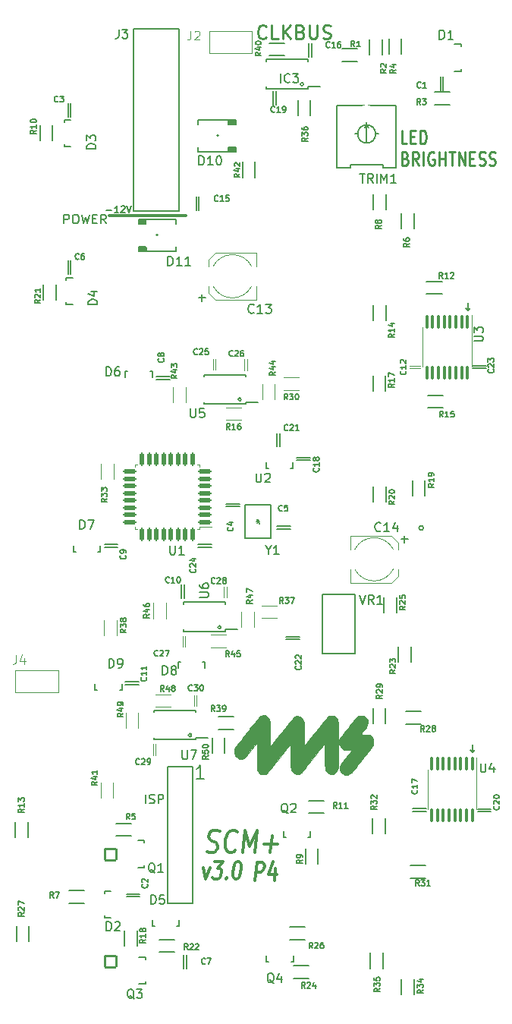
<source format=gto>
G04 #@! TF.GenerationSoftware,KiCad,Pcbnew,(6.0.5-0)*
G04 #@! TF.CreationDate,2022-05-16T13:08:36-07:00*
G04 #@! TF.ProjectId,SCMplus,53434d70-6c75-4732-9e6b-696361645f70,rev?*
G04 #@! TF.SameCoordinates,PX85b6780PY82ed558*
G04 #@! TF.FileFunction,Legend,Top*
G04 #@! TF.FilePolarity,Positive*
%FSLAX46Y46*%
G04 Gerber Fmt 4.6, Leading zero omitted, Abs format (unit mm)*
G04 Created by KiCad (PCBNEW (6.0.5-0)) date 2022-05-16 13:08:36*
%MOMM*%
%LPD*%
G01*
G04 APERTURE LIST*
G04 Aperture macros list*
%AMRoundRect*
0 Rectangle with rounded corners*
0 $1 Rounding radius*
0 $2 $3 $4 $5 $6 $7 $8 $9 X,Y pos of 4 corners*
0 Add a 4 corners polygon primitive as box body*
4,1,4,$2,$3,$4,$5,$6,$7,$8,$9,$2,$3,0*
0 Add four circle primitives for the rounded corners*
1,1,$1+$1,$2,$3*
1,1,$1+$1,$4,$5*
1,1,$1+$1,$6,$7*
1,1,$1+$1,$8,$9*
0 Add four rect primitives between the rounded corners*
20,1,$1+$1,$2,$3,$4,$5,0*
20,1,$1+$1,$4,$5,$6,$7,0*
20,1,$1+$1,$6,$7,$8,$9,0*
20,1,$1+$1,$8,$9,$2,$3,0*%
G04 Aperture macros list end*
%ADD10C,0.150000*%
%ADD11C,0.300000*%
%ADD12C,0.250000*%
%ADD13C,0.350000*%
%ADD14C,0.101600*%
%ADD15C,0.152400*%
%ADD16C,0.200000*%
%ADD17C,0.127000*%
%ADD18C,0.100000*%
%ADD19C,0.120000*%
%ADD20C,0.508000*%
%ADD21C,0.635000*%
%ADD22C,0.010000*%
%ADD23R,1.500000X1.200000*%
%ADD24R,1.500000X3.300000*%
%ADD25R,1.000000X1.000000*%
%ADD26C,1.651000*%
%ADD27R,1.150000X1.400000*%
%ADD28R,1.450000X0.450000*%
%ADD29R,0.800100X0.800100*%
%ADD30R,2.499360X1.800860*%
%ADD31RoundRect,0.100000X-0.100000X0.637500X-0.100000X-0.637500X0.100000X-0.637500X0.100000X0.637500X0*%
%ADD32R,3.000000X1.600000*%
%ADD33C,1.397000*%
%ADD34O,2.032000X1.727200*%
%ADD35RoundRect,0.125000X0.625000X0.125000X-0.625000X0.125000X-0.625000X-0.125000X0.625000X-0.125000X0*%
%ADD36RoundRect,0.125000X0.125000X0.625000X-0.125000X0.625000X-0.125000X-0.625000X0.125000X-0.625000X0*%
%ADD37C,1.930400*%
%ADD38C,1.778000*%
%ADD39RoundRect,0.127000X-0.635000X-0.635000X0.635000X-0.635000X0.635000X0.635000X-0.635000X0.635000X0*%
%ADD40C,1.803400*%
%ADD41C,2.667000*%
G04 APERTURE END LIST*
D10*
X-68096500Y38569500D02*
X-67853500Y38787500D01*
X-68099500Y39383500D02*
X-68099500Y38568500D01*
X-68099500Y38568500D02*
X-68330500Y38787500D01*
X-68635000Y87868000D02*
X-68392000Y88086000D01*
X-68638000Y87867000D02*
X-68869000Y88086000D01*
X-68638000Y88682000D02*
X-68638000Y87867000D01*
D11*
X-108668000Y98397000D02*
X-100116674Y98394780D01*
D10*
X-73597201Y63597000D02*
G75*
G03*
X-73597201Y63597000I-250799J0D01*
G01*
X-108970572Y99022572D02*
X-108390000Y99022572D01*
X-107628000Y98732286D02*
X-108063429Y98732286D01*
X-107845715Y98732286D02*
X-107845715Y99494286D01*
X-107918286Y99385429D01*
X-107990858Y99312858D01*
X-108063429Y99276572D01*
X-107337715Y99421715D02*
X-107301429Y99458000D01*
X-107228858Y99494286D01*
X-107047429Y99494286D01*
X-106974858Y99458000D01*
X-106938572Y99421715D01*
X-106902286Y99349143D01*
X-106902286Y99276572D01*
X-106938572Y99167715D01*
X-107374000Y98732286D01*
X-106902286Y98732286D01*
X-106684572Y99494286D02*
X-106430572Y98732286D01*
X-106176572Y99494286D01*
D12*
X-91170858Y118291286D02*
X-91242286Y118219858D01*
X-91456572Y118148429D01*
X-91599429Y118148429D01*
X-91813715Y118219858D01*
X-91956572Y118362715D01*
X-92028000Y118505572D01*
X-92099429Y118791286D01*
X-92099429Y119005572D01*
X-92028000Y119291286D01*
X-91956572Y119434143D01*
X-91813715Y119577000D01*
X-91599429Y119648429D01*
X-91456572Y119648429D01*
X-91242286Y119577000D01*
X-91170858Y119505572D01*
X-89813715Y118148429D02*
X-90528000Y118148429D01*
X-90528000Y119648429D01*
X-89313715Y118148429D02*
X-89313715Y119648429D01*
X-88456572Y118148429D02*
X-89099429Y119005572D01*
X-88456572Y119648429D02*
X-89313715Y118791286D01*
X-87313715Y118934143D02*
X-87099429Y118862715D01*
X-87028000Y118791286D01*
X-86956572Y118648429D01*
X-86956572Y118434143D01*
X-87028000Y118291286D01*
X-87099429Y118219858D01*
X-87242286Y118148429D01*
X-87813715Y118148429D01*
X-87813715Y119648429D01*
X-87313715Y119648429D01*
X-87170858Y119577000D01*
X-87099429Y119505572D01*
X-87028000Y119362715D01*
X-87028000Y119219858D01*
X-87099429Y119077000D01*
X-87170858Y119005572D01*
X-87313715Y118934143D01*
X-87813715Y118934143D01*
X-86313715Y119648429D02*
X-86313715Y118434143D01*
X-86242286Y118291286D01*
X-86170858Y118219858D01*
X-86028000Y118148429D01*
X-85742286Y118148429D01*
X-85599429Y118219858D01*
X-85528000Y118291286D01*
X-85456572Y118434143D01*
X-85456572Y119648429D01*
X-84813715Y118219858D02*
X-84599429Y118148429D01*
X-84242286Y118148429D01*
X-84099429Y118219858D01*
X-84028000Y118291286D01*
X-83956572Y118434143D01*
X-83956572Y118577000D01*
X-84028000Y118719858D01*
X-84099429Y118791286D01*
X-84242286Y118862715D01*
X-84528000Y118934143D01*
X-84670858Y119005572D01*
X-84742286Y119077000D01*
X-84813715Y119219858D01*
X-84813715Y119362715D01*
X-84742286Y119505572D01*
X-84670858Y119577000D01*
X-84528000Y119648429D01*
X-84170858Y119648429D01*
X-83956572Y119577000D01*
D13*
X-97769786Y27505096D02*
X-97498953Y27386048D01*
X-97022762Y27386048D01*
X-96817405Y27505096D01*
X-96707286Y27624143D01*
X-96582286Y27862239D01*
X-96552524Y28100334D01*
X-96618000Y28338429D01*
X-96698358Y28457477D01*
X-96873953Y28576524D01*
X-97240024Y28695572D01*
X-97415620Y28814620D01*
X-97495977Y28933667D01*
X-97561453Y29171762D01*
X-97531691Y29409858D01*
X-97406691Y29647953D01*
X-97296572Y29767000D01*
X-97091215Y29886048D01*
X-96615024Y29886048D01*
X-96344191Y29767000D01*
X-94612048Y27624143D02*
X-94722167Y27505096D01*
X-95022762Y27386048D01*
X-95213239Y27386048D01*
X-95484072Y27505096D01*
X-95644786Y27743191D01*
X-95710262Y27981286D01*
X-95745977Y28457477D01*
X-95701334Y28814620D01*
X-95546572Y29290810D01*
X-95421572Y29528905D01*
X-95201334Y29767000D01*
X-94900739Y29886048D01*
X-94710262Y29886048D01*
X-94439429Y29767000D01*
X-94359072Y29647953D01*
X-93784667Y27386048D02*
X-93472167Y29886048D01*
X-93028715Y28100334D01*
X-92138834Y29886048D01*
X-92451334Y27386048D01*
X-91379905Y28338429D02*
X-89856096Y28338429D01*
X-90737048Y27386048D02*
X-90498953Y29290810D01*
X-98137643Y25735572D02*
X-97947167Y24402239D01*
X-97423358Y25735572D01*
X-96911453Y26402239D02*
X-95982881Y26402239D01*
X-96578120Y25640334D01*
X-96363834Y25640334D01*
X-96232881Y25545096D01*
X-96173358Y25449858D01*
X-96125739Y25259381D01*
X-96185262Y24783191D01*
X-96280500Y24592715D01*
X-96363834Y24497477D01*
X-96518596Y24402239D01*
X-96947167Y24402239D01*
X-97078120Y24497477D01*
X-97137643Y24592715D01*
X-95566215Y24592715D02*
X-95506691Y24497477D01*
X-95590024Y24402239D01*
X-95649548Y24497477D01*
X-95566215Y24592715D01*
X-95590024Y24402239D01*
X-94340024Y26402239D02*
X-94197167Y26402239D01*
X-94066215Y26307000D01*
X-94006691Y26211762D01*
X-93959072Y26021286D01*
X-93935262Y25640334D01*
X-93994786Y25164143D01*
X-94113834Y24783191D01*
X-94209072Y24592715D01*
X-94292405Y24497477D01*
X-94447167Y24402239D01*
X-94590024Y24402239D01*
X-94720977Y24497477D01*
X-94780500Y24592715D01*
X-94828120Y24783191D01*
X-94851929Y25164143D01*
X-94792405Y25640334D01*
X-94673358Y26021286D01*
X-94578120Y26211762D01*
X-94494786Y26307000D01*
X-94340024Y26402239D01*
D10*
X-104614191Y32874620D02*
X-104614191Y33874620D01*
X-104185620Y32922239D02*
X-104042762Y32874620D01*
X-103804667Y32874620D01*
X-103709429Y32922239D01*
X-103661810Y32969858D01*
X-103614191Y33065096D01*
X-103614191Y33160334D01*
X-103661810Y33255572D01*
X-103709429Y33303191D01*
X-103804667Y33350810D01*
X-103995143Y33398429D01*
X-104090381Y33446048D01*
X-104138000Y33493667D01*
X-104185620Y33588905D01*
X-104185620Y33684143D01*
X-104138000Y33779381D01*
X-104090381Y33827000D01*
X-103995143Y33874620D01*
X-103757048Y33874620D01*
X-103614191Y33827000D01*
X-103185620Y32874620D02*
X-103185620Y33874620D01*
X-102804667Y33874620D01*
X-102709429Y33827000D01*
X-102661810Y33779381D01*
X-102614191Y33684143D01*
X-102614191Y33541286D01*
X-102661810Y33446048D01*
X-102709429Y33398429D01*
X-102804667Y33350810D01*
X-103185620Y33350810D01*
X-113707524Y97554620D02*
X-113707524Y98554620D01*
X-113326572Y98554620D01*
X-113231334Y98507000D01*
X-113183715Y98459381D01*
X-113136096Y98364143D01*
X-113136096Y98221286D01*
X-113183715Y98126048D01*
X-113231334Y98078429D01*
X-113326572Y98030810D01*
X-113707524Y98030810D01*
X-112517048Y98554620D02*
X-112326572Y98554620D01*
X-112231334Y98507000D01*
X-112136096Y98411762D01*
X-112088477Y98221286D01*
X-112088477Y97887953D01*
X-112136096Y97697477D01*
X-112231334Y97602239D01*
X-112326572Y97554620D01*
X-112517048Y97554620D01*
X-112612286Y97602239D01*
X-112707524Y97697477D01*
X-112755143Y97887953D01*
X-112755143Y98221286D01*
X-112707524Y98411762D01*
X-112612286Y98507000D01*
X-112517048Y98554620D01*
X-111755143Y98554620D02*
X-111517048Y97554620D01*
X-111326572Y98268905D01*
X-111136096Y97554620D01*
X-110898000Y98554620D01*
X-110517048Y98078429D02*
X-110183715Y98078429D01*
X-110040858Y97554620D02*
X-110517048Y97554620D01*
X-110517048Y98554620D01*
X-110040858Y98554620D01*
X-109040858Y97554620D02*
X-109374191Y98030810D01*
X-109612286Y97554620D02*
X-109612286Y98554620D01*
X-109231334Y98554620D01*
X-109136096Y98507000D01*
X-109088477Y98459381D01*
X-109040858Y98364143D01*
X-109040858Y98221286D01*
X-109088477Y98126048D01*
X-109136096Y98078429D01*
X-109231334Y98030810D01*
X-109612286Y98030810D01*
D12*
X-75446774Y106446905D02*
X-76018202Y106446905D01*
X-76018202Y107946905D01*
X-75046774Y107232619D02*
X-74646774Y107232619D01*
X-74475345Y106446905D02*
X-75046774Y106446905D01*
X-75046774Y107946905D01*
X-74475345Y107946905D01*
X-73961059Y106446905D02*
X-73961059Y107946905D01*
X-73675345Y107946905D01*
X-73503916Y107875476D01*
X-73389631Y107732619D01*
X-73332488Y107589762D01*
X-73275345Y107304048D01*
X-73275345Y107089762D01*
X-73332488Y106804048D01*
X-73389631Y106661191D01*
X-73503916Y106518334D01*
X-73675345Y106446905D01*
X-73961059Y106446905D01*
X-75618202Y104817619D02*
X-75446774Y104746191D01*
X-75389631Y104674762D01*
X-75332488Y104531905D01*
X-75332488Y104317619D01*
X-75389631Y104174762D01*
X-75446774Y104103334D01*
X-75561059Y104031905D01*
X-76018202Y104031905D01*
X-76018202Y105531905D01*
X-75618202Y105531905D01*
X-75503916Y105460476D01*
X-75446774Y105389048D01*
X-75389631Y105246191D01*
X-75389631Y105103334D01*
X-75446774Y104960476D01*
X-75503916Y104889048D01*
X-75618202Y104817619D01*
X-76018202Y104817619D01*
X-74132488Y104031905D02*
X-74532488Y104746191D01*
X-74818202Y104031905D02*
X-74818202Y105531905D01*
X-74361059Y105531905D01*
X-74246774Y105460476D01*
X-74189631Y105389048D01*
X-74132488Y105246191D01*
X-74132488Y105031905D01*
X-74189631Y104889048D01*
X-74246774Y104817619D01*
X-74361059Y104746191D01*
X-74818202Y104746191D01*
X-73618202Y104031905D02*
X-73618202Y105531905D01*
X-72418202Y105460476D02*
X-72532488Y105531905D01*
X-72703916Y105531905D01*
X-72875345Y105460476D01*
X-72989631Y105317619D01*
X-73046774Y105174762D01*
X-73103916Y104889048D01*
X-73103916Y104674762D01*
X-73046774Y104389048D01*
X-72989631Y104246191D01*
X-72875345Y104103334D01*
X-72703916Y104031905D01*
X-72589631Y104031905D01*
X-72418202Y104103334D01*
X-72361059Y104174762D01*
X-72361059Y104674762D01*
X-72589631Y104674762D01*
X-71846774Y104031905D02*
X-71846774Y105531905D01*
X-71846774Y104817619D02*
X-71161059Y104817619D01*
X-71161059Y104031905D02*
X-71161059Y105531905D01*
X-70761059Y105531905D02*
X-70075345Y105531905D01*
X-70418202Y104031905D02*
X-70418202Y105531905D01*
X-69675345Y104031905D02*
X-69675345Y105531905D01*
X-68989631Y104031905D01*
X-68989631Y105531905D01*
X-68418202Y104817619D02*
X-68018202Y104817619D01*
X-67846774Y104031905D02*
X-68418202Y104031905D01*
X-68418202Y105531905D01*
X-67846774Y105531905D01*
X-67389631Y104103334D02*
X-67218202Y104031905D01*
X-66932488Y104031905D01*
X-66818202Y104103334D01*
X-66761059Y104174762D01*
X-66703916Y104317619D01*
X-66703916Y104460476D01*
X-66761059Y104603334D01*
X-66818202Y104674762D01*
X-66932488Y104746191D01*
X-67161059Y104817619D01*
X-67275345Y104889048D01*
X-67332488Y104960476D01*
X-67389631Y105103334D01*
X-67389631Y105246191D01*
X-67332488Y105389048D01*
X-67275345Y105460476D01*
X-67161059Y105531905D01*
X-66875345Y105531905D01*
X-66703916Y105460476D01*
X-66246774Y104103334D02*
X-66075345Y104031905D01*
X-65789631Y104031905D01*
X-65675345Y104103334D01*
X-65618202Y104174762D01*
X-65561059Y104317619D01*
X-65561059Y104460476D01*
X-65618202Y104603334D01*
X-65675345Y104674762D01*
X-65789631Y104746191D01*
X-66018202Y104817619D01*
X-66132488Y104889048D01*
X-66189631Y104960476D01*
X-66246774Y105103334D01*
X-66246774Y105246191D01*
X-66189631Y105389048D01*
X-66132488Y105460476D01*
X-66018202Y105531905D01*
X-65732488Y105531905D01*
X-65561059Y105460476D01*
D13*
X-92391453Y24282239D02*
X-92141453Y26282239D01*
X-91570024Y26282239D01*
X-91439072Y26187000D01*
X-91379548Y26091762D01*
X-91331929Y25901286D01*
X-91367643Y25615572D01*
X-91462881Y25425096D01*
X-91546215Y25329858D01*
X-91700977Y25234620D01*
X-92272405Y25234620D01*
X-90081929Y25615572D02*
X-90248596Y24282239D01*
X-90343834Y26377477D02*
X-90879548Y24948905D01*
X-89950977Y24948905D01*
D10*
X-80705566Y56125812D02*
X-80372233Y55125812D01*
X-80038900Y56125812D01*
X-79134138Y55125812D02*
X-79467471Y55602002D01*
X-79705566Y55125812D02*
X-79705566Y56125812D01*
X-79324614Y56125812D01*
X-79229376Y56078192D01*
X-79181757Y56030573D01*
X-79134138Y55935335D01*
X-79134138Y55792478D01*
X-79181757Y55697240D01*
X-79229376Y55649621D01*
X-79324614Y55602002D01*
X-79705566Y55602002D01*
X-78181757Y55125812D02*
X-78753185Y55125812D01*
X-78467471Y55125812D02*
X-78467471Y56125812D01*
X-78562709Y55982954D01*
X-78657947Y55887716D01*
X-78753185Y55840097D01*
X-76851953Y79669143D02*
X-77161477Y79452477D01*
X-76851953Y79297715D02*
X-77501953Y79297715D01*
X-77501953Y79545334D01*
X-77471000Y79607239D01*
X-77440048Y79638191D01*
X-77378143Y79669143D01*
X-77285286Y79669143D01*
X-77223381Y79638191D01*
X-77192429Y79607239D01*
X-77161477Y79545334D01*
X-77161477Y79297715D01*
X-76851953Y80288191D02*
X-76851953Y79916762D01*
X-76851953Y80102477D02*
X-77501953Y80102477D01*
X-77409096Y80040572D01*
X-77347191Y79978667D01*
X-77316239Y79916762D01*
X-77501953Y80504858D02*
X-77501953Y80938191D01*
X-76851953Y80659620D01*
X-85315858Y70259143D02*
X-85284905Y70228191D01*
X-85253953Y70135334D01*
X-85253953Y70073429D01*
X-85284905Y69980572D01*
X-85346810Y69918667D01*
X-85408715Y69887715D01*
X-85532524Y69856762D01*
X-85625381Y69856762D01*
X-85749191Y69887715D01*
X-85811096Y69918667D01*
X-85873000Y69980572D01*
X-85903953Y70073429D01*
X-85903953Y70135334D01*
X-85873000Y70228191D01*
X-85842048Y70259143D01*
X-85253953Y70878191D02*
X-85253953Y70506762D01*
X-85253953Y70692477D02*
X-85903953Y70692477D01*
X-85811096Y70630572D01*
X-85749191Y70568667D01*
X-85718239Y70506762D01*
X-85625381Y71249620D02*
X-85656334Y71187715D01*
X-85687286Y71156762D01*
X-85749191Y71125810D01*
X-85780143Y71125810D01*
X-85842048Y71156762D01*
X-85873000Y71187715D01*
X-85903953Y71249620D01*
X-85903953Y71373429D01*
X-85873000Y71435334D01*
X-85842048Y71466286D01*
X-85780143Y71497239D01*
X-85749191Y71497239D01*
X-85687286Y71466286D01*
X-85656334Y71435334D01*
X-85625381Y71373429D01*
X-85625381Y71249620D01*
X-85594429Y71187715D01*
X-85563477Y71156762D01*
X-85501572Y71125810D01*
X-85377762Y71125810D01*
X-85315858Y71156762D01*
X-85284905Y71187715D01*
X-85253953Y71249620D01*
X-85253953Y71373429D01*
X-85284905Y71435334D01*
X-85315858Y71466286D01*
X-85377762Y71497239D01*
X-85501572Y71497239D01*
X-85563477Y71466286D01*
X-85594429Y71435334D01*
X-85625381Y71373429D01*
X-99065858Y59009143D02*
X-99034905Y58978191D01*
X-99003953Y58885334D01*
X-99003953Y58823429D01*
X-99034905Y58730572D01*
X-99096810Y58668667D01*
X-99158715Y58637715D01*
X-99282524Y58606762D01*
X-99375381Y58606762D01*
X-99499191Y58637715D01*
X-99561096Y58668667D01*
X-99623000Y58730572D01*
X-99653953Y58823429D01*
X-99653953Y58885334D01*
X-99623000Y58978191D01*
X-99592048Y59009143D01*
X-99592048Y59256762D02*
X-99623000Y59287715D01*
X-99653953Y59349620D01*
X-99653953Y59504381D01*
X-99623000Y59566286D01*
X-99592048Y59597239D01*
X-99530143Y59628191D01*
X-99468239Y59628191D01*
X-99375381Y59597239D01*
X-99003953Y59225810D01*
X-99003953Y59628191D01*
X-99437286Y60185334D02*
X-99003953Y60185334D01*
X-99684905Y60030572D02*
X-99220620Y59875810D01*
X-99220620Y60278191D01*
D14*
X-119063973Y49413260D02*
X-119063973Y48698974D01*
X-119111592Y48556117D01*
X-119206830Y48460879D01*
X-119349687Y48413260D01*
X-119444925Y48413260D01*
X-118159211Y49079926D02*
X-118159211Y48413260D01*
X-118397306Y49460879D02*
X-118635401Y48746593D01*
X-118016354Y48746593D01*
D10*
X-107606691Y119194620D02*
X-107606691Y118480334D01*
X-107654310Y118337477D01*
X-107749548Y118242239D01*
X-107892405Y118194620D01*
X-107987643Y118194620D01*
X-107225739Y119194620D02*
X-106606691Y119194620D01*
X-106940024Y118813667D01*
X-106797167Y118813667D01*
X-106701929Y118766048D01*
X-106654310Y118718429D01*
X-106606691Y118623191D01*
X-106606691Y118385096D01*
X-106654310Y118289858D01*
X-106701929Y118242239D01*
X-106797167Y118194620D01*
X-107082881Y118194620D01*
X-107178120Y118242239D01*
X-107225739Y118289858D01*
X-74315858Y34339143D02*
X-74284905Y34308191D01*
X-74253953Y34215334D01*
X-74253953Y34153429D01*
X-74284905Y34060572D01*
X-74346810Y33998667D01*
X-74408715Y33967715D01*
X-74532524Y33936762D01*
X-74625381Y33936762D01*
X-74749191Y33967715D01*
X-74811096Y33998667D01*
X-74873000Y34060572D01*
X-74903953Y34153429D01*
X-74903953Y34215334D01*
X-74873000Y34308191D01*
X-74842048Y34339143D01*
X-74253953Y34958191D02*
X-74253953Y34586762D01*
X-74253953Y34772477D02*
X-74903953Y34772477D01*
X-74811096Y34710572D01*
X-74749191Y34648667D01*
X-74718239Y34586762D01*
X-74903953Y35174858D02*
X-74903953Y35608191D01*
X-74253953Y35329620D01*
X-90907705Y61127394D02*
X-90907705Y60651204D01*
X-91241038Y61651204D02*
X-90907705Y61127394D01*
X-90574372Y61651204D01*
X-89717229Y60651204D02*
X-90288657Y60651204D01*
X-90002943Y60651204D02*
X-90002943Y61651204D01*
X-90098181Y61508346D01*
X-90193419Y61413108D01*
X-90288657Y61365489D01*
X-71427978Y91439457D02*
X-71644644Y91748981D01*
X-71799406Y91439457D02*
X-71799406Y92089457D01*
X-71551787Y92089457D01*
X-71489882Y92058504D01*
X-71458930Y92027552D01*
X-71427978Y91965647D01*
X-71427978Y91872790D01*
X-71458930Y91810885D01*
X-71489882Y91779933D01*
X-71551787Y91748981D01*
X-71799406Y91748981D01*
X-70808930Y91439457D02*
X-71180359Y91439457D01*
X-70994644Y91439457D02*
X-70994644Y92089457D01*
X-71056549Y91996600D01*
X-71118454Y91934695D01*
X-71180359Y91903743D01*
X-70561311Y92027552D02*
X-70530359Y92058504D01*
X-70468454Y92089457D01*
X-70313692Y92089457D01*
X-70251787Y92058504D01*
X-70220835Y92027552D01*
X-70189882Y91965647D01*
X-70189882Y91903743D01*
X-70220835Y91810885D01*
X-70592263Y91439457D01*
X-70189882Y91439457D01*
X-100505905Y38786620D02*
X-100505905Y37977096D01*
X-100458286Y37881858D01*
X-100410667Y37834239D01*
X-100315429Y37786620D01*
X-100124953Y37786620D01*
X-100029715Y37834239D01*
X-99982096Y37881858D01*
X-99934477Y37977096D01*
X-99934477Y38786620D01*
X-99553524Y38786620D02*
X-98886858Y38786620D01*
X-99315429Y37786620D01*
X-73629321Y12072823D02*
X-73938845Y11856157D01*
X-73629321Y11701395D02*
X-74279321Y11701395D01*
X-74279321Y11949014D01*
X-74248368Y12010919D01*
X-74217416Y12041871D01*
X-74155511Y12072823D01*
X-74062654Y12072823D01*
X-74000749Y12041871D01*
X-73969797Y12010919D01*
X-73938845Y11949014D01*
X-73938845Y11701395D01*
X-74279321Y12289490D02*
X-74279321Y12691871D01*
X-74031702Y12475204D01*
X-74031702Y12568061D01*
X-74000749Y12629966D01*
X-73969797Y12660919D01*
X-73907892Y12691871D01*
X-73753130Y12691871D01*
X-73691226Y12660919D01*
X-73660273Y12629966D01*
X-73629321Y12568061D01*
X-73629321Y12382347D01*
X-73660273Y12320442D01*
X-73691226Y12289490D01*
X-74062654Y13249014D02*
X-73629321Y13249014D01*
X-74310273Y13094252D02*
X-73845988Y12939490D01*
X-73845988Y13341871D01*
X-116346025Y89051079D02*
X-116655549Y88834413D01*
X-116346025Y88679651D02*
X-116996025Y88679651D01*
X-116996025Y88927270D01*
X-116965072Y88989175D01*
X-116934120Y89020127D01*
X-116872215Y89051079D01*
X-116779358Y89051079D01*
X-116717453Y89020127D01*
X-116686501Y88989175D01*
X-116655549Y88927270D01*
X-116655549Y88679651D01*
X-116934120Y89298698D02*
X-116965072Y89329651D01*
X-116996025Y89391556D01*
X-116996025Y89546317D01*
X-116965072Y89608222D01*
X-116934120Y89639175D01*
X-116872215Y89670127D01*
X-116810311Y89670127D01*
X-116717453Y89639175D01*
X-116346025Y89267746D01*
X-116346025Y89670127D01*
X-116346025Y90289175D02*
X-116346025Y89917746D01*
X-116346025Y90103460D02*
X-116996025Y90103460D01*
X-116903168Y90041556D01*
X-116841263Y89979651D01*
X-116810311Y89917746D01*
X-94064129Y103095247D02*
X-94373653Y102878581D01*
X-94064129Y102723819D02*
X-94714129Y102723819D01*
X-94714129Y102971438D01*
X-94683176Y103033343D01*
X-94652224Y103064295D01*
X-94590319Y103095247D01*
X-94497462Y103095247D01*
X-94435557Y103064295D01*
X-94404605Y103033343D01*
X-94373653Y102971438D01*
X-94373653Y102723819D01*
X-94497462Y103652390D02*
X-94064129Y103652390D01*
X-94745081Y103497628D02*
X-94280796Y103342866D01*
X-94280796Y103745247D01*
X-94652224Y103961914D02*
X-94683176Y103992866D01*
X-94714129Y104054771D01*
X-94714129Y104209533D01*
X-94683176Y104271438D01*
X-94652224Y104302390D01*
X-94590319Y104333343D01*
X-94528415Y104333343D01*
X-94435557Y104302390D01*
X-94064129Y103930962D01*
X-94064129Y104333343D01*
X-89364822Y65540850D02*
X-89395774Y65509897D01*
X-89488631Y65478945D01*
X-89550536Y65478945D01*
X-89643393Y65509897D01*
X-89705298Y65571802D01*
X-89736250Y65633707D01*
X-89767203Y65757516D01*
X-89767203Y65850373D01*
X-89736250Y65974183D01*
X-89705298Y66036088D01*
X-89643393Y66097992D01*
X-89550536Y66128945D01*
X-89488631Y66128945D01*
X-89395774Y66097992D01*
X-89364822Y66067040D01*
X-88776727Y66128945D02*
X-89086250Y66128945D01*
X-89117203Y65819421D01*
X-89086250Y65850373D01*
X-89024346Y65881326D01*
X-88869584Y65881326D01*
X-88807679Y65850373D01*
X-88776727Y65819421D01*
X-88745774Y65757516D01*
X-88745774Y65602754D01*
X-88776727Y65540850D01*
X-88807679Y65509897D01*
X-88869584Y65478945D01*
X-89024346Y65478945D01*
X-89086250Y65509897D01*
X-89117203Y65540850D01*
X-99895858Y16572953D02*
X-100112524Y16882477D01*
X-100267286Y16572953D02*
X-100267286Y17222953D01*
X-100019667Y17222953D01*
X-99957762Y17192000D01*
X-99926810Y17161048D01*
X-99895858Y17099143D01*
X-99895858Y17006286D01*
X-99926810Y16944381D01*
X-99957762Y16913429D01*
X-100019667Y16882477D01*
X-100267286Y16882477D01*
X-99648239Y17161048D02*
X-99617286Y17192000D01*
X-99555381Y17222953D01*
X-99400620Y17222953D01*
X-99338715Y17192000D01*
X-99307762Y17161048D01*
X-99276810Y17099143D01*
X-99276810Y17037239D01*
X-99307762Y16944381D01*
X-99679191Y16572953D01*
X-99276810Y16572953D01*
X-99029191Y17161048D02*
X-98998239Y17192000D01*
X-98936334Y17222953D01*
X-98781572Y17222953D01*
X-98719667Y17192000D01*
X-98688715Y17161048D01*
X-98657762Y17099143D01*
X-98657762Y17037239D01*
X-98688715Y16944381D01*
X-99060143Y16572953D01*
X-98657762Y16572953D01*
X-104173953Y53949143D02*
X-104483477Y53732477D01*
X-104173953Y53577715D02*
X-104823953Y53577715D01*
X-104823953Y53825334D01*
X-104793000Y53887239D01*
X-104762048Y53918191D01*
X-104700143Y53949143D01*
X-104607286Y53949143D01*
X-104545381Y53918191D01*
X-104514429Y53887239D01*
X-104483477Y53825334D01*
X-104483477Y53577715D01*
X-104607286Y54506286D02*
X-104173953Y54506286D01*
X-104854905Y54351524D02*
X-104390620Y54196762D01*
X-104390620Y54599143D01*
X-104823953Y55125334D02*
X-104823953Y55001524D01*
X-104793000Y54939620D01*
X-104762048Y54908667D01*
X-104669191Y54846762D01*
X-104545381Y54815810D01*
X-104297762Y54815810D01*
X-104235858Y54846762D01*
X-104204905Y54877715D01*
X-104173953Y54939620D01*
X-104173953Y55063429D01*
X-104204905Y55125334D01*
X-104235858Y55156286D01*
X-104297762Y55187239D01*
X-104452524Y55187239D01*
X-104514429Y55156286D01*
X-104545381Y55125334D01*
X-104576334Y55063429D01*
X-104576334Y54939620D01*
X-104545381Y54877715D01*
X-104514429Y54846762D01*
X-104452524Y54815810D01*
X-73505858Y40888441D02*
X-73722524Y41197965D01*
X-73877286Y40888441D02*
X-73877286Y41538441D01*
X-73629667Y41538441D01*
X-73567762Y41507488D01*
X-73536810Y41476536D01*
X-73505858Y41414631D01*
X-73505858Y41321774D01*
X-73536810Y41259869D01*
X-73567762Y41228917D01*
X-73629667Y41197965D01*
X-73877286Y41197965D01*
X-73258239Y41476536D02*
X-73227286Y41507488D01*
X-73165381Y41538441D01*
X-73010620Y41538441D01*
X-72948715Y41507488D01*
X-72917762Y41476536D01*
X-72886810Y41414631D01*
X-72886810Y41352727D01*
X-72917762Y41259869D01*
X-73289191Y40888441D01*
X-72886810Y40888441D01*
X-72515381Y41259869D02*
X-72577286Y41290822D01*
X-72608239Y41321774D01*
X-72639191Y41383679D01*
X-72639191Y41414631D01*
X-72608239Y41476536D01*
X-72577286Y41507488D01*
X-72515381Y41538441D01*
X-72391572Y41538441D01*
X-72329667Y41507488D01*
X-72298715Y41476536D01*
X-72267762Y41414631D01*
X-72267762Y41383679D01*
X-72298715Y41321774D01*
X-72329667Y41290822D01*
X-72391572Y41259869D01*
X-72515381Y41259869D01*
X-72577286Y41228917D01*
X-72608239Y41197965D01*
X-72639191Y41136060D01*
X-72639191Y41012250D01*
X-72608239Y40950346D01*
X-72577286Y40919393D01*
X-72515381Y40888441D01*
X-72391572Y40888441D01*
X-72329667Y40919393D01*
X-72298715Y40950346D01*
X-72267762Y41012250D01*
X-72267762Y41136060D01*
X-72298715Y41197965D01*
X-72329667Y41228917D01*
X-72391572Y41259869D01*
X-106773953Y52289143D02*
X-107083477Y52072477D01*
X-106773953Y51917715D02*
X-107423953Y51917715D01*
X-107423953Y52165334D01*
X-107393000Y52227239D01*
X-107362048Y52258191D01*
X-107300143Y52289143D01*
X-107207286Y52289143D01*
X-107145381Y52258191D01*
X-107114429Y52227239D01*
X-107083477Y52165334D01*
X-107083477Y51917715D01*
X-107423953Y52505810D02*
X-107423953Y52908191D01*
X-107176334Y52691524D01*
X-107176334Y52784381D01*
X-107145381Y52846286D01*
X-107114429Y52877239D01*
X-107052524Y52908191D01*
X-106897762Y52908191D01*
X-106835858Y52877239D01*
X-106804905Y52846286D01*
X-106773953Y52784381D01*
X-106773953Y52598667D01*
X-106804905Y52536762D01*
X-106835858Y52505810D01*
X-107145381Y53279620D02*
X-107176334Y53217715D01*
X-107207286Y53186762D01*
X-107269191Y53155810D01*
X-107300143Y53155810D01*
X-107362048Y53186762D01*
X-107393000Y53217715D01*
X-107423953Y53279620D01*
X-107423953Y53403429D01*
X-107393000Y53465334D01*
X-107362048Y53496286D01*
X-107300143Y53527239D01*
X-107269191Y53527239D01*
X-107207286Y53496286D01*
X-107176334Y53465334D01*
X-107145381Y53403429D01*
X-107145381Y53279620D01*
X-107114429Y53217715D01*
X-107083477Y53186762D01*
X-107021572Y53155810D01*
X-106897762Y53155810D01*
X-106835858Y53186762D01*
X-106804905Y53217715D01*
X-106773953Y53279620D01*
X-106773953Y53403429D01*
X-106804905Y53465334D01*
X-106835858Y53496286D01*
X-106897762Y53527239D01*
X-107021572Y53527239D01*
X-107083477Y53496286D01*
X-107114429Y53465334D01*
X-107145381Y53403429D01*
X-109995620Y88508905D02*
X-110995620Y88508905D01*
X-110995620Y88747000D01*
X-110948000Y88889858D01*
X-110852762Y88985096D01*
X-110757524Y89032715D01*
X-110567048Y89080334D01*
X-110424191Y89080334D01*
X-110233715Y89032715D01*
X-110138477Y88985096D01*
X-110043239Y88889858D01*
X-109995620Y88747000D01*
X-109995620Y88508905D01*
X-110662286Y89937477D02*
X-109995620Y89937477D01*
X-111043239Y89699381D02*
X-110328953Y89461286D01*
X-110328953Y90080334D01*
X-95271858Y49243953D02*
X-95488524Y49553477D01*
X-95643286Y49243953D02*
X-95643286Y49893953D01*
X-95395667Y49893953D01*
X-95333762Y49863000D01*
X-95302810Y49832048D01*
X-95271858Y49770143D01*
X-95271858Y49677286D01*
X-95302810Y49615381D01*
X-95333762Y49584429D01*
X-95395667Y49553477D01*
X-95643286Y49553477D01*
X-94714715Y49677286D02*
X-94714715Y49243953D01*
X-94869477Y49924905D02*
X-95024239Y49460620D01*
X-94621858Y49460620D01*
X-94064715Y49893953D02*
X-94374239Y49893953D01*
X-94405191Y49584429D01*
X-94374239Y49615381D01*
X-94312334Y49646334D01*
X-94157572Y49646334D01*
X-94095667Y49615381D01*
X-94064715Y49584429D01*
X-94033762Y49522524D01*
X-94033762Y49367762D01*
X-94064715Y49305858D01*
X-94095667Y49274905D01*
X-94157572Y49243953D01*
X-94312334Y49243953D01*
X-94374239Y49274905D01*
X-94405191Y49305858D01*
X-90283239Y12819381D02*
X-90378477Y12867000D01*
X-90473715Y12962239D01*
X-90616572Y13105096D01*
X-90711810Y13152715D01*
X-90807048Y13152715D01*
X-90759429Y12914620D02*
X-90854667Y12962239D01*
X-90949905Y13057477D01*
X-90997524Y13247953D01*
X-90997524Y13581286D01*
X-90949905Y13771762D01*
X-90854667Y13867000D01*
X-90759429Y13914620D01*
X-90568953Y13914620D01*
X-90473715Y13867000D01*
X-90378477Y13771762D01*
X-90330858Y13581286D01*
X-90330858Y13247953D01*
X-90378477Y13057477D01*
X-90473715Y12962239D01*
X-90568953Y12914620D01*
X-90759429Y12914620D01*
X-89473715Y13581286D02*
X-89473715Y12914620D01*
X-89711810Y13962239D02*
X-89949905Y13247953D01*
X-89330858Y13247953D01*
X-78289713Y97341283D02*
X-78599237Y97124616D01*
X-78289713Y96969855D02*
X-78939713Y96969855D01*
X-78939713Y97217474D01*
X-78908760Y97279378D01*
X-78877808Y97310331D01*
X-78815903Y97341283D01*
X-78723046Y97341283D01*
X-78661141Y97310331D01*
X-78630189Y97279378D01*
X-78599237Y97217474D01*
X-78599237Y96969855D01*
X-78661141Y97712712D02*
X-78692094Y97650807D01*
X-78723046Y97619855D01*
X-78784951Y97588902D01*
X-78815903Y97588902D01*
X-78877808Y97619855D01*
X-78908760Y97650807D01*
X-78939713Y97712712D01*
X-78939713Y97836521D01*
X-78908760Y97898426D01*
X-78877808Y97929378D01*
X-78815903Y97960331D01*
X-78784951Y97960331D01*
X-78723046Y97929378D01*
X-78692094Y97898426D01*
X-78661141Y97836521D01*
X-78661141Y97712712D01*
X-78630189Y97650807D01*
X-78599237Y97619855D01*
X-78537332Y97588902D01*
X-78413522Y97588902D01*
X-78351618Y97619855D01*
X-78320665Y97650807D01*
X-78289713Y97712712D01*
X-78289713Y97836521D01*
X-78320665Y97898426D01*
X-78351618Y97929378D01*
X-78413522Y97960331D01*
X-78537332Y97960331D01*
X-78599237Y97929378D01*
X-78630189Y97898426D01*
X-78661141Y97836521D01*
X-88723239Y31759381D02*
X-88818477Y31807000D01*
X-88913715Y31902239D01*
X-89056572Y32045096D01*
X-89151810Y32092715D01*
X-89247048Y32092715D01*
X-89199429Y31854620D02*
X-89294667Y31902239D01*
X-89389905Y31997477D01*
X-89437524Y32187953D01*
X-89437524Y32521286D01*
X-89389905Y32711762D01*
X-89294667Y32807000D01*
X-89199429Y32854620D01*
X-89008953Y32854620D01*
X-88913715Y32807000D01*
X-88818477Y32711762D01*
X-88770858Y32521286D01*
X-88770858Y32187953D01*
X-88818477Y31997477D01*
X-88913715Y31902239D01*
X-89008953Y31854620D01*
X-89199429Y31854620D01*
X-88389905Y32759381D02*
X-88342286Y32807000D01*
X-88247048Y32854620D01*
X-88008953Y32854620D01*
X-87913715Y32807000D01*
X-87866096Y32759381D01*
X-87818477Y32664143D01*
X-87818477Y32568905D01*
X-87866096Y32426048D01*
X-88437524Y31854620D01*
X-87818477Y31854620D01*
X-104006096Y21654620D02*
X-104006096Y22654620D01*
X-103768000Y22654620D01*
X-103625143Y22607000D01*
X-103529905Y22511762D01*
X-103482286Y22416524D01*
X-103434667Y22226048D01*
X-103434667Y22083191D01*
X-103482286Y21892715D01*
X-103529905Y21797477D01*
X-103625143Y21702239D01*
X-103768000Y21654620D01*
X-104006096Y21654620D01*
X-102529905Y22654620D02*
X-103006096Y22654620D01*
X-103053715Y22178429D01*
X-103006096Y22226048D01*
X-102910858Y22273667D01*
X-102672762Y22273667D01*
X-102577524Y22226048D01*
X-102529905Y22178429D01*
X-102482286Y22083191D01*
X-102482286Y21845096D01*
X-102529905Y21749858D01*
X-102577524Y21702239D01*
X-102672762Y21654620D01*
X-102910858Y21654620D01*
X-103006096Y21702239D01*
X-103053715Y21749858D01*
X-104555858Y46929143D02*
X-104524905Y46898191D01*
X-104493953Y46805334D01*
X-104493953Y46743429D01*
X-104524905Y46650572D01*
X-104586810Y46588667D01*
X-104648715Y46557715D01*
X-104772524Y46526762D01*
X-104865381Y46526762D01*
X-104989191Y46557715D01*
X-105051096Y46588667D01*
X-105113000Y46650572D01*
X-105143953Y46743429D01*
X-105143953Y46805334D01*
X-105113000Y46898191D01*
X-105082048Y46929143D01*
X-104493953Y47548191D02*
X-104493953Y47176762D01*
X-104493953Y47362477D02*
X-105143953Y47362477D01*
X-105051096Y47300572D01*
X-104989191Y47238667D01*
X-104958239Y47176762D01*
X-104493953Y48167239D02*
X-104493953Y47795810D01*
X-104493953Y47981524D02*
X-105143953Y47981524D01*
X-105051096Y47919620D01*
X-104989191Y47857715D01*
X-104958239Y47795810D01*
X-92279905Y69684620D02*
X-92279905Y68875096D01*
X-92232286Y68779858D01*
X-92184667Y68732239D01*
X-92089429Y68684620D01*
X-91898953Y68684620D01*
X-91803715Y68732239D01*
X-91756096Y68779858D01*
X-91708477Y68875096D01*
X-91708477Y69684620D01*
X-91279905Y69589381D02*
X-91232286Y69637000D01*
X-91137048Y69684620D01*
X-90898953Y69684620D01*
X-90803715Y69637000D01*
X-90756096Y69589381D01*
X-90708477Y69494143D01*
X-90708477Y69398905D01*
X-90756096Y69256048D01*
X-91327524Y68684620D01*
X-90708477Y68684620D01*
X-76706857Y47779551D02*
X-77016381Y47562885D01*
X-76706857Y47408123D02*
X-77356857Y47408123D01*
X-77356857Y47655742D01*
X-77325904Y47717647D01*
X-77294952Y47748599D01*
X-77233047Y47779551D01*
X-77140190Y47779551D01*
X-77078285Y47748599D01*
X-77047333Y47717647D01*
X-77016381Y47655742D01*
X-77016381Y47408123D01*
X-77294952Y48027170D02*
X-77325904Y48058123D01*
X-77356857Y48120028D01*
X-77356857Y48274789D01*
X-77325904Y48336694D01*
X-77294952Y48367647D01*
X-77233047Y48398599D01*
X-77171143Y48398599D01*
X-77078285Y48367647D01*
X-76706857Y47996218D01*
X-76706857Y48398599D01*
X-77356857Y48615266D02*
X-77356857Y49017647D01*
X-77109238Y48800980D01*
X-77109238Y48893837D01*
X-77078285Y48955742D01*
X-77047333Y48986694D01*
X-76985428Y49017647D01*
X-76830666Y49017647D01*
X-76768762Y48986694D01*
X-76737809Y48955742D01*
X-76706857Y48893837D01*
X-76706857Y48708123D01*
X-76737809Y48646218D01*
X-76768762Y48615266D01*
D15*
X-102117659Y92857925D02*
X-102117659Y93873925D01*
X-101875754Y93873925D01*
X-101730611Y93825544D01*
X-101633849Y93728783D01*
X-101585468Y93632021D01*
X-101537087Y93438497D01*
X-101537087Y93293354D01*
X-101585468Y93099830D01*
X-101633849Y93003068D01*
X-101730611Y92906306D01*
X-101875754Y92857925D01*
X-102117659Y92857925D01*
X-100569468Y92857925D02*
X-101150040Y92857925D01*
X-100859754Y92857925D02*
X-100859754Y93873925D01*
X-100956516Y93728783D01*
X-101053278Y93632021D01*
X-101150040Y93583640D01*
X-99601849Y92857925D02*
X-100182421Y92857925D01*
X-99892135Y92857925D02*
X-99892135Y93873925D01*
X-99988897Y93728783D01*
X-100085659Y93632021D01*
X-100182421Y93583640D01*
D10*
X-78453953Y12239143D02*
X-78763477Y12022477D01*
X-78453953Y11867715D02*
X-79103953Y11867715D01*
X-79103953Y12115334D01*
X-79073000Y12177239D01*
X-79042048Y12208191D01*
X-78980143Y12239143D01*
X-78887286Y12239143D01*
X-78825381Y12208191D01*
X-78794429Y12177239D01*
X-78763477Y12115334D01*
X-78763477Y11867715D01*
X-79103953Y12455810D02*
X-79103953Y12858191D01*
X-78856334Y12641524D01*
X-78856334Y12734381D01*
X-78825381Y12796286D01*
X-78794429Y12827239D01*
X-78732524Y12858191D01*
X-78577762Y12858191D01*
X-78515858Y12827239D01*
X-78484905Y12796286D01*
X-78453953Y12734381D01*
X-78453953Y12548667D01*
X-78484905Y12486762D01*
X-78515858Y12455810D01*
X-79103953Y13446286D02*
X-79103953Y13136762D01*
X-78794429Y13105810D01*
X-78825381Y13136762D01*
X-78856334Y13198667D01*
X-78856334Y13353429D01*
X-78825381Y13415334D01*
X-78794429Y13446286D01*
X-78732524Y13477239D01*
X-78577762Y13477239D01*
X-78515858Y13446286D01*
X-78484905Y13415334D01*
X-78453953Y13353429D01*
X-78453953Y13198667D01*
X-78484905Y13136762D01*
X-78515858Y13105810D01*
X-96855858Y57454858D02*
X-96886810Y57423905D01*
X-96979667Y57392953D01*
X-97041572Y57392953D01*
X-97134429Y57423905D01*
X-97196334Y57485810D01*
X-97227286Y57547715D01*
X-97258239Y57671524D01*
X-97258239Y57764381D01*
X-97227286Y57888191D01*
X-97196334Y57950096D01*
X-97134429Y58012000D01*
X-97041572Y58042953D01*
X-96979667Y58042953D01*
X-96886810Y58012000D01*
X-96855858Y57981048D01*
X-96608239Y57981048D02*
X-96577286Y58012000D01*
X-96515381Y58042953D01*
X-96360620Y58042953D01*
X-96298715Y58012000D01*
X-96267762Y57981048D01*
X-96236810Y57919143D01*
X-96236810Y57857239D01*
X-96267762Y57764381D01*
X-96639191Y57392953D01*
X-96236810Y57392953D01*
X-95865381Y57764381D02*
X-95927286Y57795334D01*
X-95958239Y57826286D01*
X-95989191Y57888191D01*
X-95989191Y57919143D01*
X-95958239Y57981048D01*
X-95927286Y58012000D01*
X-95865381Y58042953D01*
X-95741572Y58042953D01*
X-95679667Y58012000D01*
X-95648715Y57981048D01*
X-95617762Y57919143D01*
X-95617762Y57888191D01*
X-95648715Y57826286D01*
X-95679667Y57795334D01*
X-95741572Y57764381D01*
X-95865381Y57764381D01*
X-95927286Y57733429D01*
X-95958239Y57702477D01*
X-95989191Y57640572D01*
X-95989191Y57516762D01*
X-95958239Y57454858D01*
X-95927286Y57423905D01*
X-95865381Y57392953D01*
X-95741572Y57392953D01*
X-95679667Y57423905D01*
X-95648715Y57454858D01*
X-95617762Y57516762D01*
X-95617762Y57640572D01*
X-95648715Y57702477D01*
X-95679667Y57733429D01*
X-95741572Y57764381D01*
X-92693953Y55569143D02*
X-93003477Y55352477D01*
X-92693953Y55197715D02*
X-93343953Y55197715D01*
X-93343953Y55445334D01*
X-93313000Y55507239D01*
X-93282048Y55538191D01*
X-93220143Y55569143D01*
X-93127286Y55569143D01*
X-93065381Y55538191D01*
X-93034429Y55507239D01*
X-93003477Y55445334D01*
X-93003477Y55197715D01*
X-93127286Y56126286D02*
X-92693953Y56126286D01*
X-93374905Y55971524D02*
X-92910620Y55816762D01*
X-92910620Y56219143D01*
X-93343953Y56404858D02*
X-93343953Y56838191D01*
X-92693953Y56559620D01*
X-96515858Y100111858D02*
X-96546810Y100080905D01*
X-96639667Y100049953D01*
X-96701572Y100049953D01*
X-96794429Y100080905D01*
X-96856334Y100142810D01*
X-96887286Y100204715D01*
X-96918239Y100328524D01*
X-96918239Y100421381D01*
X-96887286Y100545191D01*
X-96856334Y100607096D01*
X-96794429Y100669000D01*
X-96701572Y100699953D01*
X-96639667Y100699953D01*
X-96546810Y100669000D01*
X-96515858Y100638048D01*
X-95896810Y100049953D02*
X-96268239Y100049953D01*
X-96082524Y100049953D02*
X-96082524Y100699953D01*
X-96144429Y100607096D01*
X-96206334Y100545191D01*
X-96268239Y100514239D01*
X-95308715Y100699953D02*
X-95618239Y100699953D01*
X-95649191Y100390429D01*
X-95618239Y100421381D01*
X-95556334Y100452334D01*
X-95401572Y100452334D01*
X-95339667Y100421381D01*
X-95308715Y100390429D01*
X-95277762Y100328524D01*
X-95277762Y100173762D01*
X-95308715Y100111858D01*
X-95339667Y100080905D01*
X-95401572Y100049953D01*
X-95556334Y100049953D01*
X-95618239Y100080905D01*
X-95649191Y100111858D01*
X-84055858Y117244858D02*
X-84086810Y117213905D01*
X-84179667Y117182953D01*
X-84241572Y117182953D01*
X-84334429Y117213905D01*
X-84396334Y117275810D01*
X-84427286Y117337715D01*
X-84458239Y117461524D01*
X-84458239Y117554381D01*
X-84427286Y117678191D01*
X-84396334Y117740096D01*
X-84334429Y117802000D01*
X-84241572Y117832953D01*
X-84179667Y117832953D01*
X-84086810Y117802000D01*
X-84055858Y117771048D01*
X-83436810Y117182953D02*
X-83808239Y117182953D01*
X-83622524Y117182953D02*
X-83622524Y117832953D01*
X-83684429Y117740096D01*
X-83746334Y117678191D01*
X-83808239Y117647239D01*
X-82879667Y117832953D02*
X-83003477Y117832953D01*
X-83065381Y117802000D01*
X-83096334Y117771048D01*
X-83158239Y117678191D01*
X-83189191Y117554381D01*
X-83189191Y117306762D01*
X-83158239Y117244858D01*
X-83127286Y117213905D01*
X-83065381Y117182953D01*
X-82941572Y117182953D01*
X-82879667Y117213905D01*
X-82848715Y117244858D01*
X-82817762Y117306762D01*
X-82817762Y117461524D01*
X-82848715Y117523429D01*
X-82879667Y117554381D01*
X-82941572Y117585334D01*
X-83065381Y117585334D01*
X-83127286Y117554381D01*
X-83158239Y117523429D01*
X-83189191Y117461524D01*
X-76830737Y85228887D02*
X-77140261Y85012221D01*
X-76830737Y84857459D02*
X-77480737Y84857459D01*
X-77480737Y85105078D01*
X-77449784Y85166983D01*
X-77418832Y85197935D01*
X-77356927Y85228887D01*
X-77264070Y85228887D01*
X-77202165Y85197935D01*
X-77171213Y85166983D01*
X-77140261Y85105078D01*
X-77140261Y84857459D01*
X-76830737Y85847935D02*
X-76830737Y85476506D01*
X-76830737Y85662221D02*
X-77480737Y85662221D01*
X-77387880Y85600316D01*
X-77325975Y85538411D01*
X-77295023Y85476506D01*
X-77264070Y86405078D02*
X-76830737Y86405078D01*
X-77511689Y86250316D02*
X-77047404Y86095554D01*
X-77047404Y86497935D01*
X-85975858Y16712953D02*
X-86192524Y17022477D01*
X-86347286Y16712953D02*
X-86347286Y17362953D01*
X-86099667Y17362953D01*
X-86037762Y17332000D01*
X-86006810Y17301048D01*
X-85975858Y17239143D01*
X-85975858Y17146286D01*
X-86006810Y17084381D01*
X-86037762Y17053429D01*
X-86099667Y17022477D01*
X-86347286Y17022477D01*
X-85728239Y17301048D02*
X-85697286Y17332000D01*
X-85635381Y17362953D01*
X-85480620Y17362953D01*
X-85418715Y17332000D01*
X-85387762Y17301048D01*
X-85356810Y17239143D01*
X-85356810Y17177239D01*
X-85387762Y17084381D01*
X-85759191Y16712953D01*
X-85356810Y16712953D01*
X-84799667Y17362953D02*
X-84923477Y17362953D01*
X-84985381Y17332000D01*
X-85016334Y17301048D01*
X-85078239Y17208191D01*
X-85109191Y17084381D01*
X-85109191Y16836762D01*
X-85078239Y16774858D01*
X-85047286Y16743905D01*
X-84985381Y16712953D01*
X-84861572Y16712953D01*
X-84799667Y16743905D01*
X-84768715Y16774858D01*
X-84737762Y16836762D01*
X-84737762Y16991524D01*
X-84768715Y17053429D01*
X-84799667Y17084381D01*
X-84861572Y17115334D01*
X-84985381Y17115334D01*
X-85047286Y17084381D01*
X-85078239Y17053429D01*
X-85109191Y16991524D01*
X-112056334Y93614858D02*
X-112087286Y93583905D01*
X-112180143Y93552953D01*
X-112242048Y93552953D01*
X-112334905Y93583905D01*
X-112396810Y93645810D01*
X-112427762Y93707715D01*
X-112458715Y93831524D01*
X-112458715Y93924381D01*
X-112427762Y94048191D01*
X-112396810Y94110096D01*
X-112334905Y94172000D01*
X-112242048Y94202953D01*
X-112180143Y94202953D01*
X-112087286Y94172000D01*
X-112056334Y94141048D01*
X-111499191Y94202953D02*
X-111623000Y94202953D01*
X-111684905Y94172000D01*
X-111715858Y94141048D01*
X-111777762Y94048191D01*
X-111808715Y93924381D01*
X-111808715Y93676762D01*
X-111777762Y93614858D01*
X-111746810Y93583905D01*
X-111684905Y93552953D01*
X-111561096Y93552953D01*
X-111499191Y93583905D01*
X-111468239Y93614858D01*
X-111437286Y93676762D01*
X-111437286Y93831524D01*
X-111468239Y93893429D01*
X-111499191Y93924381D01*
X-111561096Y93955334D01*
X-111684905Y93955334D01*
X-111746810Y93924381D01*
X-111777762Y93893429D01*
X-111808715Y93831524D01*
X-97603953Y38199143D02*
X-97913477Y37982477D01*
X-97603953Y37827715D02*
X-98253953Y37827715D01*
X-98253953Y38075334D01*
X-98223000Y38137239D01*
X-98192048Y38168191D01*
X-98130143Y38199143D01*
X-98037286Y38199143D01*
X-97975381Y38168191D01*
X-97944429Y38137239D01*
X-97913477Y38075334D01*
X-97913477Y37827715D01*
X-98253953Y38787239D02*
X-98253953Y38477715D01*
X-97944429Y38446762D01*
X-97975381Y38477715D01*
X-98006334Y38539620D01*
X-98006334Y38694381D01*
X-97975381Y38756286D01*
X-97944429Y38787239D01*
X-97882524Y38818191D01*
X-97727762Y38818191D01*
X-97665858Y38787239D01*
X-97634905Y38756286D01*
X-97603953Y38694381D01*
X-97603953Y38539620D01*
X-97634905Y38477715D01*
X-97665858Y38446762D01*
X-98253953Y39220572D02*
X-98253953Y39282477D01*
X-98223000Y39344381D01*
X-98192048Y39375334D01*
X-98130143Y39406286D01*
X-98006334Y39437239D01*
X-97851572Y39437239D01*
X-97727762Y39406286D01*
X-97665858Y39375334D01*
X-97634905Y39344381D01*
X-97603953Y39282477D01*
X-97603953Y39220572D01*
X-97634905Y39158667D01*
X-97665858Y39127715D01*
X-97727762Y39096762D01*
X-97851572Y39065810D01*
X-98006334Y39065810D01*
X-98130143Y39096762D01*
X-98192048Y39127715D01*
X-98223000Y39158667D01*
X-98253953Y39220572D01*
X-114866334Y22352953D02*
X-115083000Y22662477D01*
X-115237762Y22352953D02*
X-115237762Y23002953D01*
X-114990143Y23002953D01*
X-114928239Y22972000D01*
X-114897286Y22941048D01*
X-114866334Y22879143D01*
X-114866334Y22786286D01*
X-114897286Y22724381D01*
X-114928239Y22693429D01*
X-114990143Y22662477D01*
X-115237762Y22662477D01*
X-114649667Y23002953D02*
X-114216334Y23002953D01*
X-114494905Y22352953D01*
X-87115305Y26557243D02*
X-87424829Y26340576D01*
X-87115305Y26185815D02*
X-87765305Y26185815D01*
X-87765305Y26433434D01*
X-87734352Y26495338D01*
X-87703400Y26526291D01*
X-87641495Y26557243D01*
X-87548638Y26557243D01*
X-87486733Y26526291D01*
X-87455781Y26495338D01*
X-87424829Y26433434D01*
X-87424829Y26185815D01*
X-87115305Y26866767D02*
X-87115305Y26990576D01*
X-87146257Y27052481D01*
X-87177210Y27083434D01*
X-87270067Y27145338D01*
X-87393876Y27176291D01*
X-87641495Y27176291D01*
X-87703400Y27145338D01*
X-87734352Y27114386D01*
X-87765305Y27052481D01*
X-87765305Y26928672D01*
X-87734352Y26866767D01*
X-87703400Y26835815D01*
X-87641495Y26804862D01*
X-87486733Y26804862D01*
X-87424829Y26835815D01*
X-87393876Y26866767D01*
X-87362924Y26928672D01*
X-87362924Y27052481D01*
X-87393876Y27114386D01*
X-87424829Y27145338D01*
X-87486733Y27176291D01*
X-108966096Y18664620D02*
X-108966096Y19664620D01*
X-108728000Y19664620D01*
X-108585143Y19617000D01*
X-108489905Y19521762D01*
X-108442286Y19426524D01*
X-108394667Y19236048D01*
X-108394667Y19093191D01*
X-108442286Y18902715D01*
X-108489905Y18807477D01*
X-108585143Y18712239D01*
X-108728000Y18664620D01*
X-108966096Y18664620D01*
X-108013715Y19569381D02*
X-107966096Y19617000D01*
X-107870858Y19664620D01*
X-107632762Y19664620D01*
X-107537524Y19617000D01*
X-107489905Y19569381D01*
X-107442286Y19474143D01*
X-107442286Y19378905D01*
X-107489905Y19236048D01*
X-108061334Y18664620D01*
X-107442286Y18664620D01*
X-67210905Y37340620D02*
X-67210905Y36531096D01*
X-67163286Y36435858D01*
X-67115667Y36388239D01*
X-67020429Y36340620D01*
X-66829953Y36340620D01*
X-66734715Y36388239D01*
X-66687096Y36435858D01*
X-66639477Y36531096D01*
X-66639477Y37340620D01*
X-65734715Y37007286D02*
X-65734715Y36340620D01*
X-65972810Y37388239D02*
X-66210905Y36673953D01*
X-65591858Y36673953D01*
X-65185858Y32569143D02*
X-65154905Y32538191D01*
X-65123953Y32445334D01*
X-65123953Y32383429D01*
X-65154905Y32290572D01*
X-65216810Y32228667D01*
X-65278715Y32197715D01*
X-65402524Y32166762D01*
X-65495381Y32166762D01*
X-65619191Y32197715D01*
X-65681096Y32228667D01*
X-65743000Y32290572D01*
X-65773953Y32383429D01*
X-65773953Y32445334D01*
X-65743000Y32538191D01*
X-65712048Y32569143D01*
X-65712048Y32816762D02*
X-65743000Y32847715D01*
X-65773953Y32909620D01*
X-65773953Y33064381D01*
X-65743000Y33126286D01*
X-65712048Y33157239D01*
X-65650143Y33188191D01*
X-65588239Y33188191D01*
X-65495381Y33157239D01*
X-65123953Y32785810D01*
X-65123953Y33188191D01*
X-65773953Y33590572D02*
X-65773953Y33652477D01*
X-65743000Y33714381D01*
X-65712048Y33745334D01*
X-65650143Y33776286D01*
X-65526334Y33807239D01*
X-65371572Y33807239D01*
X-65247762Y33776286D01*
X-65185858Y33745334D01*
X-65154905Y33714381D01*
X-65123953Y33652477D01*
X-65123953Y33590572D01*
X-65154905Y33528667D01*
X-65185858Y33497715D01*
X-65247762Y33466762D01*
X-65371572Y33435810D01*
X-65526334Y33435810D01*
X-65650143Y33466762D01*
X-65712048Y33497715D01*
X-65743000Y33528667D01*
X-65773953Y33590572D01*
X-72402625Y68514551D02*
X-72712149Y68297885D01*
X-72402625Y68143123D02*
X-73052625Y68143123D01*
X-73052625Y68390742D01*
X-73021672Y68452647D01*
X-72990720Y68483599D01*
X-72928815Y68514551D01*
X-72835958Y68514551D01*
X-72774053Y68483599D01*
X-72743101Y68452647D01*
X-72712149Y68390742D01*
X-72712149Y68143123D01*
X-72402625Y69133599D02*
X-72402625Y68762170D01*
X-72402625Y68947885D02*
X-73052625Y68947885D01*
X-72959768Y68885980D01*
X-72897863Y68824075D01*
X-72866911Y68762170D01*
X-72402625Y69443123D02*
X-72402625Y69566932D01*
X-72433577Y69628837D01*
X-72464530Y69659789D01*
X-72557387Y69721694D01*
X-72681196Y69752647D01*
X-72928815Y69752647D01*
X-72990720Y69721694D01*
X-73021672Y69690742D01*
X-73052625Y69628837D01*
X-73052625Y69505028D01*
X-73021672Y69443123D01*
X-72990720Y69412170D01*
X-72928815Y69381218D01*
X-72774053Y69381218D01*
X-72712149Y69412170D01*
X-72681196Y69443123D01*
X-72650244Y69505028D01*
X-72650244Y69628837D01*
X-72681196Y69690742D01*
X-72712149Y69721694D01*
X-72774053Y69752647D01*
X-88731690Y74538490D02*
X-88762642Y74507537D01*
X-88855499Y74476585D01*
X-88917404Y74476585D01*
X-89010261Y74507537D01*
X-89072166Y74569442D01*
X-89103118Y74631347D01*
X-89134071Y74755156D01*
X-89134071Y74848013D01*
X-89103118Y74971823D01*
X-89072166Y75033728D01*
X-89010261Y75095632D01*
X-88917404Y75126585D01*
X-88855499Y75126585D01*
X-88762642Y75095632D01*
X-88731690Y75064680D01*
X-88484071Y75064680D02*
X-88453118Y75095632D01*
X-88391213Y75126585D01*
X-88236452Y75126585D01*
X-88174547Y75095632D01*
X-88143594Y75064680D01*
X-88112642Y75002775D01*
X-88112642Y74940871D01*
X-88143594Y74848013D01*
X-88515023Y74476585D01*
X-88112642Y74476585D01*
X-87493594Y74476585D02*
X-87865023Y74476585D01*
X-87679309Y74476585D02*
X-87679309Y75126585D01*
X-87741213Y75033728D01*
X-87803118Y74971823D01*
X-87865023Y74940871D01*
X-94885650Y63662123D02*
X-94854697Y63631171D01*
X-94823745Y63538314D01*
X-94823745Y63476409D01*
X-94854697Y63383552D01*
X-94916602Y63321647D01*
X-94978507Y63290695D01*
X-95102316Y63259742D01*
X-95195173Y63259742D01*
X-95318983Y63290695D01*
X-95380888Y63321647D01*
X-95442792Y63383552D01*
X-95473745Y63476409D01*
X-95473745Y63538314D01*
X-95442792Y63631171D01*
X-95411840Y63662123D01*
X-95257078Y64219266D02*
X-94823745Y64219266D01*
X-95504697Y64064504D02*
X-95040412Y63909742D01*
X-95040412Y64312123D01*
X-101972674Y57556314D02*
X-102003626Y57525361D01*
X-102096483Y57494409D01*
X-102158388Y57494409D01*
X-102251245Y57525361D01*
X-102313150Y57587266D01*
X-102344102Y57649171D01*
X-102375055Y57772980D01*
X-102375055Y57865837D01*
X-102344102Y57989647D01*
X-102313150Y58051552D01*
X-102251245Y58113456D01*
X-102158388Y58144409D01*
X-102096483Y58144409D01*
X-102003626Y58113456D01*
X-101972674Y58082504D01*
X-101353626Y57494409D02*
X-101725055Y57494409D01*
X-101539340Y57494409D02*
X-101539340Y58144409D01*
X-101601245Y58051552D01*
X-101663150Y57989647D01*
X-101725055Y57958695D01*
X-100951245Y58144409D02*
X-100889340Y58144409D01*
X-100827436Y58113456D01*
X-100796483Y58082504D01*
X-100765531Y58020599D01*
X-100734578Y57896790D01*
X-100734578Y57742028D01*
X-100765531Y57618218D01*
X-100796483Y57556314D01*
X-100827436Y57525361D01*
X-100889340Y57494409D01*
X-100951245Y57494409D01*
X-101013150Y57525361D01*
X-101044102Y57556314D01*
X-101075055Y57618218D01*
X-101106007Y57742028D01*
X-101106007Y57896790D01*
X-101075055Y58020599D01*
X-101044102Y58082504D01*
X-101013150Y58113456D01*
X-100951245Y58144409D01*
X-114401446Y111179346D02*
X-114432398Y111148393D01*
X-114525255Y111117441D01*
X-114587160Y111117441D01*
X-114680017Y111148393D01*
X-114741922Y111210298D01*
X-114772874Y111272203D01*
X-114803827Y111396012D01*
X-114803827Y111488869D01*
X-114772874Y111612679D01*
X-114741922Y111674584D01*
X-114680017Y111736488D01*
X-114587160Y111767441D01*
X-114525255Y111767441D01*
X-114432398Y111736488D01*
X-114401446Y111705536D01*
X-114184779Y111767441D02*
X-113782398Y111767441D01*
X-113999065Y111519822D01*
X-113906208Y111519822D01*
X-113844303Y111488869D01*
X-113813351Y111457917D01*
X-113782398Y111396012D01*
X-113782398Y111241250D01*
X-113813351Y111179346D01*
X-113844303Y111148393D01*
X-113906208Y111117441D01*
X-114091922Y111117441D01*
X-114153827Y111148393D01*
X-114184779Y111179346D01*
X-75585858Y81109143D02*
X-75554905Y81078191D01*
X-75523953Y80985334D01*
X-75523953Y80923429D01*
X-75554905Y80830572D01*
X-75616810Y80768667D01*
X-75678715Y80737715D01*
X-75802524Y80706762D01*
X-75895381Y80706762D01*
X-76019191Y80737715D01*
X-76081096Y80768667D01*
X-76143000Y80830572D01*
X-76173953Y80923429D01*
X-76173953Y80985334D01*
X-76143000Y81078191D01*
X-76112048Y81109143D01*
X-75523953Y81728191D02*
X-75523953Y81356762D01*
X-75523953Y81542477D02*
X-76173953Y81542477D01*
X-76081096Y81480572D01*
X-76019191Y81418667D01*
X-75988239Y81356762D01*
X-76112048Y81975810D02*
X-76143000Y82006762D01*
X-76173953Y82068667D01*
X-76173953Y82223429D01*
X-76143000Y82285334D01*
X-76112048Y82316286D01*
X-76050143Y82347239D01*
X-75988239Y82347239D01*
X-75895381Y82316286D01*
X-75523953Y81944858D01*
X-75523953Y82347239D01*
X-101103953Y80649143D02*
X-101413477Y80432477D01*
X-101103953Y80277715D02*
X-101753953Y80277715D01*
X-101753953Y80525334D01*
X-101723000Y80587239D01*
X-101692048Y80618191D01*
X-101630143Y80649143D01*
X-101537286Y80649143D01*
X-101475381Y80618191D01*
X-101444429Y80587239D01*
X-101413477Y80525334D01*
X-101413477Y80277715D01*
X-101537286Y81206286D02*
X-101103953Y81206286D01*
X-101784905Y81051524D02*
X-101320620Y80896762D01*
X-101320620Y81299143D01*
X-101753953Y81484858D02*
X-101753953Y81887239D01*
X-101506334Y81670572D01*
X-101506334Y81763429D01*
X-101475381Y81825334D01*
X-101444429Y81856286D01*
X-101382524Y81887239D01*
X-101227762Y81887239D01*
X-101165858Y81856286D01*
X-101134905Y81825334D01*
X-101103953Y81763429D01*
X-101103953Y81577715D01*
X-101134905Y81515810D01*
X-101165858Y81484858D01*
X-95205858Y74582953D02*
X-95422524Y74892477D01*
X-95577286Y74582953D02*
X-95577286Y75232953D01*
X-95329667Y75232953D01*
X-95267762Y75202000D01*
X-95236810Y75171048D01*
X-95205858Y75109143D01*
X-95205858Y75016286D01*
X-95236810Y74954381D01*
X-95267762Y74923429D01*
X-95329667Y74892477D01*
X-95577286Y74892477D01*
X-94586810Y74582953D02*
X-94958239Y74582953D01*
X-94772524Y74582953D02*
X-94772524Y75232953D01*
X-94834429Y75140096D01*
X-94896334Y75078191D01*
X-94958239Y75047239D01*
X-94029667Y75232953D02*
X-94153477Y75232953D01*
X-94215381Y75202000D01*
X-94246334Y75171048D01*
X-94308239Y75078191D01*
X-94339191Y74954381D01*
X-94339191Y74706762D01*
X-94308239Y74644858D01*
X-94277286Y74613905D01*
X-94215381Y74582953D01*
X-94091572Y74582953D01*
X-94029667Y74613905D01*
X-93998715Y74644858D01*
X-93967762Y74706762D01*
X-93967762Y74861524D01*
X-93998715Y74923429D01*
X-94029667Y74954381D01*
X-94091572Y74985334D01*
X-94215381Y74985334D01*
X-94277286Y74954381D01*
X-94308239Y74923429D01*
X-94339191Y74861524D01*
D15*
X-78361143Y63284143D02*
X-78409524Y63235762D01*
X-78554667Y63187381D01*
X-78651429Y63187381D01*
X-78796572Y63235762D01*
X-78893334Y63332524D01*
X-78941715Y63429286D01*
X-78990096Y63622810D01*
X-78990096Y63767953D01*
X-78941715Y63961477D01*
X-78893334Y64058239D01*
X-78796572Y64155000D01*
X-78651429Y64203381D01*
X-78554667Y64203381D01*
X-78409524Y64155000D01*
X-78361143Y64106620D01*
X-77393524Y63187381D02*
X-77974096Y63187381D01*
X-77683810Y63187381D02*
X-77683810Y64203381D01*
X-77780572Y64058239D01*
X-77877334Y63961477D01*
X-77974096Y63913096D01*
X-76522667Y63864715D02*
X-76522667Y63187381D01*
X-76764572Y64251762D02*
X-77006477Y63526048D01*
X-76377524Y63526048D01*
D10*
X-76108953Y62365572D02*
X-75347048Y62365572D01*
X-75728000Y61984620D02*
X-75728000Y62746524D01*
X-88765858Y77922953D02*
X-88982524Y78232477D01*
X-89137286Y77922953D02*
X-89137286Y78572953D01*
X-88889667Y78572953D01*
X-88827762Y78542000D01*
X-88796810Y78511048D01*
X-88765858Y78449143D01*
X-88765858Y78356286D01*
X-88796810Y78294381D01*
X-88827762Y78263429D01*
X-88889667Y78232477D01*
X-89137286Y78232477D01*
X-88549191Y78572953D02*
X-88146810Y78572953D01*
X-88363477Y78325334D01*
X-88270620Y78325334D01*
X-88208715Y78294381D01*
X-88177762Y78263429D01*
X-88146810Y78201524D01*
X-88146810Y78046762D01*
X-88177762Y77984858D01*
X-88208715Y77953905D01*
X-88270620Y77922953D01*
X-88456334Y77922953D01*
X-88518239Y77953905D01*
X-88549191Y77984858D01*
X-87744429Y78572953D02*
X-87682524Y78572953D01*
X-87620620Y78542000D01*
X-87589667Y78511048D01*
X-87558715Y78449143D01*
X-87527762Y78325334D01*
X-87527762Y78170572D01*
X-87558715Y78046762D01*
X-87589667Y77984858D01*
X-87620620Y77953905D01*
X-87682524Y77922953D01*
X-87744429Y77922953D01*
X-87806334Y77953905D01*
X-87837286Y77984858D01*
X-87868239Y78046762D01*
X-87899191Y78170572D01*
X-87899191Y78325334D01*
X-87868239Y78449143D01*
X-87837286Y78511048D01*
X-87806334Y78542000D01*
X-87744429Y78572953D01*
X-81276334Y117272953D02*
X-81493000Y117582477D01*
X-81647762Y117272953D02*
X-81647762Y117922953D01*
X-81400143Y117922953D01*
X-81338239Y117892000D01*
X-81307286Y117861048D01*
X-81276334Y117799143D01*
X-81276334Y117706286D01*
X-81307286Y117644381D01*
X-81338239Y117613429D01*
X-81400143Y117582477D01*
X-81647762Y117582477D01*
X-80657286Y117272953D02*
X-81028715Y117272953D01*
X-80843000Y117272953D02*
X-80843000Y117922953D01*
X-80904905Y117830096D01*
X-80966810Y117768191D01*
X-81028715Y117737239D01*
X-80696326Y103094636D02*
X-80124898Y103094636D01*
X-80410612Y102094636D02*
X-80410612Y103094636D01*
X-79220136Y102094636D02*
X-79553469Y102570826D01*
X-79791564Y102094636D02*
X-79791564Y103094636D01*
X-79410612Y103094636D01*
X-79315374Y103047016D01*
X-79267755Y102999397D01*
X-79220136Y102904159D01*
X-79220136Y102761302D01*
X-79267755Y102666064D01*
X-79315374Y102618445D01*
X-79410612Y102570826D01*
X-79791564Y102570826D01*
X-78791564Y102094636D02*
X-78791564Y103094636D01*
X-78315374Y102094636D02*
X-78315374Y103094636D01*
X-77982041Y102380350D01*
X-77648707Y103094636D01*
X-77648707Y102094636D01*
X-76648707Y102094636D02*
X-77220136Y102094636D01*
X-76934422Y102094636D02*
X-76934422Y103094636D01*
X-77029660Y102951778D01*
X-77124898Y102856540D01*
X-77220136Y102808921D01*
D16*
X-98087437Y35613869D02*
X-98944580Y35613869D01*
X-98516008Y35613869D02*
X-98516008Y37113869D01*
X-98658866Y36899583D01*
X-98801723Y36756726D01*
X-98944580Y36685298D01*
D10*
X-104603953Y17689143D02*
X-104913477Y17472477D01*
X-104603953Y17317715D02*
X-105253953Y17317715D01*
X-105253953Y17565334D01*
X-105223000Y17627239D01*
X-105192048Y17658191D01*
X-105130143Y17689143D01*
X-105037286Y17689143D01*
X-104975381Y17658191D01*
X-104944429Y17627239D01*
X-104913477Y17565334D01*
X-104913477Y17317715D01*
X-104603953Y18308191D02*
X-104603953Y17936762D01*
X-104603953Y18122477D02*
X-105253953Y18122477D01*
X-105161096Y18060572D01*
X-105099191Y17998667D01*
X-105068239Y17936762D01*
X-104975381Y18679620D02*
X-105006334Y18617715D01*
X-105037286Y18586762D01*
X-105099191Y18555810D01*
X-105130143Y18555810D01*
X-105192048Y18586762D01*
X-105223000Y18617715D01*
X-105253953Y18679620D01*
X-105253953Y18803429D01*
X-105223000Y18865334D01*
X-105192048Y18896286D01*
X-105130143Y18927239D01*
X-105099191Y18927239D01*
X-105037286Y18896286D01*
X-105006334Y18865334D01*
X-104975381Y18803429D01*
X-104975381Y18679620D01*
X-104944429Y18617715D01*
X-104913477Y18586762D01*
X-104851572Y18555810D01*
X-104727762Y18555810D01*
X-104665858Y18586762D01*
X-104634905Y18617715D01*
X-104603953Y18679620D01*
X-104603953Y18803429D01*
X-104634905Y18865334D01*
X-104665858Y18896286D01*
X-104727762Y18927239D01*
X-104851572Y18927239D01*
X-104913477Y18896286D01*
X-104944429Y18865334D01*
X-104975381Y18803429D01*
X-83265858Y32342953D02*
X-83482524Y32652477D01*
X-83637286Y32342953D02*
X-83637286Y32992953D01*
X-83389667Y32992953D01*
X-83327762Y32962000D01*
X-83296810Y32931048D01*
X-83265858Y32869143D01*
X-83265858Y32776286D01*
X-83296810Y32714381D01*
X-83327762Y32683429D01*
X-83389667Y32652477D01*
X-83637286Y32652477D01*
X-82646810Y32342953D02*
X-83018239Y32342953D01*
X-82832524Y32342953D02*
X-82832524Y32992953D01*
X-82894429Y32900096D01*
X-82956334Y32838191D01*
X-83018239Y32807239D01*
X-82027762Y32342953D02*
X-82399191Y32342953D01*
X-82213477Y32342953D02*
X-82213477Y32992953D01*
X-82275381Y32900096D01*
X-82337286Y32838191D01*
X-82399191Y32807239D01*
X-65791066Y81293383D02*
X-65760113Y81262431D01*
X-65729161Y81169574D01*
X-65729161Y81107669D01*
X-65760113Y81014812D01*
X-65822018Y80952907D01*
X-65883923Y80921955D01*
X-66007732Y80891002D01*
X-66100589Y80891002D01*
X-66224399Y80921955D01*
X-66286304Y80952907D01*
X-66348208Y81014812D01*
X-66379161Y81107669D01*
X-66379161Y81169574D01*
X-66348208Y81262431D01*
X-66317256Y81293383D01*
X-66317256Y81541002D02*
X-66348208Y81571955D01*
X-66379161Y81633860D01*
X-66379161Y81788621D01*
X-66348208Y81850526D01*
X-66317256Y81881479D01*
X-66255351Y81912431D01*
X-66193447Y81912431D01*
X-66100589Y81881479D01*
X-65729161Y81510050D01*
X-65729161Y81912431D01*
X-66379161Y82129098D02*
X-66379161Y82531479D01*
X-66131542Y82314812D01*
X-66131542Y82407669D01*
X-66100589Y82469574D01*
X-66069637Y82500526D01*
X-66007732Y82531479D01*
X-65852970Y82531479D01*
X-65791066Y82500526D01*
X-65760113Y82469574D01*
X-65729161Y82407669D01*
X-65729161Y82221955D01*
X-65760113Y82160050D01*
X-65791066Y82129098D01*
X-86510953Y107110143D02*
X-86820477Y106893477D01*
X-86510953Y106738715D02*
X-87160953Y106738715D01*
X-87160953Y106986334D01*
X-87130000Y107048239D01*
X-87099048Y107079191D01*
X-87037143Y107110143D01*
X-86944286Y107110143D01*
X-86882381Y107079191D01*
X-86851429Y107048239D01*
X-86820477Y106986334D01*
X-86820477Y106738715D01*
X-87160953Y107326810D02*
X-87160953Y107729191D01*
X-86913334Y107512524D01*
X-86913334Y107605381D01*
X-86882381Y107667286D01*
X-86851429Y107698239D01*
X-86789524Y107729191D01*
X-86634762Y107729191D01*
X-86572858Y107698239D01*
X-86541905Y107667286D01*
X-86510953Y107605381D01*
X-86510953Y107419667D01*
X-86541905Y107357762D01*
X-86572858Y107326810D01*
X-87160953Y108286334D02*
X-87160953Y108162524D01*
X-87130000Y108100620D01*
X-87099048Y108069667D01*
X-87006191Y108007762D01*
X-86882381Y107976810D01*
X-86634762Y107976810D01*
X-86572858Y108007762D01*
X-86541905Y108038715D01*
X-86510953Y108100620D01*
X-86510953Y108224429D01*
X-86541905Y108286334D01*
X-86572858Y108317286D01*
X-86634762Y108348239D01*
X-86789524Y108348239D01*
X-86851429Y108317286D01*
X-86882381Y108286334D01*
X-86913334Y108224429D01*
X-86913334Y108100620D01*
X-86882381Y108038715D01*
X-86851429Y108007762D01*
X-86789524Y107976810D01*
X-107103953Y42919143D02*
X-107413477Y42702477D01*
X-107103953Y42547715D02*
X-107753953Y42547715D01*
X-107753953Y42795334D01*
X-107723000Y42857239D01*
X-107692048Y42888191D01*
X-107630143Y42919143D01*
X-107537286Y42919143D01*
X-107475381Y42888191D01*
X-107444429Y42857239D01*
X-107413477Y42795334D01*
X-107413477Y42547715D01*
X-107537286Y43476286D02*
X-107103953Y43476286D01*
X-107784905Y43321524D02*
X-107320620Y43166762D01*
X-107320620Y43569143D01*
X-107103953Y43847715D02*
X-107103953Y43971524D01*
X-107134905Y44033429D01*
X-107165858Y44064381D01*
X-107258715Y44126286D01*
X-107382524Y44157239D01*
X-107630143Y44157239D01*
X-107692048Y44126286D01*
X-107723000Y44095334D01*
X-107753953Y44033429D01*
X-107753953Y43909620D01*
X-107723000Y43847715D01*
X-107692048Y43816762D01*
X-107630143Y43785810D01*
X-107475381Y43785810D01*
X-107413477Y43816762D01*
X-107382524Y43847715D01*
X-107351572Y43909620D01*
X-107351572Y44033429D01*
X-107382524Y44095334D01*
X-107413477Y44126286D01*
X-107475381Y44157239D01*
X-89547191Y113268620D02*
X-89547191Y114268620D01*
X-88499572Y113363858D02*
X-88547191Y113316239D01*
X-88690048Y113268620D01*
X-88785286Y113268620D01*
X-88928143Y113316239D01*
X-89023381Y113411477D01*
X-89071000Y113506715D01*
X-89118620Y113697191D01*
X-89118620Y113840048D01*
X-89071000Y114030524D01*
X-89023381Y114125762D01*
X-88928143Y114221000D01*
X-88785286Y114268620D01*
X-88690048Y114268620D01*
X-88547191Y114221000D01*
X-88499572Y114173381D01*
X-88166239Y114268620D02*
X-87547191Y114268620D01*
X-87880524Y113887667D01*
X-87737667Y113887667D01*
X-87642429Y113840048D01*
X-87594810Y113792429D01*
X-87547191Y113697191D01*
X-87547191Y113459096D01*
X-87594810Y113363858D01*
X-87642429Y113316239D01*
X-87737667Y113268620D01*
X-88023381Y113268620D01*
X-88118620Y113316239D01*
X-88166239Y113363858D01*
X-76663953Y114718667D02*
X-76973477Y114502000D01*
X-76663953Y114347239D02*
X-77313953Y114347239D01*
X-77313953Y114594858D01*
X-77283000Y114656762D01*
X-77252048Y114687715D01*
X-77190143Y114718667D01*
X-77097286Y114718667D01*
X-77035381Y114687715D01*
X-77004429Y114656762D01*
X-76973477Y114594858D01*
X-76973477Y114347239D01*
X-77097286Y115275810D02*
X-76663953Y115275810D01*
X-77344905Y115121048D02*
X-76880620Y114966286D01*
X-76880620Y115368667D01*
X-87300002Y48186583D02*
X-87269049Y48155631D01*
X-87238097Y48062774D01*
X-87238097Y48000869D01*
X-87269049Y47908012D01*
X-87330954Y47846107D01*
X-87392859Y47815155D01*
X-87516668Y47784202D01*
X-87609525Y47784202D01*
X-87733335Y47815155D01*
X-87795240Y47846107D01*
X-87857144Y47908012D01*
X-87888097Y48000869D01*
X-87888097Y48062774D01*
X-87857144Y48155631D01*
X-87826192Y48186583D01*
X-87826192Y48434202D02*
X-87857144Y48465155D01*
X-87888097Y48527060D01*
X-87888097Y48681821D01*
X-87857144Y48743726D01*
X-87826192Y48774679D01*
X-87764287Y48805631D01*
X-87702383Y48805631D01*
X-87609525Y48774679D01*
X-87238097Y48403250D01*
X-87238097Y48805631D01*
X-87826192Y49053250D02*
X-87857144Y49084202D01*
X-87888097Y49146107D01*
X-87888097Y49300869D01*
X-87857144Y49362774D01*
X-87826192Y49393726D01*
X-87764287Y49424679D01*
X-87702383Y49424679D01*
X-87609525Y49393726D01*
X-87238097Y49022298D01*
X-87238097Y49424679D01*
X-98590620Y55847096D02*
X-97781096Y55847096D01*
X-97685858Y55894715D01*
X-97638239Y55942334D01*
X-97590620Y56037572D01*
X-97590620Y56228048D01*
X-97638239Y56323286D01*
X-97685858Y56370905D01*
X-97781096Y56418524D01*
X-98590620Y56418524D01*
X-98590620Y57323286D02*
X-98590620Y57132810D01*
X-98543000Y57037572D01*
X-98495381Y56989953D01*
X-98352524Y56894715D01*
X-98162048Y56847096D01*
X-97781096Y56847096D01*
X-97685858Y56894715D01*
X-97638239Y56942334D01*
X-97590620Y57037572D01*
X-97590620Y57228048D01*
X-97638239Y57323286D01*
X-97685858Y57370905D01*
X-97781096Y57418524D01*
X-98019191Y57418524D01*
X-98114429Y57370905D01*
X-98162048Y57323286D01*
X-98209667Y57228048D01*
X-98209667Y57037572D01*
X-98162048Y56942334D01*
X-98114429Y56894715D01*
X-98019191Y56847096D01*
X-110169924Y105875841D02*
X-111169924Y105875841D01*
X-111169924Y106113936D01*
X-111122304Y106256794D01*
X-111027066Y106352032D01*
X-110931828Y106399651D01*
X-110741352Y106447270D01*
X-110598495Y106447270D01*
X-110408019Y106399651D01*
X-110312781Y106352032D01*
X-110217543Y106256794D01*
X-110169924Y106113936D01*
X-110169924Y105875841D01*
X-111169924Y106780603D02*
X-111169924Y107399651D01*
X-110788971Y107066317D01*
X-110788971Y107209175D01*
X-110741352Y107304413D01*
X-110693733Y107352032D01*
X-110598495Y107399651D01*
X-110360400Y107399651D01*
X-110265162Y107352032D01*
X-110217543Y107304413D01*
X-110169924Y107209175D01*
X-110169924Y106923460D01*
X-110217543Y106828222D01*
X-110265162Y106780603D01*
X-75623953Y54869143D02*
X-75933477Y54652477D01*
X-75623953Y54497715D02*
X-76273953Y54497715D01*
X-76273953Y54745334D01*
X-76243000Y54807239D01*
X-76212048Y54838191D01*
X-76150143Y54869143D01*
X-76057286Y54869143D01*
X-75995381Y54838191D01*
X-75964429Y54807239D01*
X-75933477Y54745334D01*
X-75933477Y54497715D01*
X-76212048Y55116762D02*
X-76243000Y55147715D01*
X-76273953Y55209620D01*
X-76273953Y55364381D01*
X-76243000Y55426286D01*
X-76212048Y55457239D01*
X-76150143Y55488191D01*
X-76088239Y55488191D01*
X-75995381Y55457239D01*
X-75623953Y55085810D01*
X-75623953Y55488191D01*
X-76273953Y56076286D02*
X-76273953Y55766762D01*
X-75964429Y55735810D01*
X-75995381Y55766762D01*
X-76026334Y55828667D01*
X-76026334Y55983429D01*
X-75995381Y56045334D01*
X-75964429Y56076286D01*
X-75902524Y56107239D01*
X-75747762Y56107239D01*
X-75685858Y56076286D01*
X-75654905Y56045334D01*
X-75623953Y55983429D01*
X-75623953Y55828667D01*
X-75654905Y55766762D01*
X-75685858Y55735810D01*
X-76807369Y66596463D02*
X-77116893Y66379797D01*
X-76807369Y66225035D02*
X-77457369Y66225035D01*
X-77457369Y66472654D01*
X-77426416Y66534559D01*
X-77395464Y66565511D01*
X-77333559Y66596463D01*
X-77240702Y66596463D01*
X-77178797Y66565511D01*
X-77147845Y66534559D01*
X-77116893Y66472654D01*
X-77116893Y66225035D01*
X-77395464Y66844082D02*
X-77426416Y66875035D01*
X-77457369Y66936940D01*
X-77457369Y67091701D01*
X-77426416Y67153606D01*
X-77395464Y67184559D01*
X-77333559Y67215511D01*
X-77271655Y67215511D01*
X-77178797Y67184559D01*
X-76807369Y66813130D01*
X-76807369Y67215511D01*
X-77457369Y67617892D02*
X-77457369Y67679797D01*
X-77426416Y67741701D01*
X-77395464Y67772654D01*
X-77333559Y67803606D01*
X-77209750Y67834559D01*
X-77054988Y67834559D01*
X-76931178Y67803606D01*
X-76869274Y67772654D01*
X-76838321Y67741701D01*
X-76807369Y67679797D01*
X-76807369Y67617892D01*
X-76838321Y67555987D01*
X-76869274Y67525035D01*
X-76931178Y67494082D01*
X-77054988Y67463130D01*
X-77209750Y67463130D01*
X-77333559Y67494082D01*
X-77395464Y67525035D01*
X-77426416Y67555987D01*
X-77457369Y67617892D01*
X-103553239Y25129381D02*
X-103648477Y25177000D01*
X-103743715Y25272239D01*
X-103886572Y25415096D01*
X-103981810Y25462715D01*
X-104077048Y25462715D01*
X-104029429Y25224620D02*
X-104124667Y25272239D01*
X-104219905Y25367477D01*
X-104267524Y25557953D01*
X-104267524Y25891286D01*
X-104219905Y26081762D01*
X-104124667Y26177000D01*
X-104029429Y26224620D01*
X-103838953Y26224620D01*
X-103743715Y26177000D01*
X-103648477Y26081762D01*
X-103600858Y25891286D01*
X-103600858Y25557953D01*
X-103648477Y25367477D01*
X-103743715Y25272239D01*
X-103838953Y25224620D01*
X-104029429Y25224620D01*
X-102648477Y25224620D02*
X-103219905Y25224620D01*
X-102934191Y25224620D02*
X-102934191Y26224620D01*
X-103029429Y26081762D01*
X-103124667Y25986524D01*
X-103219905Y25938905D01*
X-102565858Y45382953D02*
X-102782524Y45692477D01*
X-102937286Y45382953D02*
X-102937286Y46032953D01*
X-102689667Y46032953D01*
X-102627762Y46002000D01*
X-102596810Y45971048D01*
X-102565858Y45909143D01*
X-102565858Y45816286D01*
X-102596810Y45754381D01*
X-102627762Y45723429D01*
X-102689667Y45692477D01*
X-102937286Y45692477D01*
X-102008715Y45816286D02*
X-102008715Y45382953D01*
X-102163477Y46063905D02*
X-102318239Y45599620D01*
X-101915858Y45599620D01*
X-101575381Y45754381D02*
X-101637286Y45785334D01*
X-101668239Y45816286D01*
X-101699191Y45878191D01*
X-101699191Y45909143D01*
X-101668239Y45971048D01*
X-101637286Y46002000D01*
X-101575381Y46032953D01*
X-101451572Y46032953D01*
X-101389667Y46002000D01*
X-101358715Y45971048D01*
X-101327762Y45909143D01*
X-101327762Y45878191D01*
X-101358715Y45816286D01*
X-101389667Y45785334D01*
X-101451572Y45754381D01*
X-101575381Y45754381D01*
X-101637286Y45723429D01*
X-101668239Y45692477D01*
X-101699191Y45630572D01*
X-101699191Y45506762D01*
X-101668239Y45444858D01*
X-101637286Y45413905D01*
X-101575381Y45382953D01*
X-101451572Y45382953D01*
X-101389667Y45413905D01*
X-101358715Y45444858D01*
X-101327762Y45506762D01*
X-101327762Y45630572D01*
X-101358715Y45692477D01*
X-101389667Y45723429D01*
X-101451572Y45754381D01*
X-74064866Y23680209D02*
X-74281532Y23989733D01*
X-74436294Y23680209D02*
X-74436294Y24330209D01*
X-74188675Y24330209D01*
X-74126770Y24299256D01*
X-74095818Y24268304D01*
X-74064866Y24206399D01*
X-74064866Y24113542D01*
X-74095818Y24051637D01*
X-74126770Y24020685D01*
X-74188675Y23989733D01*
X-74436294Y23989733D01*
X-73848199Y24330209D02*
X-73445818Y24330209D01*
X-73662485Y24082590D01*
X-73569628Y24082590D01*
X-73507723Y24051637D01*
X-73476770Y24020685D01*
X-73445818Y23958780D01*
X-73445818Y23804018D01*
X-73476770Y23742114D01*
X-73507723Y23711161D01*
X-73569628Y23680209D01*
X-73755342Y23680209D01*
X-73817247Y23711161D01*
X-73848199Y23742114D01*
X-72826770Y23680209D02*
X-73198199Y23680209D01*
X-73012485Y23680209D02*
X-73012485Y24330209D01*
X-73074389Y24237352D01*
X-73136294Y24175447D01*
X-73198199Y24144495D01*
X-118153953Y32249143D02*
X-118463477Y32032477D01*
X-118153953Y31877715D02*
X-118803953Y31877715D01*
X-118803953Y32125334D01*
X-118773000Y32187239D01*
X-118742048Y32218191D01*
X-118680143Y32249143D01*
X-118587286Y32249143D01*
X-118525381Y32218191D01*
X-118494429Y32187239D01*
X-118463477Y32125334D01*
X-118463477Y31877715D01*
X-118153953Y32868191D02*
X-118153953Y32496762D01*
X-118153953Y32682477D02*
X-118803953Y32682477D01*
X-118711096Y32620572D01*
X-118649191Y32558667D01*
X-118618239Y32496762D01*
X-118803953Y33084858D02*
X-118803953Y33487239D01*
X-118556334Y33270572D01*
X-118556334Y33363429D01*
X-118525381Y33425334D01*
X-118494429Y33456286D01*
X-118432524Y33487239D01*
X-118277762Y33487239D01*
X-118215858Y33456286D01*
X-118184905Y33425334D01*
X-118153953Y33363429D01*
X-118153953Y33177715D01*
X-118184905Y33115810D01*
X-118215858Y33084858D01*
X-91703953Y116639143D02*
X-92013477Y116422477D01*
X-91703953Y116267715D02*
X-92353953Y116267715D01*
X-92353953Y116515334D01*
X-92323000Y116577239D01*
X-92292048Y116608191D01*
X-92230143Y116639143D01*
X-92137286Y116639143D01*
X-92075381Y116608191D01*
X-92044429Y116577239D01*
X-92013477Y116515334D01*
X-92013477Y116267715D01*
X-92137286Y117196286D02*
X-91703953Y117196286D01*
X-92384905Y117041524D02*
X-91920620Y116886762D01*
X-91920620Y117289143D01*
X-92353953Y117660572D02*
X-92353953Y117722477D01*
X-92323000Y117784381D01*
X-92292048Y117815334D01*
X-92230143Y117846286D01*
X-92106334Y117877239D01*
X-91951572Y117877239D01*
X-91827762Y117846286D01*
X-91765858Y117815334D01*
X-91734905Y117784381D01*
X-91703953Y117722477D01*
X-91703953Y117660572D01*
X-91734905Y117598667D01*
X-91765858Y117567715D01*
X-91827762Y117536762D01*
X-91951572Y117505810D01*
X-92106334Y117505810D01*
X-92230143Y117536762D01*
X-92292048Y117567715D01*
X-92323000Y117598667D01*
X-92353953Y117660572D01*
X-98845858Y82994858D02*
X-98876810Y82963905D01*
X-98969667Y82932953D01*
X-99031572Y82932953D01*
X-99124429Y82963905D01*
X-99186334Y83025810D01*
X-99217286Y83087715D01*
X-99248239Y83211524D01*
X-99248239Y83304381D01*
X-99217286Y83428191D01*
X-99186334Y83490096D01*
X-99124429Y83552000D01*
X-99031572Y83582953D01*
X-98969667Y83582953D01*
X-98876810Y83552000D01*
X-98845858Y83521048D01*
X-98598239Y83521048D02*
X-98567286Y83552000D01*
X-98505381Y83582953D01*
X-98350620Y83582953D01*
X-98288715Y83552000D01*
X-98257762Y83521048D01*
X-98226810Y83459143D01*
X-98226810Y83397239D01*
X-98257762Y83304381D01*
X-98629191Y82932953D01*
X-98226810Y82932953D01*
X-97638715Y83582953D02*
X-97948239Y83582953D01*
X-97979191Y83273429D01*
X-97948239Y83304381D01*
X-97886334Y83335334D01*
X-97731572Y83335334D01*
X-97669667Y83304381D01*
X-97638715Y83273429D01*
X-97607762Y83211524D01*
X-97607762Y83056762D01*
X-97638715Y82994858D01*
X-97669667Y82963905D01*
X-97731572Y82932953D01*
X-97886334Y82932953D01*
X-97948239Y82963905D01*
X-97979191Y82994858D01*
X-78803953Y32579143D02*
X-79113477Y32362477D01*
X-78803953Y32207715D02*
X-79453953Y32207715D01*
X-79453953Y32455334D01*
X-79423000Y32517239D01*
X-79392048Y32548191D01*
X-79330143Y32579143D01*
X-79237286Y32579143D01*
X-79175381Y32548191D01*
X-79144429Y32517239D01*
X-79113477Y32455334D01*
X-79113477Y32207715D01*
X-79453953Y32795810D02*
X-79453953Y33198191D01*
X-79206334Y32981524D01*
X-79206334Y33074381D01*
X-79175381Y33136286D01*
X-79144429Y33167239D01*
X-79082524Y33198191D01*
X-78927762Y33198191D01*
X-78865858Y33167239D01*
X-78834905Y33136286D01*
X-78803953Y33074381D01*
X-78803953Y32888667D01*
X-78834905Y32826762D01*
X-78865858Y32795810D01*
X-79392048Y33445810D02*
X-79423000Y33476762D01*
X-79453953Y33538667D01*
X-79453953Y33693429D01*
X-79423000Y33755334D01*
X-79392048Y33786286D01*
X-79330143Y33817239D01*
X-79268239Y33817239D01*
X-79175381Y33786286D01*
X-78803953Y33414858D01*
X-78803953Y33817239D01*
D15*
X-98655755Y104084821D02*
X-98655755Y105100821D01*
X-98413850Y105100821D01*
X-98268707Y105052440D01*
X-98171945Y104955679D01*
X-98123564Y104858917D01*
X-98075183Y104665393D01*
X-98075183Y104520250D01*
X-98123564Y104326726D01*
X-98171945Y104229964D01*
X-98268707Y104133202D01*
X-98413850Y104084821D01*
X-98655755Y104084821D01*
X-97107564Y104084821D02*
X-97688136Y104084821D01*
X-97397850Y104084821D02*
X-97397850Y105100821D01*
X-97494612Y104955679D01*
X-97591374Y104858917D01*
X-97688136Y104810536D01*
X-96478612Y105100821D02*
X-96381850Y105100821D01*
X-96285088Y105052440D01*
X-96236707Y105004060D01*
X-96188326Y104907298D01*
X-96139945Y104713774D01*
X-96139945Y104471869D01*
X-96188326Y104278345D01*
X-96236707Y104181583D01*
X-96285088Y104133202D01*
X-96381850Y104084821D01*
X-96478612Y104084821D01*
X-96575374Y104133202D01*
X-96623755Y104181583D01*
X-96672136Y104278345D01*
X-96720517Y104471869D01*
X-96720517Y104713774D01*
X-96672136Y104907298D01*
X-96623755Y105004060D01*
X-96575374Y105052440D01*
X-96478612Y105100821D01*
X-92521143Y87634143D02*
X-92569524Y87585762D01*
X-92714667Y87537381D01*
X-92811429Y87537381D01*
X-92956572Y87585762D01*
X-93053334Y87682524D01*
X-93101715Y87779286D01*
X-93150096Y87972810D01*
X-93150096Y88117953D01*
X-93101715Y88311477D01*
X-93053334Y88408239D01*
X-92956572Y88505000D01*
X-92811429Y88553381D01*
X-92714667Y88553381D01*
X-92569524Y88505000D01*
X-92521143Y88456620D01*
X-91553524Y87537381D02*
X-92134096Y87537381D01*
X-91843810Y87537381D02*
X-91843810Y88553381D01*
X-91940572Y88408239D01*
X-92037334Y88311477D01*
X-92134096Y88263096D01*
X-91214858Y88553381D02*
X-90585905Y88553381D01*
X-90924572Y88166334D01*
X-90779429Y88166334D01*
X-90682667Y88117953D01*
X-90634286Y88069572D01*
X-90585905Y87972810D01*
X-90585905Y87730905D01*
X-90634286Y87634143D01*
X-90682667Y87585762D01*
X-90779429Y87537381D01*
X-91069715Y87537381D01*
X-91166477Y87585762D01*
X-91214858Y87634143D01*
D10*
X-98678953Y89255572D02*
X-97917048Y89255572D01*
X-98298000Y88874620D02*
X-98298000Y89636524D01*
X-109008096Y80546620D02*
X-109008096Y81546620D01*
X-108770000Y81546620D01*
X-108627143Y81499000D01*
X-108531905Y81403762D01*
X-108484286Y81308524D01*
X-108436667Y81118048D01*
X-108436667Y80975191D01*
X-108484286Y80784715D01*
X-108531905Y80689477D01*
X-108627143Y80594239D01*
X-108770000Y80546620D01*
X-109008096Y80546620D01*
X-107579524Y81546620D02*
X-107770000Y81546620D01*
X-107865239Y81499000D01*
X-107912858Y81451381D01*
X-108008096Y81308524D01*
X-108055715Y81118048D01*
X-108055715Y80737096D01*
X-108008096Y80641858D01*
X-107960477Y80594239D01*
X-107865239Y80546620D01*
X-107674762Y80546620D01*
X-107579524Y80594239D01*
X-107531905Y80641858D01*
X-107484286Y80737096D01*
X-107484286Y80975191D01*
X-107531905Y81070429D01*
X-107579524Y81118048D01*
X-107674762Y81165667D01*
X-107865239Y81165667D01*
X-107960477Y81118048D01*
X-108008096Y81070429D01*
X-108055715Y80975191D01*
X-99415858Y45504858D02*
X-99446810Y45473905D01*
X-99539667Y45442953D01*
X-99601572Y45442953D01*
X-99694429Y45473905D01*
X-99756334Y45535810D01*
X-99787286Y45597715D01*
X-99818239Y45721524D01*
X-99818239Y45814381D01*
X-99787286Y45938191D01*
X-99756334Y46000096D01*
X-99694429Y46062000D01*
X-99601572Y46092953D01*
X-99539667Y46092953D01*
X-99446810Y46062000D01*
X-99415858Y46031048D01*
X-99199191Y46092953D02*
X-98796810Y46092953D01*
X-99013477Y45845334D01*
X-98920620Y45845334D01*
X-98858715Y45814381D01*
X-98827762Y45783429D01*
X-98796810Y45721524D01*
X-98796810Y45566762D01*
X-98827762Y45504858D01*
X-98858715Y45473905D01*
X-98920620Y45442953D01*
X-99106334Y45442953D01*
X-99168239Y45473905D01*
X-99199191Y45504858D01*
X-98394429Y46092953D02*
X-98332524Y46092953D01*
X-98270620Y46062000D01*
X-98239667Y46031048D01*
X-98208715Y45969143D01*
X-98177762Y45845334D01*
X-98177762Y45690572D01*
X-98208715Y45566762D01*
X-98239667Y45504858D01*
X-98270620Y45473905D01*
X-98332524Y45442953D01*
X-98394429Y45442953D01*
X-98456334Y45473905D01*
X-98487286Y45504858D01*
X-98518239Y45566762D01*
X-98549191Y45690572D01*
X-98549191Y45845334D01*
X-98518239Y45969143D01*
X-98487286Y46031048D01*
X-98456334Y46062000D01*
X-98394429Y46092953D01*
X-116815953Y107948143D02*
X-117125477Y107731477D01*
X-116815953Y107576715D02*
X-117465953Y107576715D01*
X-117465953Y107824334D01*
X-117435000Y107886239D01*
X-117404048Y107917191D01*
X-117342143Y107948143D01*
X-117249286Y107948143D01*
X-117187381Y107917191D01*
X-117156429Y107886239D01*
X-117125477Y107824334D01*
X-117125477Y107576715D01*
X-116815953Y108567191D02*
X-116815953Y108195762D01*
X-116815953Y108381477D02*
X-117465953Y108381477D01*
X-117373096Y108319572D01*
X-117311191Y108257667D01*
X-117280239Y108195762D01*
X-117465953Y108969572D02*
X-117465953Y109031477D01*
X-117435000Y109093381D01*
X-117404048Y109124334D01*
X-117342143Y109155286D01*
X-117218334Y109186239D01*
X-117063572Y109186239D01*
X-116939762Y109155286D01*
X-116877858Y109124334D01*
X-116846905Y109093381D01*
X-116815953Y109031477D01*
X-116815953Y108969572D01*
X-116846905Y108907667D01*
X-116877858Y108876715D01*
X-116939762Y108845762D01*
X-117063572Y108814810D01*
X-117218334Y108814810D01*
X-117342143Y108845762D01*
X-117404048Y108876715D01*
X-117435000Y108907667D01*
X-117465953Y108969572D01*
X-78173953Y44949143D02*
X-78483477Y44732477D01*
X-78173953Y44577715D02*
X-78823953Y44577715D01*
X-78823953Y44825334D01*
X-78793000Y44887239D01*
X-78762048Y44918191D01*
X-78700143Y44949143D01*
X-78607286Y44949143D01*
X-78545381Y44918191D01*
X-78514429Y44887239D01*
X-78483477Y44825334D01*
X-78483477Y44577715D01*
X-78762048Y45196762D02*
X-78793000Y45227715D01*
X-78823953Y45289620D01*
X-78823953Y45444381D01*
X-78793000Y45506286D01*
X-78762048Y45537239D01*
X-78700143Y45568191D01*
X-78638239Y45568191D01*
X-78545381Y45537239D01*
X-78173953Y45165810D01*
X-78173953Y45568191D01*
X-78173953Y45877715D02*
X-78173953Y46001524D01*
X-78204905Y46063429D01*
X-78235858Y46094381D01*
X-78328715Y46156286D01*
X-78452524Y46187239D01*
X-78700143Y46187239D01*
X-78762048Y46156286D01*
X-78793000Y46125334D01*
X-78823953Y46063429D01*
X-78823953Y45939620D01*
X-78793000Y45877715D01*
X-78762048Y45846762D01*
X-78700143Y45815810D01*
X-78545381Y45815810D01*
X-78483477Y45846762D01*
X-78452524Y45877715D01*
X-78421572Y45939620D01*
X-78421572Y46063429D01*
X-78452524Y46125334D01*
X-78483477Y46156286D01*
X-78545381Y46187239D01*
X-118173953Y20699143D02*
X-118483477Y20482477D01*
X-118173953Y20327715D02*
X-118823953Y20327715D01*
X-118823953Y20575334D01*
X-118793000Y20637239D01*
X-118762048Y20668191D01*
X-118700143Y20699143D01*
X-118607286Y20699143D01*
X-118545381Y20668191D01*
X-118514429Y20637239D01*
X-118483477Y20575334D01*
X-118483477Y20327715D01*
X-118762048Y20946762D02*
X-118793000Y20977715D01*
X-118823953Y21039620D01*
X-118823953Y21194381D01*
X-118793000Y21256286D01*
X-118762048Y21287239D01*
X-118700143Y21318191D01*
X-118638239Y21318191D01*
X-118545381Y21287239D01*
X-118173953Y20915810D01*
X-118173953Y21318191D01*
X-118823953Y21534858D02*
X-118823953Y21968191D01*
X-118173953Y21689620D01*
X-105305858Y37274858D02*
X-105336810Y37243905D01*
X-105429667Y37212953D01*
X-105491572Y37212953D01*
X-105584429Y37243905D01*
X-105646334Y37305810D01*
X-105677286Y37367715D01*
X-105708239Y37491524D01*
X-105708239Y37584381D01*
X-105677286Y37708191D01*
X-105646334Y37770096D01*
X-105584429Y37832000D01*
X-105491572Y37862953D01*
X-105429667Y37862953D01*
X-105336810Y37832000D01*
X-105305858Y37801048D01*
X-105058239Y37801048D02*
X-105027286Y37832000D01*
X-104965381Y37862953D01*
X-104810620Y37862953D01*
X-104748715Y37832000D01*
X-104717762Y37801048D01*
X-104686810Y37739143D01*
X-104686810Y37677239D01*
X-104717762Y37584381D01*
X-105089191Y37212953D01*
X-104686810Y37212953D01*
X-104377286Y37212953D02*
X-104253477Y37212953D01*
X-104191572Y37243905D01*
X-104160620Y37274858D01*
X-104098715Y37367715D01*
X-104067762Y37491524D01*
X-104067762Y37739143D01*
X-104098715Y37801048D01*
X-104129667Y37832000D01*
X-104191572Y37862953D01*
X-104315381Y37862953D01*
X-104377286Y37832000D01*
X-104408239Y37801048D01*
X-104439191Y37739143D01*
X-104439191Y37584381D01*
X-104408239Y37522477D01*
X-104377286Y37491524D01*
X-104315381Y37460572D01*
X-104191572Y37460572D01*
X-104129667Y37491524D01*
X-104098715Y37522477D01*
X-104067762Y37584381D01*
X-108903953Y66859143D02*
X-109213477Y66642477D01*
X-108903953Y66487715D02*
X-109553953Y66487715D01*
X-109553953Y66735334D01*
X-109523000Y66797239D01*
X-109492048Y66828191D01*
X-109430143Y66859143D01*
X-109337286Y66859143D01*
X-109275381Y66828191D01*
X-109244429Y66797239D01*
X-109213477Y66735334D01*
X-109213477Y66487715D01*
X-109553953Y67075810D02*
X-109553953Y67478191D01*
X-109306334Y67261524D01*
X-109306334Y67354381D01*
X-109275381Y67416286D01*
X-109244429Y67447239D01*
X-109182524Y67478191D01*
X-109027762Y67478191D01*
X-108965858Y67447239D01*
X-108934905Y67416286D01*
X-108903953Y67354381D01*
X-108903953Y67168667D01*
X-108934905Y67106762D01*
X-108965858Y67075810D01*
X-109553953Y67694858D02*
X-109553953Y68097239D01*
X-109306334Y67880572D01*
X-109306334Y67973429D01*
X-109275381Y68035334D01*
X-109244429Y68066286D01*
X-109182524Y68097239D01*
X-109027762Y68097239D01*
X-108965858Y68066286D01*
X-108934905Y68035334D01*
X-108903953Y67973429D01*
X-108903953Y67787715D01*
X-108934905Y67725810D01*
X-108965858Y67694858D01*
X-104435858Y23848667D02*
X-104404905Y23817715D01*
X-104373953Y23724858D01*
X-104373953Y23662953D01*
X-104404905Y23570096D01*
X-104466810Y23508191D01*
X-104528715Y23477239D01*
X-104652524Y23446286D01*
X-104745381Y23446286D01*
X-104869191Y23477239D01*
X-104931096Y23508191D01*
X-104993000Y23570096D01*
X-105023953Y23662953D01*
X-105023953Y23724858D01*
X-104993000Y23817715D01*
X-104962048Y23848667D01*
X-104962048Y24096286D02*
X-104993000Y24127239D01*
X-105023953Y24189143D01*
X-105023953Y24343905D01*
X-104993000Y24405810D01*
X-104962048Y24436762D01*
X-104900143Y24467715D01*
X-104838239Y24467715D01*
X-104745381Y24436762D01*
X-104373953Y24065334D01*
X-104373953Y24467715D01*
X-99599905Y76924620D02*
X-99599905Y76115096D01*
X-99552286Y76019858D01*
X-99504667Y75972239D01*
X-99409429Y75924620D01*
X-99218953Y75924620D01*
X-99123715Y75972239D01*
X-99076096Y76019858D01*
X-99028477Y76115096D01*
X-99028477Y76924620D01*
X-98076096Y76924620D02*
X-98552286Y76924620D01*
X-98599905Y76448429D01*
X-98552286Y76496048D01*
X-98457048Y76543667D01*
X-98218953Y76543667D01*
X-98123715Y76496048D01*
X-98076096Y76448429D01*
X-98028477Y76353191D01*
X-98028477Y76115096D01*
X-98076096Y76019858D01*
X-98123715Y75972239D01*
X-98218953Y75924620D01*
X-98457048Y75924620D01*
X-98552286Y75972239D01*
X-98599905Y76019858D01*
X-90123953Y80989143D02*
X-90433477Y80772477D01*
X-90123953Y80617715D02*
X-90773953Y80617715D01*
X-90773953Y80865334D01*
X-90743000Y80927239D01*
X-90712048Y80958191D01*
X-90650143Y80989143D01*
X-90557286Y80989143D01*
X-90495381Y80958191D01*
X-90464429Y80927239D01*
X-90433477Y80865334D01*
X-90433477Y80617715D01*
X-90557286Y81546286D02*
X-90123953Y81546286D01*
X-90804905Y81391524D02*
X-90340620Y81236762D01*
X-90340620Y81639143D01*
X-90557286Y82165334D02*
X-90123953Y82165334D01*
X-90804905Y82010572D02*
X-90340620Y81855810D01*
X-90340620Y82258191D01*
X-102635778Y82493523D02*
X-102604825Y82462571D01*
X-102573873Y82369714D01*
X-102573873Y82307809D01*
X-102604825Y82214952D01*
X-102666730Y82153047D01*
X-102728635Y82122095D01*
X-102852444Y82091142D01*
X-102945301Y82091142D01*
X-103069111Y82122095D01*
X-103131016Y82153047D01*
X-103192920Y82214952D01*
X-103223873Y82307809D01*
X-103223873Y82369714D01*
X-103192920Y82462571D01*
X-103161968Y82493523D01*
X-102945301Y82864952D02*
X-102976254Y82803047D01*
X-103007206Y82772095D01*
X-103069111Y82741142D01*
X-103100063Y82741142D01*
X-103161968Y82772095D01*
X-103192920Y82803047D01*
X-103223873Y82864952D01*
X-103223873Y82988761D01*
X-103192920Y83050666D01*
X-103161968Y83081618D01*
X-103100063Y83112571D01*
X-103069111Y83112571D01*
X-103007206Y83081618D01*
X-102976254Y83050666D01*
X-102945301Y82988761D01*
X-102945301Y82864952D01*
X-102914349Y82803047D01*
X-102883397Y82772095D01*
X-102821492Y82741142D01*
X-102697682Y82741142D01*
X-102635778Y82772095D01*
X-102604825Y82803047D01*
X-102573873Y82864952D01*
X-102573873Y82988761D01*
X-102604825Y83050666D01*
X-102635778Y83081618D01*
X-102697682Y83112571D01*
X-102821492Y83112571D01*
X-102883397Y83081618D01*
X-102914349Y83050666D01*
X-102945301Y82988761D01*
X-71795632Y118117012D02*
X-71795632Y119117012D01*
X-71557536Y119117012D01*
X-71414679Y119069392D01*
X-71319441Y118974154D01*
X-71271822Y118878916D01*
X-71224203Y118688440D01*
X-71224203Y118545583D01*
X-71271822Y118355107D01*
X-71319441Y118259869D01*
X-71414679Y118164631D01*
X-71557536Y118117012D01*
X-71795632Y118117012D01*
X-70271822Y118117012D02*
X-70843251Y118117012D01*
X-70557536Y118117012D02*
X-70557536Y119117012D01*
X-70652775Y118974154D01*
X-70748013Y118878916D01*
X-70843251Y118831297D01*
X-94875858Y82804858D02*
X-94906810Y82773905D01*
X-94999667Y82742953D01*
X-95061572Y82742953D01*
X-95154429Y82773905D01*
X-95216334Y82835810D01*
X-95247286Y82897715D01*
X-95278239Y83021524D01*
X-95278239Y83114381D01*
X-95247286Y83238191D01*
X-95216334Y83300096D01*
X-95154429Y83362000D01*
X-95061572Y83392953D01*
X-94999667Y83392953D01*
X-94906810Y83362000D01*
X-94875858Y83331048D01*
X-94628239Y83331048D02*
X-94597286Y83362000D01*
X-94535381Y83392953D01*
X-94380620Y83392953D01*
X-94318715Y83362000D01*
X-94287762Y83331048D01*
X-94256810Y83269143D01*
X-94256810Y83207239D01*
X-94287762Y83114381D01*
X-94659191Y82742953D01*
X-94256810Y82742953D01*
X-93699667Y83392953D02*
X-93823477Y83392953D01*
X-93885381Y83362000D01*
X-93916334Y83331048D01*
X-93978239Y83238191D01*
X-94009191Y83114381D01*
X-94009191Y82866762D01*
X-93978239Y82804858D01*
X-93947286Y82773905D01*
X-93885381Y82742953D01*
X-93761572Y82742953D01*
X-93699667Y82773905D01*
X-93668715Y82804858D01*
X-93637762Y82866762D01*
X-93637762Y83021524D01*
X-93668715Y83083429D01*
X-93699667Y83114381D01*
X-93761572Y83145334D01*
X-93885381Y83145334D01*
X-93947286Y83114381D01*
X-93978239Y83083429D01*
X-94009191Y83021524D01*
X-86805858Y12262953D02*
X-87022524Y12572477D01*
X-87177286Y12262953D02*
X-87177286Y12912953D01*
X-86929667Y12912953D01*
X-86867762Y12882000D01*
X-86836810Y12851048D01*
X-86805858Y12789143D01*
X-86805858Y12696286D01*
X-86836810Y12634381D01*
X-86867762Y12603429D01*
X-86929667Y12572477D01*
X-87177286Y12572477D01*
X-86558239Y12851048D02*
X-86527286Y12882000D01*
X-86465381Y12912953D01*
X-86310620Y12912953D01*
X-86248715Y12882000D01*
X-86217762Y12851048D01*
X-86186810Y12789143D01*
X-86186810Y12727239D01*
X-86217762Y12634381D01*
X-86589191Y12262953D01*
X-86186810Y12262953D01*
X-85629667Y12696286D02*
X-85629667Y12262953D01*
X-85784429Y12943905D02*
X-85939191Y12479620D01*
X-85536810Y12479620D01*
X-71419602Y75963209D02*
X-71636268Y76272733D01*
X-71791030Y75963209D02*
X-71791030Y76613209D01*
X-71543411Y76613209D01*
X-71481506Y76582256D01*
X-71450554Y76551304D01*
X-71419602Y76489399D01*
X-71419602Y76396542D01*
X-71450554Y76334637D01*
X-71481506Y76303685D01*
X-71543411Y76272733D01*
X-71791030Y76272733D01*
X-70800554Y75963209D02*
X-71171983Y75963209D01*
X-70986268Y75963209D02*
X-70986268Y76613209D01*
X-71048173Y76520352D01*
X-71110078Y76458447D01*
X-71171983Y76427495D01*
X-70212459Y76613209D02*
X-70521983Y76613209D01*
X-70552935Y76303685D01*
X-70521983Y76334637D01*
X-70460078Y76365590D01*
X-70305316Y76365590D01*
X-70243411Y76334637D01*
X-70212459Y76303685D01*
X-70181506Y76241780D01*
X-70181506Y76087018D01*
X-70212459Y76025114D01*
X-70243411Y75994161D01*
X-70305316Y75963209D01*
X-70460078Y75963209D01*
X-70521983Y75994161D01*
X-70552935Y76025114D01*
D14*
X-99564517Y119034620D02*
X-99564517Y118320334D01*
X-99612136Y118177477D01*
X-99707374Y118082239D01*
X-99850231Y118034620D01*
X-99945469Y118034620D01*
X-99135945Y118939381D02*
X-99088326Y118987000D01*
X-98993088Y119034620D01*
X-98754993Y119034620D01*
X-98659755Y118987000D01*
X-98612136Y118939381D01*
X-98564517Y118844143D01*
X-98564517Y118748905D01*
X-98612136Y118606048D01*
X-99183564Y118034620D01*
X-98564517Y118034620D01*
D10*
X-111931392Y63470252D02*
X-111931392Y64470252D01*
X-111693296Y64470252D01*
X-111550439Y64422632D01*
X-111455201Y64327394D01*
X-111407582Y64232156D01*
X-111359963Y64041680D01*
X-111359963Y63898823D01*
X-111407582Y63708347D01*
X-111455201Y63613109D01*
X-111550439Y63517871D01*
X-111693296Y63470252D01*
X-111931392Y63470252D01*
X-111026630Y64470252D02*
X-110359963Y64470252D01*
X-110788535Y63470252D01*
X-96895858Y43142953D02*
X-97112524Y43452477D01*
X-97267286Y43142953D02*
X-97267286Y43792953D01*
X-97019667Y43792953D01*
X-96957762Y43762000D01*
X-96926810Y43731048D01*
X-96895858Y43669143D01*
X-96895858Y43576286D01*
X-96926810Y43514381D01*
X-96957762Y43483429D01*
X-97019667Y43452477D01*
X-97267286Y43452477D01*
X-96679191Y43792953D02*
X-96276810Y43792953D01*
X-96493477Y43545334D01*
X-96400620Y43545334D01*
X-96338715Y43514381D01*
X-96307762Y43483429D01*
X-96276810Y43421524D01*
X-96276810Y43266762D01*
X-96307762Y43204858D01*
X-96338715Y43173905D01*
X-96400620Y43142953D01*
X-96586334Y43142953D01*
X-96648239Y43173905D01*
X-96679191Y43204858D01*
X-95967286Y43142953D02*
X-95843477Y43142953D01*
X-95781572Y43173905D01*
X-95750620Y43204858D01*
X-95688715Y43297715D01*
X-95657762Y43421524D01*
X-95657762Y43669143D01*
X-95688715Y43731048D01*
X-95719667Y43762000D01*
X-95781572Y43792953D01*
X-95905381Y43792953D01*
X-95967286Y43762000D01*
X-95998239Y43731048D01*
X-96029191Y43669143D01*
X-96029191Y43514381D01*
X-95998239Y43452477D01*
X-95967286Y43421524D01*
X-95905381Y43390572D01*
X-95781572Y43390572D01*
X-95719667Y43421524D01*
X-95688715Y43452477D01*
X-95657762Y43514381D01*
X-108706096Y47994620D02*
X-108706096Y48994620D01*
X-108468000Y48994620D01*
X-108325143Y48947000D01*
X-108229905Y48851762D01*
X-108182286Y48756524D01*
X-108134667Y48566048D01*
X-108134667Y48423191D01*
X-108182286Y48232715D01*
X-108229905Y48137477D01*
X-108325143Y48042239D01*
X-108468000Y47994620D01*
X-108706096Y47994620D01*
X-107658477Y47994620D02*
X-107468000Y47994620D01*
X-107372762Y48042239D01*
X-107325143Y48089858D01*
X-107229905Y48232715D01*
X-107182286Y48423191D01*
X-107182286Y48804143D01*
X-107229905Y48899381D01*
X-107277524Y48947000D01*
X-107372762Y48994620D01*
X-107563239Y48994620D01*
X-107658477Y48947000D01*
X-107706096Y48899381D01*
X-107753715Y48804143D01*
X-107753715Y48566048D01*
X-107706096Y48470810D01*
X-107658477Y48423191D01*
X-107563239Y48375572D01*
X-107372762Y48375572D01*
X-107277524Y48423191D01*
X-107229905Y48470810D01*
X-107182286Y48566048D01*
X-73926334Y110832953D02*
X-74143000Y111142477D01*
X-74297762Y110832953D02*
X-74297762Y111482953D01*
X-74050143Y111482953D01*
X-73988239Y111452000D01*
X-73957286Y111421048D01*
X-73926334Y111359143D01*
X-73926334Y111266286D01*
X-73957286Y111204381D01*
X-73988239Y111173429D01*
X-74050143Y111142477D01*
X-74297762Y111142477D01*
X-73709667Y111482953D02*
X-73307286Y111482953D01*
X-73523953Y111235334D01*
X-73431096Y111235334D01*
X-73369191Y111204381D01*
X-73338239Y111173429D01*
X-73307286Y111111524D01*
X-73307286Y110956762D01*
X-73338239Y110894858D01*
X-73369191Y110863905D01*
X-73431096Y110832953D01*
X-73616810Y110832953D01*
X-73678715Y110863905D01*
X-73709667Y110894858D01*
X-75162465Y95331635D02*
X-75471989Y95114968D01*
X-75162465Y94960207D02*
X-75812465Y94960207D01*
X-75812465Y95207826D01*
X-75781512Y95269730D01*
X-75750560Y95300683D01*
X-75688655Y95331635D01*
X-75595798Y95331635D01*
X-75533893Y95300683D01*
X-75502941Y95269730D01*
X-75471989Y95207826D01*
X-75471989Y94960207D01*
X-75812465Y95888778D02*
X-75812465Y95764968D01*
X-75781512Y95703064D01*
X-75750560Y95672111D01*
X-75657703Y95610207D01*
X-75533893Y95579254D01*
X-75286274Y95579254D01*
X-75224370Y95610207D01*
X-75193417Y95641159D01*
X-75162465Y95703064D01*
X-75162465Y95826873D01*
X-75193417Y95888778D01*
X-75224370Y95919730D01*
X-75286274Y95950683D01*
X-75441036Y95950683D01*
X-75502941Y95919730D01*
X-75533893Y95888778D01*
X-75564846Y95826873D01*
X-75564846Y95703064D01*
X-75533893Y95641159D01*
X-75502941Y95610207D01*
X-75441036Y95579254D01*
X-106875858Y60528667D02*
X-106844905Y60497715D01*
X-106813953Y60404858D01*
X-106813953Y60342953D01*
X-106844905Y60250096D01*
X-106906810Y60188191D01*
X-106968715Y60157239D01*
X-107092524Y60126286D01*
X-107185381Y60126286D01*
X-107309191Y60157239D01*
X-107371096Y60188191D01*
X-107433000Y60250096D01*
X-107463953Y60342953D01*
X-107463953Y60404858D01*
X-107433000Y60497715D01*
X-107402048Y60528667D01*
X-106813953Y60838191D02*
X-106813953Y60962000D01*
X-106844905Y61023905D01*
X-106875858Y61054858D01*
X-106968715Y61116762D01*
X-107092524Y61147715D01*
X-107340143Y61147715D01*
X-107402048Y61116762D01*
X-107433000Y61085810D01*
X-107463953Y61023905D01*
X-107463953Y60900096D01*
X-107433000Y60838191D01*
X-107402048Y60807239D01*
X-107340143Y60776286D01*
X-107185381Y60776286D01*
X-107123477Y60807239D01*
X-107092524Y60838191D01*
X-107061572Y60900096D01*
X-107061572Y61023905D01*
X-107092524Y61085810D01*
X-107123477Y61116762D01*
X-107185381Y61147715D01*
X-97936334Y15024858D02*
X-97967286Y14993905D01*
X-98060143Y14962953D01*
X-98122048Y14962953D01*
X-98214905Y14993905D01*
X-98276810Y15055810D01*
X-98307762Y15117715D01*
X-98338715Y15241524D01*
X-98338715Y15334381D01*
X-98307762Y15458191D01*
X-98276810Y15520096D01*
X-98214905Y15582000D01*
X-98122048Y15612953D01*
X-98060143Y15612953D01*
X-97967286Y15582000D01*
X-97936334Y15551048D01*
X-97719667Y15612953D02*
X-97286334Y15612953D01*
X-97564905Y14962953D01*
X-89245858Y55182953D02*
X-89462524Y55492477D01*
X-89617286Y55182953D02*
X-89617286Y55832953D01*
X-89369667Y55832953D01*
X-89307762Y55802000D01*
X-89276810Y55771048D01*
X-89245858Y55709143D01*
X-89245858Y55616286D01*
X-89276810Y55554381D01*
X-89307762Y55523429D01*
X-89369667Y55492477D01*
X-89617286Y55492477D01*
X-89029191Y55832953D02*
X-88626810Y55832953D01*
X-88843477Y55585334D01*
X-88750620Y55585334D01*
X-88688715Y55554381D01*
X-88657762Y55523429D01*
X-88626810Y55461524D01*
X-88626810Y55306762D01*
X-88657762Y55244858D01*
X-88688715Y55213905D01*
X-88750620Y55182953D01*
X-88936334Y55182953D01*
X-88998239Y55213905D01*
X-89029191Y55244858D01*
X-88410143Y55832953D02*
X-87976810Y55832953D01*
X-88255381Y55182953D01*
X-101889905Y61624620D02*
X-101889905Y60815096D01*
X-101842286Y60719858D01*
X-101794667Y60672239D01*
X-101699429Y60624620D01*
X-101508953Y60624620D01*
X-101413715Y60672239D01*
X-101366096Y60719858D01*
X-101318477Y60815096D01*
X-101318477Y61624620D01*
X-100318477Y60624620D02*
X-100889905Y60624620D01*
X-100604191Y60624620D02*
X-100604191Y61624620D01*
X-100699429Y61481762D01*
X-100794667Y61386524D01*
X-100889905Y61338905D01*
X-106386334Y31102953D02*
X-106603000Y31412477D01*
X-106757762Y31102953D02*
X-106757762Y31752953D01*
X-106510143Y31752953D01*
X-106448239Y31722000D01*
X-106417286Y31691048D01*
X-106386334Y31629143D01*
X-106386334Y31536286D01*
X-106417286Y31474381D01*
X-106448239Y31443429D01*
X-106510143Y31412477D01*
X-106757762Y31412477D01*
X-105798239Y31752953D02*
X-106107762Y31752953D01*
X-106138715Y31443429D01*
X-106107762Y31474381D01*
X-106045858Y31505334D01*
X-105891096Y31505334D01*
X-105829191Y31474381D01*
X-105798239Y31443429D01*
X-105767286Y31381524D01*
X-105767286Y31226762D01*
X-105798239Y31164858D01*
X-105829191Y31133905D01*
X-105891096Y31102953D01*
X-106045858Y31102953D01*
X-106107762Y31133905D01*
X-106138715Y31164858D01*
X-103243858Y49365858D02*
X-103274810Y49334905D01*
X-103367667Y49303953D01*
X-103429572Y49303953D01*
X-103522429Y49334905D01*
X-103584334Y49396810D01*
X-103615286Y49458715D01*
X-103646239Y49582524D01*
X-103646239Y49675381D01*
X-103615286Y49799191D01*
X-103584334Y49861096D01*
X-103522429Y49923000D01*
X-103429572Y49953953D01*
X-103367667Y49953953D01*
X-103274810Y49923000D01*
X-103243858Y49892048D01*
X-102996239Y49892048D02*
X-102965286Y49923000D01*
X-102903381Y49953953D01*
X-102748620Y49953953D01*
X-102686715Y49923000D01*
X-102655762Y49892048D01*
X-102624810Y49830143D01*
X-102624810Y49768239D01*
X-102655762Y49675381D01*
X-103027191Y49303953D01*
X-102624810Y49303953D01*
X-102408143Y49953953D02*
X-101974810Y49953953D01*
X-102253381Y49303953D01*
X-73906334Y112744858D02*
X-73937286Y112713905D01*
X-74030143Y112682953D01*
X-74092048Y112682953D01*
X-74184905Y112713905D01*
X-74246810Y112775810D01*
X-74277762Y112837715D01*
X-74308715Y112961524D01*
X-74308715Y113054381D01*
X-74277762Y113178191D01*
X-74246810Y113240096D01*
X-74184905Y113302000D01*
X-74092048Y113332953D01*
X-74030143Y113332953D01*
X-73937286Y113302000D01*
X-73906334Y113271048D01*
X-73287286Y112682953D02*
X-73658715Y112682953D01*
X-73473000Y112682953D02*
X-73473000Y113332953D01*
X-73534905Y113240096D01*
X-73596810Y113178191D01*
X-73658715Y113147239D01*
X-67953620Y84423096D02*
X-67144096Y84423096D01*
X-67048858Y84470715D01*
X-67001239Y84518334D01*
X-66953620Y84613572D01*
X-66953620Y84804048D01*
X-67001239Y84899286D01*
X-67048858Y84946905D01*
X-67144096Y84994524D01*
X-67953620Y84994524D01*
X-67953620Y85375477D02*
X-67953620Y85994524D01*
X-67572667Y85661191D01*
X-67572667Y85804048D01*
X-67525048Y85899286D01*
X-67477429Y85946905D01*
X-67382191Y85994524D01*
X-67144096Y85994524D01*
X-67048858Y85946905D01*
X-67001239Y85899286D01*
X-66953620Y85804048D01*
X-66953620Y85518334D01*
X-67001239Y85423096D01*
X-67048858Y85375477D01*
X-90189858Y110026858D02*
X-90220810Y109995905D01*
X-90313667Y109964953D01*
X-90375572Y109964953D01*
X-90468429Y109995905D01*
X-90530334Y110057810D01*
X-90561286Y110119715D01*
X-90592239Y110243524D01*
X-90592239Y110336381D01*
X-90561286Y110460191D01*
X-90530334Y110522096D01*
X-90468429Y110584000D01*
X-90375572Y110614953D01*
X-90313667Y110614953D01*
X-90220810Y110584000D01*
X-90189858Y110553048D01*
X-89570810Y109964953D02*
X-89942239Y109964953D01*
X-89756524Y109964953D02*
X-89756524Y110614953D01*
X-89818429Y110522096D01*
X-89880334Y110460191D01*
X-89942239Y110429239D01*
X-89261286Y109964953D02*
X-89137477Y109964953D01*
X-89075572Y109995905D01*
X-89044620Y110026858D01*
X-88982715Y110119715D01*
X-88951762Y110243524D01*
X-88951762Y110491143D01*
X-88982715Y110553048D01*
X-89013667Y110584000D01*
X-89075572Y110614953D01*
X-89199381Y110614953D01*
X-89261286Y110584000D01*
X-89292239Y110553048D01*
X-89323191Y110491143D01*
X-89323191Y110336381D01*
X-89292239Y110274477D01*
X-89261286Y110243524D01*
X-89199381Y110212572D01*
X-89075572Y110212572D01*
X-89013667Y110243524D01*
X-88982715Y110274477D01*
X-88951762Y110336381D01*
X-102705096Y47218620D02*
X-102705096Y48218620D01*
X-102467000Y48218620D01*
X-102324143Y48171000D01*
X-102228905Y48075762D01*
X-102181286Y47980524D01*
X-102133667Y47790048D01*
X-102133667Y47647191D01*
X-102181286Y47456715D01*
X-102228905Y47361477D01*
X-102324143Y47266239D01*
X-102467000Y47218620D01*
X-102705096Y47218620D01*
X-101562239Y47790048D02*
X-101657477Y47837667D01*
X-101705096Y47885286D01*
X-101752715Y47980524D01*
X-101752715Y48028143D01*
X-101705096Y48123381D01*
X-101657477Y48171000D01*
X-101562239Y48218620D01*
X-101371762Y48218620D01*
X-101276524Y48171000D01*
X-101228905Y48123381D01*
X-101181286Y48028143D01*
X-101181286Y47980524D01*
X-101228905Y47885286D01*
X-101276524Y47837667D01*
X-101371762Y47790048D01*
X-101562239Y47790048D01*
X-101657477Y47742429D01*
X-101705096Y47694810D01*
X-101752715Y47599572D01*
X-101752715Y47409096D01*
X-101705096Y47313858D01*
X-101657477Y47266239D01*
X-101562239Y47218620D01*
X-101371762Y47218620D01*
X-101276524Y47266239D01*
X-101228905Y47313858D01*
X-101181286Y47409096D01*
X-101181286Y47599572D01*
X-101228905Y47694810D01*
X-101276524Y47742429D01*
X-101371762Y47790048D01*
X-77733953Y114748667D02*
X-78043477Y114532000D01*
X-77733953Y114377239D02*
X-78383953Y114377239D01*
X-78383953Y114624858D01*
X-78353000Y114686762D01*
X-78322048Y114717715D01*
X-78260143Y114748667D01*
X-78167286Y114748667D01*
X-78105381Y114717715D01*
X-78074429Y114686762D01*
X-78043477Y114624858D01*
X-78043477Y114377239D01*
X-78322048Y114996286D02*
X-78353000Y115027239D01*
X-78383953Y115089143D01*
X-78383953Y115243905D01*
X-78353000Y115305810D01*
X-78322048Y115336762D01*
X-78260143Y115367715D01*
X-78198239Y115367715D01*
X-78105381Y115336762D01*
X-77733953Y114965334D01*
X-77733953Y115367715D01*
X-105893239Y11059381D02*
X-105988477Y11107000D01*
X-106083715Y11202239D01*
X-106226572Y11345096D01*
X-106321810Y11392715D01*
X-106417048Y11392715D01*
X-106369429Y11154620D02*
X-106464667Y11202239D01*
X-106559905Y11297477D01*
X-106607524Y11487953D01*
X-106607524Y11821286D01*
X-106559905Y12011762D01*
X-106464667Y12107000D01*
X-106369429Y12154620D01*
X-106178953Y12154620D01*
X-106083715Y12107000D01*
X-105988477Y12011762D01*
X-105940858Y11821286D01*
X-105940858Y11487953D01*
X-105988477Y11297477D01*
X-106083715Y11202239D01*
X-106178953Y11154620D01*
X-106369429Y11154620D01*
X-105607524Y12154620D02*
X-104988477Y12154620D01*
X-105321810Y11773667D01*
X-105178953Y11773667D01*
X-105083715Y11726048D01*
X-105036096Y11678429D01*
X-104988477Y11583191D01*
X-104988477Y11345096D01*
X-105036096Y11249858D01*
X-105083715Y11202239D01*
X-105178953Y11154620D01*
X-105464667Y11154620D01*
X-105559905Y11202239D01*
X-105607524Y11249858D01*
X-109993953Y35279143D02*
X-110303477Y35062477D01*
X-109993953Y34907715D02*
X-110643953Y34907715D01*
X-110643953Y35155334D01*
X-110613000Y35217239D01*
X-110582048Y35248191D01*
X-110520143Y35279143D01*
X-110427286Y35279143D01*
X-110365381Y35248191D01*
X-110334429Y35217239D01*
X-110303477Y35155334D01*
X-110303477Y34907715D01*
X-110427286Y35836286D02*
X-109993953Y35836286D01*
X-110674905Y35681524D02*
X-110210620Y35526762D01*
X-110210620Y35929143D01*
X-109993953Y36517239D02*
X-109993953Y36145810D01*
X-109993953Y36331524D02*
X-110643953Y36331524D01*
X-110551096Y36269620D01*
X-110489191Y36207715D01*
X-110458239Y36145810D01*
D17*
X-81238000Y49607000D02*
X-81238000Y56207000D01*
X-84838000Y49607000D02*
X-81238000Y49607000D01*
X-84838000Y56207000D02*
X-84838000Y49607000D01*
X-81238000Y56207000D02*
X-84838000Y56207000D01*
D10*
X-77838000Y80597000D02*
X-77838000Y78897000D01*
X-79238000Y78897000D02*
X-79238000Y80597000D01*
X-87730840Y71148960D02*
X-86230840Y71148960D01*
X-86230840Y71448960D02*
X-87730840Y71448960D01*
X-97248000Y61737000D02*
X-98748000Y61737000D01*
X-98748000Y61437000D02*
X-97248000Y61437000D01*
D18*
X-119127448Y45251280D02*
X-119127448Y47751280D01*
X-114327448Y47751280D02*
X-114327448Y45251280D01*
X-119127448Y47751280D02*
X-114327448Y47751280D01*
X-114327448Y45251280D02*
X-119127448Y45251280D01*
D17*
X-105928000Y114167000D02*
X-105928000Y111627000D01*
X-100848000Y98927000D02*
X-100848000Y101467000D01*
X-105928000Y106547000D02*
X-105928000Y104007000D01*
X-105928000Y109087000D02*
X-105928000Y106547000D01*
X-100848000Y101467000D02*
X-100848000Y104007000D01*
X-105928000Y104007000D02*
X-105928000Y101467000D01*
X-105928000Y116707000D02*
X-105928000Y114167000D01*
X-103388000Y119247000D02*
X-105928000Y119247000D01*
X-100848000Y119247000D02*
X-103388000Y119247000D01*
X-105928000Y119247000D02*
X-105928000Y116707000D01*
X-100848000Y116707000D02*
X-100848000Y119247000D01*
X-100848000Y106547000D02*
X-100848000Y109087000D01*
X-105928000Y111627000D02*
X-105928000Y109087000D01*
X-103388000Y98927000D02*
X-105928000Y98927000D01*
X-100848000Y98927000D02*
X-103388000Y98927000D01*
X-100848000Y111627000D02*
X-100848000Y114167000D01*
X-100848000Y104007000D02*
X-100848000Y106547000D01*
X-105928000Y101467000D02*
X-105928000Y98927000D01*
X-100848000Y109087000D02*
X-100848000Y111627000D01*
X-100848000Y114167000D02*
X-100848000Y116707000D01*
D10*
X-74788000Y32007000D02*
X-73288000Y32007000D01*
X-73288000Y32307000D02*
X-74788000Y32307000D01*
D17*
X-90605736Y62481152D02*
X-93501336Y62481152D01*
X-93501336Y62481152D02*
X-93501336Y66189552D01*
X-92180536Y64589352D02*
X-91926536Y64081352D01*
X-91875736Y64335352D02*
X-92129736Y64182952D01*
X-91951936Y64487752D02*
X-92205936Y64335352D01*
X-90605736Y66189552D02*
X-90605736Y62481152D01*
X-93501336Y66189552D02*
X-90605736Y66189552D01*
D10*
X-71538000Y89677000D02*
X-73238000Y89677000D01*
X-73238000Y91077000D02*
X-71538000Y91077000D01*
X-98983000Y39992000D02*
X-98983000Y40192000D01*
X-98983000Y39992000D02*
X-103633000Y39992000D01*
X-103633000Y39992000D02*
X-103633000Y40192000D01*
X-98983000Y43242000D02*
X-103633000Y43242000D01*
X-103633000Y43242000D02*
X-103633000Y43042000D01*
X-98983000Y40192000D02*
X-97633000Y40192000D01*
X-98983000Y43242000D02*
X-98983000Y43042000D01*
X-99477395Y40474000D02*
G75*
G03*
X-99477395Y40474000I-179605J0D01*
G01*
X-74628000Y13287000D02*
X-74628000Y11587000D01*
X-76028000Y11587000D02*
X-76028000Y13287000D01*
X-114598000Y90737000D02*
X-114598000Y89037000D01*
X-115998000Y89037000D02*
X-115998000Y90737000D01*
X-93798000Y102707000D02*
X-93798000Y104407000D01*
X-92398000Y104407000D02*
X-92398000Y102707000D01*
X-89966864Y63476184D02*
X-88466864Y63476184D01*
X-88466864Y63776184D02*
X-89966864Y63776184D01*
X-103118000Y17697000D02*
X-101418000Y17697000D01*
X-101418000Y16297000D02*
X-103118000Y16297000D01*
D19*
X-103718000Y53517000D02*
X-103718000Y55217000D01*
X-102318000Y55217000D02*
X-102318000Y53517000D01*
D10*
X-73838000Y41737000D02*
X-75538000Y41737000D01*
X-75538000Y43137000D02*
X-73838000Y43137000D01*
D19*
X-107818000Y53327000D02*
X-107818000Y51627000D01*
X-109218000Y51627000D02*
X-109218000Y53327000D01*
D10*
X-113458240Y91516820D02*
X-112757200Y91516820D01*
X-113458240Y88517180D02*
X-113458240Y88766100D01*
X-113458240Y91316160D02*
X-113458240Y91267900D01*
X-112757200Y88517180D02*
X-113458240Y88517180D01*
X-113458240Y91316160D02*
X-113458240Y91516820D01*
D19*
X-95628000Y50267000D02*
X-97328000Y50267000D01*
X-97328000Y51667000D02*
X-95628000Y51667000D01*
D10*
X-91127820Y15176760D02*
X-91127820Y15877800D01*
X-88128180Y15176760D02*
X-88377100Y15176760D01*
X-90927160Y15176760D02*
X-90878900Y15176760D01*
X-88128180Y15877800D02*
X-88128180Y15176760D01*
X-90927160Y15176760D02*
X-91127820Y15176760D01*
X-77768000Y100787000D02*
X-77768000Y99087000D01*
X-79168000Y99087000D02*
X-79168000Y100787000D01*
X-86208180Y29807800D02*
X-86208180Y29106760D01*
X-89007160Y29106760D02*
X-89207820Y29106760D01*
X-89007160Y29106760D02*
X-88958900Y29106760D01*
X-86208180Y29106760D02*
X-86457100Y29106760D01*
X-89207820Y29106760D02*
X-89207820Y29807800D01*
X-103657160Y19196760D02*
X-103608900Y19196760D01*
X-100858180Y19897800D02*
X-100858180Y19196760D01*
X-103657160Y19196760D02*
X-103857820Y19196760D01*
X-100858180Y19196760D02*
X-101107100Y19196760D01*
X-103857820Y19196760D02*
X-103857820Y19897800D01*
X-105358000Y46437000D02*
X-106858000Y46437000D01*
X-106858000Y46137000D02*
X-105358000Y46137000D01*
X-91157820Y70206760D02*
X-91157820Y70907800D01*
X-88158180Y70907800D02*
X-88158180Y70206760D01*
X-88158180Y70206760D02*
X-88407100Y70206760D01*
X-90957160Y70206760D02*
X-91157820Y70206760D01*
X-90957160Y70206760D02*
X-90908900Y70206760D01*
X-74998000Y50357000D02*
X-74998000Y48657000D01*
X-76398000Y48657000D02*
X-76398000Y50357000D01*
X-101199000Y94489000D02*
X-101199000Y94997000D01*
X-104577200Y97537000D02*
X-105390000Y97537000D01*
X-105390000Y94489000D02*
X-105390000Y94997000D01*
D20*
X-105136000Y97791000D02*
X-104780400Y97791000D01*
D10*
X-105390000Y98045000D02*
X-101199000Y98045000D01*
X-105390000Y98045000D02*
X-105390000Y97537000D01*
X-104577200Y98045000D02*
X-104577200Y97537000D01*
X-105390000Y94489000D02*
X-101199000Y94489000D01*
D21*
X-105136000Y94743000D02*
X-104805800Y94743000D01*
D10*
X-104577200Y94489000D02*
X-104577200Y94997000D01*
X-101199000Y98045000D02*
X-101199000Y97537000D01*
X-104577200Y94997000D02*
X-105390000Y94997000D01*
D17*
X-103277678Y96267000D02*
G75*
G03*
X-103277678Y96267000I-80322J0D01*
G01*
D10*
X-78138000Y16187000D02*
X-78138000Y14487000D01*
X-79538000Y14487000D02*
X-79538000Y16187000D01*
D19*
X-95558000Y55827000D02*
X-95558000Y57027000D01*
X-95858000Y57027000D02*
X-95858000Y55827000D01*
X-92528000Y54267000D02*
X-92528000Y52567000D01*
X-93928000Y52567000D02*
X-93928000Y54267000D01*
D10*
X-98968000Y100567000D02*
X-98968000Y99067000D01*
X-98668000Y99067000D02*
X-98668000Y100567000D01*
X-86068000Y116137000D02*
X-86068000Y117637000D01*
X-86368000Y117637000D02*
X-86368000Y116137000D01*
X-77788000Y88427000D02*
X-77788000Y86727000D01*
X-79188000Y86727000D02*
X-79188000Y88427000D01*
X-86818000Y17677000D02*
X-88518000Y17677000D01*
X-88518000Y19077000D02*
X-86818000Y19077000D01*
X-113268000Y93417000D02*
X-113268000Y91917000D01*
X-112968000Y91917000D02*
X-112968000Y93417000D01*
X-95758000Y40197000D02*
X-95758000Y38497000D01*
X-97158000Y38497000D02*
X-97158000Y40197000D01*
X-113168000Y23157000D02*
X-111468000Y23157000D01*
X-111468000Y21757000D02*
X-113168000Y21757000D01*
X-86748000Y26137000D02*
X-86748000Y27837000D01*
X-85348000Y27837000D02*
X-85348000Y26137000D01*
X-109168240Y22916160D02*
X-109168240Y23116820D01*
X-109168240Y23116820D02*
X-108467200Y23116820D01*
X-109168240Y20117180D02*
X-109168240Y20366100D01*
X-108467200Y20117180D02*
X-109168240Y20117180D01*
X-109168240Y22916160D02*
X-109168240Y22867900D01*
D19*
X-67663000Y34407000D02*
X-67663000Y38007000D01*
X-73133000Y34407000D02*
X-73133000Y36607000D01*
X-73133000Y34407000D02*
X-73133000Y32207000D01*
X-67663000Y34407000D02*
X-67663000Y32207000D01*
D10*
X-66038000Y32247000D02*
X-67538000Y32247000D01*
X-67538000Y31947000D02*
X-66038000Y31947000D01*
X-74828000Y67167000D02*
X-74828000Y68867000D01*
X-73428000Y68867000D02*
X-73428000Y67167000D01*
X-89953288Y74165288D02*
X-89953288Y72665288D01*
X-89653288Y72665288D02*
X-89653288Y74165288D01*
X-95610744Y65996880D02*
X-94110744Y65996880D01*
X-94110744Y66296880D02*
X-95610744Y66296880D01*
X-100297000Y55744000D02*
X-100297000Y57244000D01*
X-100597000Y57244000D02*
X-100597000Y55744000D01*
X-113268000Y110947000D02*
X-113268000Y109447000D01*
X-112968000Y109447000D02*
X-112968000Y110947000D01*
D19*
X-73918000Y81677000D02*
X-75118000Y81677000D01*
X-75118000Y81377000D02*
X-73918000Y81377000D01*
X-101518000Y77597000D02*
X-101518000Y79297000D01*
X-100118000Y79297000D02*
X-100118000Y77597000D01*
X-95638000Y77027000D02*
X-93938000Y77027000D01*
X-93938000Y75627000D02*
X-95638000Y75627000D01*
X-77198000Y57447000D02*
X-76438000Y58217000D01*
X-76438000Y58217000D02*
X-76438000Y58997000D01*
X-81778000Y57447000D02*
X-77198000Y57447000D01*
X-81778000Y62747000D02*
X-81778000Y61197000D01*
X-76438000Y61977000D02*
X-76438000Y61197000D01*
X-81778000Y57447000D02*
X-81778000Y58997000D01*
X-77198000Y62747000D02*
X-81778000Y62747000D01*
X-76438000Y61977000D02*
X-77198000Y62747000D01*
X-76973743Y61227243D02*
G75*
G03*
X-81258000Y61197000I-2134257J-1130243D01*
G01*
X-81242257Y58966757D02*
G75*
G03*
X-76958000Y58997000I2134257J1130243D01*
G01*
X-87498000Y78967000D02*
X-89198000Y78967000D01*
X-89198000Y80367000D02*
X-87498000Y80367000D01*
D10*
X-82708000Y117027000D02*
X-81008000Y117027000D01*
X-81008000Y115627000D02*
X-82708000Y115627000D01*
D17*
X-81728000Y103737000D02*
X-81728000Y104137000D01*
X-80928000Y107537000D02*
X-81228000Y107537000D01*
X-79928000Y108637000D02*
X-79928000Y108837000D01*
X-78128000Y104137000D02*
X-78128000Y103737000D01*
X-83228000Y110737000D02*
X-83228000Y103737000D01*
X-79928000Y106637000D02*
X-79928000Y108437000D01*
X-76628000Y103737000D02*
X-76628000Y110737000D01*
X-81728000Y104137000D02*
X-78128000Y104137000D01*
X-78128000Y103737000D02*
X-76628000Y103737000D01*
X-76628000Y110737000D02*
X-83228000Y110737000D01*
X-79928000Y108437000D02*
X-80128000Y108237000D01*
X-78828000Y107537000D02*
X-78628000Y107537000D01*
X-79928000Y108437000D02*
X-79728000Y108237000D01*
X-83228000Y103737000D02*
X-81728000Y103737000D01*
X-78928000Y107537000D02*
G75*
G03*
X-78928000Y107537000I-1000000J0D01*
G01*
D10*
X-102148000Y21737000D02*
X-102148000Y36937000D01*
X-99348000Y21737000D02*
X-102148000Y21737000D01*
X-99348000Y36937000D02*
X-102148000Y36937000D01*
X-99348000Y36937000D02*
X-99348000Y21737000D01*
X-105568000Y18677000D02*
X-105568000Y16977000D01*
X-106968000Y16977000D02*
X-106968000Y18677000D01*
X-84668000Y31767000D02*
X-86368000Y31767000D01*
X-86368000Y33167000D02*
X-84668000Y33167000D01*
X-68108000Y81387000D02*
X-66608000Y81387000D01*
X-66608000Y81687000D02*
X-68108000Y81687000D01*
X-86198000Y111327000D02*
X-86198000Y109627000D01*
X-87598000Y109627000D02*
X-87598000Y111327000D01*
D19*
X-106828000Y41297000D02*
X-106828000Y42997000D01*
X-105428000Y42997000D02*
X-105428000Y41297000D01*
D10*
X-86513000Y112812000D02*
X-85163000Y112812000D01*
X-86513000Y115862000D02*
X-91163000Y115862000D01*
X-86513000Y115862000D02*
X-86513000Y115662000D01*
X-91163000Y115862000D02*
X-91163000Y115662000D01*
X-91163000Y112612000D02*
X-91163000Y112812000D01*
X-86513000Y112612000D02*
X-86513000Y112812000D01*
X-86513000Y112612000D02*
X-91163000Y112612000D01*
X-87007395Y113094000D02*
G75*
G03*
X-87007395Y113094000I-179605J0D01*
G01*
X-76048000Y118157000D02*
X-76048000Y116457000D01*
X-77448000Y116457000D02*
X-77448000Y118157000D01*
X-88908000Y51157000D02*
X-87408000Y51157000D01*
X-87408000Y51457000D02*
X-88908000Y51457000D01*
X-95703000Y52052000D02*
X-95703000Y52252000D01*
X-95703000Y52052000D02*
X-100353000Y52052000D01*
X-95703000Y55302000D02*
X-100353000Y55302000D01*
X-95703000Y55302000D02*
X-95703000Y55102000D01*
X-95703000Y52252000D02*
X-94353000Y52252000D01*
X-100353000Y55302000D02*
X-100353000Y55102000D01*
X-100353000Y52052000D02*
X-100353000Y52252000D01*
X-96197395Y52534000D02*
G75*
G03*
X-96197395Y52534000I-179605J0D01*
G01*
X-113668240Y108906160D02*
X-113668240Y108857900D01*
X-113668240Y109106820D02*
X-112967200Y109106820D01*
X-113668240Y108906160D02*
X-113668240Y109106820D01*
X-112967200Y106107180D02*
X-113668240Y106107180D01*
X-113668240Y106107180D02*
X-113668240Y106356100D01*
X-76588000Y55867000D02*
X-76588000Y54167000D01*
X-77988000Y54167000D02*
X-77988000Y55867000D01*
X-77798000Y68207000D02*
X-77798000Y66507000D01*
X-79198000Y66507000D02*
X-79198000Y68207000D01*
X-104777760Y28716820D02*
X-104777760Y28467900D01*
X-104777760Y25917840D02*
X-104777760Y25966100D01*
X-105478800Y28716820D02*
X-104777760Y28716820D01*
X-104777760Y25717180D02*
X-105478800Y25717180D01*
X-104777760Y25917840D02*
X-104777760Y25717180D01*
G36*
X-80397034Y42659059D02*
G01*
X-80262061Y42624273D01*
X-80134046Y42560123D01*
X-80019193Y42471100D01*
X-79923707Y42361698D01*
X-79874300Y42280494D01*
X-79848870Y42227139D01*
X-79832456Y42179440D01*
X-79822612Y42126216D01*
X-79816886Y42056286D01*
X-79814667Y42008182D01*
X-79814056Y41892421D01*
X-79823129Y41784808D01*
X-79843706Y41681268D01*
X-79877612Y41577729D01*
X-79926667Y41470117D01*
X-79992695Y41354358D01*
X-80077517Y41226379D01*
X-80182957Y41082107D01*
X-80291919Y40941382D01*
X-80366347Y40846649D01*
X-80433374Y40760555D01*
X-80490266Y40686679D01*
X-80534285Y40628600D01*
X-80562695Y40589895D01*
X-80572761Y40574155D01*
X-80556661Y40570759D01*
X-80511246Y40567327D01*
X-80441067Y40564043D01*
X-80350673Y40561090D01*
X-80244616Y40558653D01*
X-80153488Y40557222D01*
X-79733952Y40551915D01*
X-79623039Y40497274D01*
X-79496194Y40416630D01*
X-79388222Y40311580D01*
X-79300419Y40186666D01*
X-79234079Y40046428D01*
X-79190497Y39895407D01*
X-79170967Y39738144D01*
X-79176784Y39579181D01*
X-79209242Y39423057D01*
X-79269635Y39274315D01*
X-79272725Y39268444D01*
X-79292249Y39238119D01*
X-79330907Y39183947D01*
X-79387016Y39108065D01*
X-79458895Y39012610D01*
X-79544863Y38899719D01*
X-79643236Y38771528D01*
X-79752335Y38630176D01*
X-79870476Y38477798D01*
X-79995978Y38316533D01*
X-80127160Y38148516D01*
X-80262339Y37975884D01*
X-80399835Y37800775D01*
X-80537965Y37625326D01*
X-80675047Y37451673D01*
X-80809400Y37281954D01*
X-80939342Y37118305D01*
X-81063192Y36962863D01*
X-81179267Y36817766D01*
X-81285886Y36685150D01*
X-81381367Y36567152D01*
X-81464029Y36465910D01*
X-81532190Y36383560D01*
X-81584167Y36322238D01*
X-81618280Y36284083D01*
X-81630588Y36272332D01*
X-81786928Y36173928D01*
X-81947003Y36102588D01*
X-82106620Y36059530D01*
X-82261581Y36045974D01*
X-82373876Y36056193D01*
X-82504968Y36095660D01*
X-82629846Y36164004D01*
X-82742063Y36256233D01*
X-82835174Y36367360D01*
X-82884384Y36451373D01*
X-82937293Y36593915D01*
X-82957754Y36740938D01*
X-82945709Y36893655D01*
X-82901103Y37053275D01*
X-82850507Y37169695D01*
X-82830896Y37209221D01*
X-82812728Y37244724D01*
X-82794197Y37278669D01*
X-82773498Y37313522D01*
X-82748826Y37351747D01*
X-82718375Y37395810D01*
X-82680340Y37448176D01*
X-82632915Y37511310D01*
X-82574296Y37587677D01*
X-82502677Y37679742D01*
X-82416253Y37789971D01*
X-82313218Y37920828D01*
X-82191767Y38074779D01*
X-82135124Y38146548D01*
X-82031816Y38277744D01*
X-81935172Y38401062D01*
X-81847181Y38513926D01*
X-81769828Y38613758D01*
X-81705102Y38697981D01*
X-81654989Y38764020D01*
X-81621477Y38809296D01*
X-81606552Y38831234D01*
X-81605957Y38832736D01*
X-81622264Y38837562D01*
X-81668681Y38842129D01*
X-81741450Y38846250D01*
X-81836815Y38849738D01*
X-81951019Y38852408D01*
X-82025491Y38853521D01*
X-82445026Y38858582D01*
X-82555940Y38913224D01*
X-82682249Y38993740D01*
X-82791413Y39100055D01*
X-82880952Y39227438D01*
X-82948386Y39371161D01*
X-82991236Y39526494D01*
X-83007021Y39688710D01*
X-83004222Y39768063D01*
X-82982126Y39918352D01*
X-82942100Y40057400D01*
X-82886997Y40175667D01*
X-82877636Y40190982D01*
X-82857620Y40219368D01*
X-82818984Y40271170D01*
X-82763653Y40343939D01*
X-82693550Y40435225D01*
X-82610600Y40542580D01*
X-82516726Y40663554D01*
X-82413853Y40795699D01*
X-82303905Y40936565D01*
X-82188807Y41083703D01*
X-82070481Y41234664D01*
X-81950853Y41386999D01*
X-81831846Y41538259D01*
X-81715385Y41685994D01*
X-81603393Y41827757D01*
X-81497796Y41961096D01*
X-81400516Y42083564D01*
X-81313479Y42192712D01*
X-81238607Y42286089D01*
X-81177827Y42361248D01*
X-81133060Y42415739D01*
X-81106233Y42447112D01*
X-81100301Y42453234D01*
X-80981970Y42535780D01*
X-80842745Y42600307D01*
X-80691951Y42644087D01*
X-80538912Y42664391D01*
X-80397034Y42659059D01*
G37*
D22*
X-80397034Y42659059D02*
X-80262061Y42624273D01*
X-80134046Y42560123D01*
X-80019193Y42471100D01*
X-79923707Y42361698D01*
X-79874300Y42280494D01*
X-79848870Y42227139D01*
X-79832456Y42179440D01*
X-79822612Y42126216D01*
X-79816886Y42056286D01*
X-79814667Y42008182D01*
X-79814056Y41892421D01*
X-79823129Y41784808D01*
X-79843706Y41681268D01*
X-79877612Y41577729D01*
X-79926667Y41470117D01*
X-79992695Y41354358D01*
X-80077517Y41226379D01*
X-80182957Y41082107D01*
X-80291919Y40941382D01*
X-80366347Y40846649D01*
X-80433374Y40760555D01*
X-80490266Y40686679D01*
X-80534285Y40628600D01*
X-80562695Y40589895D01*
X-80572761Y40574155D01*
X-80556661Y40570759D01*
X-80511246Y40567327D01*
X-80441067Y40564043D01*
X-80350673Y40561090D01*
X-80244616Y40558653D01*
X-80153488Y40557222D01*
X-79733952Y40551915D01*
X-79623039Y40497274D01*
X-79496194Y40416630D01*
X-79388222Y40311580D01*
X-79300419Y40186666D01*
X-79234079Y40046428D01*
X-79190497Y39895407D01*
X-79170967Y39738144D01*
X-79176784Y39579181D01*
X-79209242Y39423057D01*
X-79269635Y39274315D01*
X-79272725Y39268444D01*
X-79292249Y39238119D01*
X-79330907Y39183947D01*
X-79387016Y39108065D01*
X-79458895Y39012610D01*
X-79544863Y38899719D01*
X-79643236Y38771528D01*
X-79752335Y38630176D01*
X-79870476Y38477798D01*
X-79995978Y38316533D01*
X-80127160Y38148516D01*
X-80262339Y37975884D01*
X-80399835Y37800775D01*
X-80537965Y37625326D01*
X-80675047Y37451673D01*
X-80809400Y37281954D01*
X-80939342Y37118305D01*
X-81063192Y36962863D01*
X-81179267Y36817766D01*
X-81285886Y36685150D01*
X-81381367Y36567152D01*
X-81464029Y36465910D01*
X-81532190Y36383560D01*
X-81584167Y36322238D01*
X-81618280Y36284083D01*
X-81630588Y36272332D01*
X-81786928Y36173928D01*
X-81947003Y36102588D01*
X-82106620Y36059530D01*
X-82261581Y36045974D01*
X-82373876Y36056193D01*
X-82504968Y36095660D01*
X-82629846Y36164004D01*
X-82742063Y36256233D01*
X-82835174Y36367360D01*
X-82884384Y36451373D01*
X-82937293Y36593915D01*
X-82957754Y36740938D01*
X-82945709Y36893655D01*
X-82901103Y37053275D01*
X-82850507Y37169695D01*
X-82830896Y37209221D01*
X-82812728Y37244724D01*
X-82794197Y37278669D01*
X-82773498Y37313522D01*
X-82748826Y37351747D01*
X-82718375Y37395810D01*
X-82680340Y37448176D01*
X-82632915Y37511310D01*
X-82574296Y37587677D01*
X-82502677Y37679742D01*
X-82416253Y37789971D01*
X-82313218Y37920828D01*
X-82191767Y38074779D01*
X-82135124Y38146548D01*
X-82031816Y38277744D01*
X-81935172Y38401062D01*
X-81847181Y38513926D01*
X-81769828Y38613758D01*
X-81705102Y38697981D01*
X-81654989Y38764020D01*
X-81621477Y38809296D01*
X-81606552Y38831234D01*
X-81605957Y38832736D01*
X-81622264Y38837562D01*
X-81668681Y38842129D01*
X-81741450Y38846250D01*
X-81836815Y38849738D01*
X-81951019Y38852408D01*
X-82025491Y38853521D01*
X-82445026Y38858582D01*
X-82555940Y38913224D01*
X-82682249Y38993740D01*
X-82791413Y39100055D01*
X-82880952Y39227438D01*
X-82948386Y39371161D01*
X-82991236Y39526494D01*
X-83007021Y39688710D01*
X-83004222Y39768063D01*
X-82982126Y39918352D01*
X-82942100Y40057400D01*
X-82886997Y40175667D01*
X-82877636Y40190982D01*
X-82857620Y40219368D01*
X-82818984Y40271170D01*
X-82763653Y40343939D01*
X-82693550Y40435225D01*
X-82610600Y40542580D01*
X-82516726Y40663554D01*
X-82413853Y40795699D01*
X-82303905Y40936565D01*
X-82188807Y41083703D01*
X-82070481Y41234664D01*
X-81950853Y41386999D01*
X-81831846Y41538259D01*
X-81715385Y41685994D01*
X-81603393Y41827757D01*
X-81497796Y41961096D01*
X-81400516Y42083564D01*
X-81313479Y42192712D01*
X-81238607Y42286089D01*
X-81177827Y42361248D01*
X-81133060Y42415739D01*
X-81106233Y42447112D01*
X-81100301Y42453234D01*
X-80981970Y42535780D01*
X-80842745Y42600307D01*
X-80691951Y42644087D01*
X-80538912Y42664391D01*
X-80397034Y42659059D01*
G36*
X-91283400Y42686256D02*
G01*
X-91140285Y42627624D01*
X-91014866Y42540363D01*
X-90907720Y42425064D01*
X-90819419Y42282319D01*
X-90763930Y42152115D01*
X-90724557Y42042049D01*
X-90716091Y40602109D01*
X-90707624Y39162169D01*
X-89437624Y40777611D01*
X-89275146Y40984058D01*
X-89117606Y41183794D01*
X-88966361Y41375121D01*
X-88822770Y41556338D01*
X-88688191Y41725745D01*
X-88563981Y41881643D01*
X-88451501Y42022332D01*
X-88352106Y42146112D01*
X-88267156Y42251285D01*
X-88198010Y42336149D01*
X-88146024Y42399006D01*
X-88112558Y42438156D01*
X-88100522Y42450858D01*
X-88045689Y42491913D01*
X-87978608Y42533881D01*
X-87939655Y42554757D01*
X-87892888Y42576032D01*
X-87850501Y42589578D01*
X-87802483Y42597093D01*
X-87738825Y42600278D01*
X-87668091Y42600849D01*
X-87583501Y42599882D01*
X-87522476Y42595840D01*
X-87474738Y42587014D01*
X-87430012Y42571695D01*
X-87392395Y42554977D01*
X-87268142Y42478747D01*
X-87156765Y42374334D01*
X-87061882Y42246133D01*
X-86987109Y42098538D01*
X-86963153Y42033582D01*
X-86957530Y42014735D01*
X-86952594Y41992817D01*
X-86948280Y41965505D01*
X-86944527Y41930480D01*
X-86941271Y41885420D01*
X-86938449Y41828004D01*
X-86935997Y41755913D01*
X-86933852Y41666824D01*
X-86931951Y41558417D01*
X-86930231Y41428371D01*
X-86928629Y41274365D01*
X-86927081Y41094078D01*
X-86925524Y40885190D01*
X-86923896Y40645379D01*
X-86923438Y40575443D01*
X-86914557Y39210437D01*
X-85636090Y40835617D01*
X-85473024Y41042658D01*
X-85314870Y41242975D01*
X-85162987Y41434876D01*
X-85018728Y41616669D01*
X-84883451Y41786660D01*
X-84758510Y41943158D01*
X-84645263Y42084469D01*
X-84545064Y42208900D01*
X-84459270Y42314760D01*
X-84389235Y42400356D01*
X-84336318Y42463995D01*
X-84301872Y42503984D01*
X-84288707Y42517663D01*
X-84233966Y42556856D01*
X-84165788Y42597716D01*
X-84119374Y42621556D01*
X-84067903Y42643862D01*
X-84022105Y42657761D01*
X-83971056Y42665135D01*
X-83903832Y42667866D01*
X-83849624Y42668056D01*
X-83767402Y42666769D01*
X-83708100Y42662180D01*
X-83660798Y42652292D01*
X-83614575Y42635105D01*
X-83578690Y42618472D01*
X-83472135Y42552232D01*
X-83369863Y42461746D01*
X-83280957Y42356289D01*
X-83215624Y42247521D01*
X-83202055Y42219269D01*
X-83189723Y42193030D01*
X-83178572Y42167142D01*
X-83168547Y42139941D01*
X-83159590Y42109764D01*
X-83151647Y42074948D01*
X-83144660Y42033830D01*
X-83138573Y41984746D01*
X-83133330Y41926033D01*
X-83128876Y41856029D01*
X-83125153Y41773071D01*
X-83122107Y41675494D01*
X-83119679Y41561636D01*
X-83117816Y41429834D01*
X-83116459Y41278424D01*
X-83115553Y41105744D01*
X-83115042Y40910131D01*
X-83114870Y40689920D01*
X-83114980Y40443450D01*
X-83115317Y40169057D01*
X-83115823Y39865077D01*
X-83116444Y39529848D01*
X-83116830Y39322760D01*
X-83121490Y36792715D01*
X-83166441Y36669716D01*
X-83241494Y36506593D01*
X-83337791Y36369633D01*
X-83455144Y36259055D01*
X-83583902Y36179652D01*
X-83632947Y36157342D01*
X-83676802Y36143342D01*
X-83726064Y36135769D01*
X-83791334Y36132741D01*
X-83850502Y36132319D01*
X-83930314Y36133042D01*
X-83987692Y36136840D01*
X-84034062Y36146146D01*
X-84080850Y36163396D01*
X-84139482Y36191025D01*
X-84149741Y36196084D01*
X-84282370Y36279397D01*
X-84391978Y36387216D01*
X-84479615Y36520593D01*
X-84486361Y36533690D01*
X-84503701Y36568004D01*
X-84518908Y36599408D01*
X-84532124Y36630255D01*
X-84543489Y36662901D01*
X-84553144Y36699702D01*
X-84561229Y36743014D01*
X-84567884Y36795191D01*
X-84573252Y36858590D01*
X-84577472Y36935565D01*
X-84580686Y37028472D01*
X-84583033Y37139667D01*
X-84584654Y37271504D01*
X-84585691Y37426340D01*
X-84586284Y37606530D01*
X-84586574Y37814429D01*
X-84586701Y38052393D01*
X-84586759Y38214440D01*
X-84587294Y39603649D01*
X-84627406Y39558098D01*
X-84642941Y39539042D01*
X-84678032Y39495069D01*
X-84731322Y39427898D01*
X-84801456Y39339251D01*
X-84887076Y39230848D01*
X-84986827Y39104410D01*
X-85099350Y38961658D01*
X-85223291Y38804311D01*
X-85357292Y38634092D01*
X-85499996Y38452720D01*
X-85650048Y38261916D01*
X-85806090Y38063401D01*
X-85882339Y37966365D01*
X-86041726Y37763676D01*
X-86196487Y37567209D01*
X-86345198Y37378752D01*
X-86486439Y37200092D01*
X-86618786Y37033017D01*
X-86740819Y36879315D01*
X-86851114Y36740774D01*
X-86948250Y36619181D01*
X-87030804Y36516324D01*
X-87097355Y36433991D01*
X-87146481Y36373970D01*
X-87176759Y36338048D01*
X-87183659Y36330425D01*
X-87260855Y36262444D01*
X-87349158Y36202981D01*
X-87379868Y36186492D01*
X-87433751Y36161232D01*
X-87478623Y36145316D01*
X-87525476Y36136613D01*
X-87585301Y36132992D01*
X-87659268Y36132316D01*
X-87740586Y36133234D01*
X-87799377Y36137436D01*
X-87846958Y36147093D01*
X-87894651Y36164374D01*
X-87944359Y36186975D01*
X-88071191Y36265224D01*
X-88182390Y36370442D01*
X-88274233Y36497892D01*
X-88342993Y36642838D01*
X-88369398Y36727426D01*
X-88374357Y36749977D01*
X-88378678Y36778113D01*
X-88382402Y36814142D01*
X-88385574Y36860372D01*
X-88388234Y36919109D01*
X-88390425Y36992661D01*
X-88392191Y37083337D01*
X-88393573Y37193444D01*
X-88394614Y37325289D01*
X-88395357Y37481180D01*
X-88395844Y37663425D01*
X-88396117Y37874330D01*
X-88396220Y38116205D01*
X-88396224Y38183308D01*
X-88396224Y39535146D01*
X-88436043Y39493197D01*
X-88451480Y39474671D01*
X-88486482Y39431196D01*
X-88539709Y39364469D01*
X-88609821Y39276186D01*
X-88695478Y39168044D01*
X-88795341Y39041738D01*
X-88908070Y38898967D01*
X-89032325Y38741425D01*
X-89166767Y38570809D01*
X-89310055Y38388816D01*
X-89460850Y38197142D01*
X-89617812Y37997483D01*
X-89716853Y37871429D01*
X-89877482Y37667212D01*
X-90033240Y37469707D01*
X-90182751Y37280636D01*
X-90324632Y37101722D01*
X-90457507Y36934686D01*
X-90579993Y36781252D01*
X-90690714Y36643141D01*
X-90788288Y36522077D01*
X-90871336Y36419780D01*
X-90938479Y36337974D01*
X-90988338Y36278382D01*
X-91019532Y36242724D01*
X-91028650Y36233589D01*
X-91142305Y36159295D01*
X-91270700Y36107312D01*
X-91405476Y36079560D01*
X-91538275Y36077957D01*
X-91631687Y36095110D01*
X-91768561Y36151234D01*
X-91891937Y36236955D01*
X-91999434Y36349881D01*
X-92088669Y36487619D01*
X-92143515Y36609286D01*
X-92150045Y36626989D01*
X-92155778Y36644798D01*
X-92160781Y36664959D01*
X-92165118Y36689718D01*
X-92168857Y36721319D01*
X-92172061Y36762008D01*
X-92174799Y36814030D01*
X-92177134Y36879630D01*
X-92179133Y36961054D01*
X-92180861Y37060546D01*
X-92182385Y37180353D01*
X-92183770Y37322720D01*
X-92185081Y37489890D01*
X-92186385Y37684111D01*
X-92187748Y37907628D01*
X-92189234Y38162684D01*
X-92189290Y38172426D01*
X-92197757Y39636802D01*
X-92843517Y38815892D01*
X-93000573Y38616892D01*
X-93137771Y38444467D01*
X-93255549Y38298083D01*
X-93354348Y38177207D01*
X-93434609Y38081304D01*
X-93496773Y38009842D01*
X-93541278Y37962287D01*
X-93567054Y37939157D01*
X-93659204Y37878669D01*
X-93741789Y37839661D01*
X-93827435Y37818029D01*
X-93928771Y37809672D01*
X-93967290Y37809129D01*
X-94046865Y37809996D01*
X-94104696Y37814670D01*
X-94152876Y37825532D01*
X-94203498Y37844963D01*
X-94244102Y37863629D01*
X-94373118Y37942710D01*
X-94482887Y38046123D01*
X-94572187Y38169527D01*
X-94639793Y38308581D01*
X-94684483Y38458943D01*
X-94705032Y38616272D01*
X-94700216Y38776227D01*
X-94668813Y38934467D01*
X-94609597Y39086651D01*
X-94596152Y39112582D01*
X-94579645Y39137105D01*
X-94543676Y39186165D01*
X-94489817Y39257760D01*
X-94419641Y39349884D01*
X-94334719Y39460534D01*
X-94236624Y39587704D01*
X-94126928Y39729392D01*
X-94007203Y39883591D01*
X-93879021Y40048299D01*
X-93743954Y40221510D01*
X-93603576Y40401221D01*
X-93459457Y40585426D01*
X-93313170Y40772123D01*
X-93166287Y40959305D01*
X-93020381Y41144970D01*
X-92877023Y41327113D01*
X-92737786Y41503729D01*
X-92604243Y41672814D01*
X-92477964Y41832363D01*
X-92360523Y41980374D01*
X-92253491Y42114840D01*
X-92158441Y42233758D01*
X-92076946Y42335124D01*
X-92010576Y42416932D01*
X-91960905Y42477180D01*
X-91929504Y42513862D01*
X-91921469Y42522426D01*
X-91811208Y42607919D01*
X-91684143Y42668566D01*
X-91547382Y42702543D01*
X-91408034Y42708025D01*
X-91283400Y42686256D01*
G37*
X-91283400Y42686256D02*
X-91140285Y42627624D01*
X-91014866Y42540363D01*
X-90907720Y42425064D01*
X-90819419Y42282319D01*
X-90763930Y42152115D01*
X-90724557Y42042049D01*
X-90716091Y40602109D01*
X-90707624Y39162169D01*
X-89437624Y40777611D01*
X-89275146Y40984058D01*
X-89117606Y41183794D01*
X-88966361Y41375121D01*
X-88822770Y41556338D01*
X-88688191Y41725745D01*
X-88563981Y41881643D01*
X-88451501Y42022332D01*
X-88352106Y42146112D01*
X-88267156Y42251285D01*
X-88198010Y42336149D01*
X-88146024Y42399006D01*
X-88112558Y42438156D01*
X-88100522Y42450858D01*
X-88045689Y42491913D01*
X-87978608Y42533881D01*
X-87939655Y42554757D01*
X-87892888Y42576032D01*
X-87850501Y42589578D01*
X-87802483Y42597093D01*
X-87738825Y42600278D01*
X-87668091Y42600849D01*
X-87583501Y42599882D01*
X-87522476Y42595840D01*
X-87474738Y42587014D01*
X-87430012Y42571695D01*
X-87392395Y42554977D01*
X-87268142Y42478747D01*
X-87156765Y42374334D01*
X-87061882Y42246133D01*
X-86987109Y42098538D01*
X-86963153Y42033582D01*
X-86957530Y42014735D01*
X-86952594Y41992817D01*
X-86948280Y41965505D01*
X-86944527Y41930480D01*
X-86941271Y41885420D01*
X-86938449Y41828004D01*
X-86935997Y41755913D01*
X-86933852Y41666824D01*
X-86931951Y41558417D01*
X-86930231Y41428371D01*
X-86928629Y41274365D01*
X-86927081Y41094078D01*
X-86925524Y40885190D01*
X-86923896Y40645379D01*
X-86923438Y40575443D01*
X-86914557Y39210437D01*
X-85636090Y40835617D01*
X-85473024Y41042658D01*
X-85314870Y41242975D01*
X-85162987Y41434876D01*
X-85018728Y41616669D01*
X-84883451Y41786660D01*
X-84758510Y41943158D01*
X-84645263Y42084469D01*
X-84545064Y42208900D01*
X-84459270Y42314760D01*
X-84389235Y42400356D01*
X-84336318Y42463995D01*
X-84301872Y42503984D01*
X-84288707Y42517663D01*
X-84233966Y42556856D01*
X-84165788Y42597716D01*
X-84119374Y42621556D01*
X-84067903Y42643862D01*
X-84022105Y42657761D01*
X-83971056Y42665135D01*
X-83903832Y42667866D01*
X-83849624Y42668056D01*
X-83767402Y42666769D01*
X-83708100Y42662180D01*
X-83660798Y42652292D01*
X-83614575Y42635105D01*
X-83578690Y42618472D01*
X-83472135Y42552232D01*
X-83369863Y42461746D01*
X-83280957Y42356289D01*
X-83215624Y42247521D01*
X-83202055Y42219269D01*
X-83189723Y42193030D01*
X-83178572Y42167142D01*
X-83168547Y42139941D01*
X-83159590Y42109764D01*
X-83151647Y42074948D01*
X-83144660Y42033830D01*
X-83138573Y41984746D01*
X-83133330Y41926033D01*
X-83128876Y41856029D01*
X-83125153Y41773071D01*
X-83122107Y41675494D01*
X-83119679Y41561636D01*
X-83117816Y41429834D01*
X-83116459Y41278424D01*
X-83115553Y41105744D01*
X-83115042Y40910131D01*
X-83114870Y40689920D01*
X-83114980Y40443450D01*
X-83115317Y40169057D01*
X-83115823Y39865077D01*
X-83116444Y39529848D01*
X-83116830Y39322760D01*
X-83121490Y36792715D01*
X-83166441Y36669716D01*
X-83241494Y36506593D01*
X-83337791Y36369633D01*
X-83455144Y36259055D01*
X-83583902Y36179652D01*
X-83632947Y36157342D01*
X-83676802Y36143342D01*
X-83726064Y36135769D01*
X-83791334Y36132741D01*
X-83850502Y36132319D01*
X-83930314Y36133042D01*
X-83987692Y36136840D01*
X-84034062Y36146146D01*
X-84080850Y36163396D01*
X-84139482Y36191025D01*
X-84149741Y36196084D01*
X-84282370Y36279397D01*
X-84391978Y36387216D01*
X-84479615Y36520593D01*
X-84486361Y36533690D01*
X-84503701Y36568004D01*
X-84518908Y36599408D01*
X-84532124Y36630255D01*
X-84543489Y36662901D01*
X-84553144Y36699702D01*
X-84561229Y36743014D01*
X-84567884Y36795191D01*
X-84573252Y36858590D01*
X-84577472Y36935565D01*
X-84580686Y37028472D01*
X-84583033Y37139667D01*
X-84584654Y37271504D01*
X-84585691Y37426340D01*
X-84586284Y37606530D01*
X-84586574Y37814429D01*
X-84586701Y38052393D01*
X-84586759Y38214440D01*
X-84587294Y39603649D01*
X-84627406Y39558098D01*
X-84642941Y39539042D01*
X-84678032Y39495069D01*
X-84731322Y39427898D01*
X-84801456Y39339251D01*
X-84887076Y39230848D01*
X-84986827Y39104410D01*
X-85099350Y38961658D01*
X-85223291Y38804311D01*
X-85357292Y38634092D01*
X-85499996Y38452720D01*
X-85650048Y38261916D01*
X-85806090Y38063401D01*
X-85882339Y37966365D01*
X-86041726Y37763676D01*
X-86196487Y37567209D01*
X-86345198Y37378752D01*
X-86486439Y37200092D01*
X-86618786Y37033017D01*
X-86740819Y36879315D01*
X-86851114Y36740774D01*
X-86948250Y36619181D01*
X-87030804Y36516324D01*
X-87097355Y36433991D01*
X-87146481Y36373970D01*
X-87176759Y36338048D01*
X-87183659Y36330425D01*
X-87260855Y36262444D01*
X-87349158Y36202981D01*
X-87379868Y36186492D01*
X-87433751Y36161232D01*
X-87478623Y36145316D01*
X-87525476Y36136613D01*
X-87585301Y36132992D01*
X-87659268Y36132316D01*
X-87740586Y36133234D01*
X-87799377Y36137436D01*
X-87846958Y36147093D01*
X-87894651Y36164374D01*
X-87944359Y36186975D01*
X-88071191Y36265224D01*
X-88182390Y36370442D01*
X-88274233Y36497892D01*
X-88342993Y36642838D01*
X-88369398Y36727426D01*
X-88374357Y36749977D01*
X-88378678Y36778113D01*
X-88382402Y36814142D01*
X-88385574Y36860372D01*
X-88388234Y36919109D01*
X-88390425Y36992661D01*
X-88392191Y37083337D01*
X-88393573Y37193444D01*
X-88394614Y37325289D01*
X-88395357Y37481180D01*
X-88395844Y37663425D01*
X-88396117Y37874330D01*
X-88396220Y38116205D01*
X-88396224Y38183308D01*
X-88396224Y39535146D01*
X-88436043Y39493197D01*
X-88451480Y39474671D01*
X-88486482Y39431196D01*
X-88539709Y39364469D01*
X-88609821Y39276186D01*
X-88695478Y39168044D01*
X-88795341Y39041738D01*
X-88908070Y38898967D01*
X-89032325Y38741425D01*
X-89166767Y38570809D01*
X-89310055Y38388816D01*
X-89460850Y38197142D01*
X-89617812Y37997483D01*
X-89716853Y37871429D01*
X-89877482Y37667212D01*
X-90033240Y37469707D01*
X-90182751Y37280636D01*
X-90324632Y37101722D01*
X-90457507Y36934686D01*
X-90579993Y36781252D01*
X-90690714Y36643141D01*
X-90788288Y36522077D01*
X-90871336Y36419780D01*
X-90938479Y36337974D01*
X-90988338Y36278382D01*
X-91019532Y36242724D01*
X-91028650Y36233589D01*
X-91142305Y36159295D01*
X-91270700Y36107312D01*
X-91405476Y36079560D01*
X-91538275Y36077957D01*
X-91631687Y36095110D01*
X-91768561Y36151234D01*
X-91891937Y36236955D01*
X-91999434Y36349881D01*
X-92088669Y36487619D01*
X-92143515Y36609286D01*
X-92150045Y36626989D01*
X-92155778Y36644798D01*
X-92160781Y36664959D01*
X-92165118Y36689718D01*
X-92168857Y36721319D01*
X-92172061Y36762008D01*
X-92174799Y36814030D01*
X-92177134Y36879630D01*
X-92179133Y36961054D01*
X-92180861Y37060546D01*
X-92182385Y37180353D01*
X-92183770Y37322720D01*
X-92185081Y37489890D01*
X-92186385Y37684111D01*
X-92187748Y37907628D01*
X-92189234Y38162684D01*
X-92189290Y38172426D01*
X-92197757Y39636802D01*
X-92843517Y38815892D01*
X-93000573Y38616892D01*
X-93137771Y38444467D01*
X-93255549Y38298083D01*
X-93354348Y38177207D01*
X-93434609Y38081304D01*
X-93496773Y38009842D01*
X-93541278Y37962287D01*
X-93567054Y37939157D01*
X-93659204Y37878669D01*
X-93741789Y37839661D01*
X-93827435Y37818029D01*
X-93928771Y37809672D01*
X-93967290Y37809129D01*
X-94046865Y37809996D01*
X-94104696Y37814670D01*
X-94152876Y37825532D01*
X-94203498Y37844963D01*
X-94244102Y37863629D01*
X-94373118Y37942710D01*
X-94482887Y38046123D01*
X-94572187Y38169527D01*
X-94639793Y38308581D01*
X-94684483Y38458943D01*
X-94705032Y38616272D01*
X-94700216Y38776227D01*
X-94668813Y38934467D01*
X-94609597Y39086651D01*
X-94596152Y39112582D01*
X-94579645Y39137105D01*
X-94543676Y39186165D01*
X-94489817Y39257760D01*
X-94419641Y39349884D01*
X-94334719Y39460534D01*
X-94236624Y39587704D01*
X-94126928Y39729392D01*
X-94007203Y39883591D01*
X-93879021Y40048299D01*
X-93743954Y40221510D01*
X-93603576Y40401221D01*
X-93459457Y40585426D01*
X-93313170Y40772123D01*
X-93166287Y40959305D01*
X-93020381Y41144970D01*
X-92877023Y41327113D01*
X-92737786Y41503729D01*
X-92604243Y41672814D01*
X-92477964Y41832363D01*
X-92360523Y41980374D01*
X-92253491Y42114840D01*
X-92158441Y42233758D01*
X-92076946Y42335124D01*
X-92010576Y42416932D01*
X-91960905Y42477180D01*
X-91929504Y42513862D01*
X-91921469Y42522426D01*
X-91811208Y42607919D01*
X-91684143Y42668566D01*
X-91547382Y42702543D01*
X-91408034Y42708025D01*
X-91283400Y42686256D01*
D19*
X-101768000Y43637000D02*
X-103468000Y43637000D01*
X-103468000Y45037000D02*
X-101768000Y45037000D01*
D10*
X-73368000Y24537000D02*
X-75068000Y24537000D01*
X-75068000Y25937000D02*
X-73368000Y25937000D01*
X-119138000Y29127000D02*
X-119138000Y30827000D01*
X-117738000Y30827000D02*
X-117738000Y29127000D01*
X-90788000Y117687000D02*
X-89088000Y117687000D01*
X-89088000Y116287000D02*
X-90788000Y116287000D01*
D19*
X-97108000Y82417000D02*
X-97108000Y81217000D01*
X-96808000Y81217000D02*
X-96808000Y82417000D01*
D10*
X-79258000Y29487000D02*
X-79258000Y31187000D01*
X-77858000Y31187000D02*
X-77858000Y29487000D01*
X-98731040Y109122440D02*
X-98731040Y108614440D01*
X-95352840Y105566440D02*
X-95352840Y106074440D01*
X-95352840Y108614440D02*
X-94540040Y108614440D01*
X-94540040Y105566440D02*
X-98731040Y105566440D01*
X-95352840Y109122440D02*
X-95352840Y108614440D01*
X-94540040Y109122440D02*
X-98731040Y109122440D01*
X-94540040Y109122440D02*
X-94540040Y108614440D01*
D21*
X-94794040Y108868440D02*
X-95124240Y108868440D01*
D10*
X-94540040Y105566440D02*
X-94540040Y106074440D01*
D20*
X-94794040Y105820440D02*
X-95149640Y105820440D01*
D10*
X-95352840Y106074440D02*
X-94540040Y106074440D01*
X-98731040Y105566440D02*
X-98731040Y106074440D01*
D17*
X-96491718Y107344440D02*
G75*
G03*
X-96491718Y107344440I-80322J0D01*
G01*
D19*
X-97588000Y89787000D02*
X-97588000Y90567000D01*
X-96828000Y89017000D02*
X-92248000Y89017000D01*
X-92248000Y89017000D02*
X-92248000Y90567000D01*
X-97588000Y89787000D02*
X-96828000Y89017000D01*
X-96828000Y94317000D02*
X-97588000Y93547000D01*
X-92248000Y94317000D02*
X-92248000Y92767000D01*
X-92248000Y94317000D02*
X-96828000Y94317000D01*
X-97588000Y93547000D02*
X-97588000Y92767000D01*
X-97052257Y90536757D02*
G75*
G03*
X-92768000Y90567000I2134257J1130243D01*
G01*
X-92783743Y92797243D02*
G75*
G03*
X-97068000Y92767000I-2134257J-1130243D01*
G01*
D10*
X-106880820Y80371200D02*
X-106880820Y81072240D01*
X-106880820Y81072240D02*
X-106631900Y81072240D01*
X-104081840Y81072240D02*
X-103881180Y81072240D01*
X-103881180Y81072240D02*
X-103881180Y80371200D01*
X-104081840Y81072240D02*
X-104130100Y81072240D01*
D19*
X-99188000Y44967000D02*
X-99188000Y43767000D01*
X-98888000Y43767000D02*
X-98888000Y44967000D01*
D10*
X-116378000Y106787000D02*
X-116378000Y108487000D01*
X-114978000Y108487000D02*
X-114978000Y106787000D01*
X-79218000Y41827000D02*
X-79218000Y43527000D01*
X-77818000Y43527000D02*
X-77818000Y41827000D01*
X-117598000Y19227000D02*
X-117598000Y17527000D01*
X-118998000Y17527000D02*
X-118998000Y19227000D01*
D19*
X-103478000Y38277000D02*
X-103478000Y39477000D01*
X-103778000Y39477000D02*
X-103778000Y38277000D01*
X-108198000Y70767000D02*
X-108198000Y69067000D01*
X-109598000Y69067000D02*
X-109598000Y70767000D01*
D10*
X-106748000Y22467000D02*
X-105248000Y22467000D01*
X-105248000Y22767000D02*
X-106748000Y22767000D01*
X-93948373Y77919000D02*
G75*
G03*
X-93948373Y77919000I-179605J0D01*
G01*
X-98103978Y80687000D02*
X-98103978Y80487000D01*
X-93453978Y80687000D02*
X-98103978Y80687000D01*
X-93453978Y77637000D02*
X-92103978Y77637000D01*
X-93453978Y80687000D02*
X-93453978Y80487000D01*
X-93453978Y77437000D02*
X-93453978Y77637000D01*
X-93453978Y77437000D02*
X-98103978Y77437000D01*
X-98103978Y77437000D02*
X-98103978Y77637000D01*
D19*
X-90178978Y79672000D02*
X-90178978Y77972000D01*
X-91578978Y77972000D02*
X-91578978Y79672000D01*
D10*
X-101928000Y80470000D02*
X-103428000Y80470000D01*
X-103428000Y80170000D02*
X-101928000Y80170000D01*
X-69417760Y114747840D02*
X-69417760Y114796100D01*
X-69417760Y117546820D02*
X-69417760Y117297900D01*
X-69417760Y114747840D02*
X-69417760Y114547180D01*
X-69417760Y114547180D02*
X-70118800Y114547180D01*
X-70118800Y117546820D02*
X-69417760Y117546820D01*
D19*
X-93288978Y81202000D02*
X-93288978Y82402000D01*
X-93588978Y82402000D02*
X-93588978Y81202000D01*
D10*
X-88058000Y14747000D02*
X-86358000Y14747000D01*
X-86358000Y13347000D02*
X-88058000Y13347000D01*
X-73138000Y78377000D02*
X-71438000Y78377000D01*
X-71438000Y76977000D02*
X-73138000Y76977000D01*
D18*
X-97508000Y119037000D02*
X-92708000Y119037000D01*
X-92708000Y116537000D02*
X-97508000Y116537000D01*
X-97508000Y116537000D02*
X-97508000Y119037000D01*
X-92708000Y119037000D02*
X-92708000Y116537000D01*
D10*
X-109658180Y61627800D02*
X-109658180Y60926760D01*
X-109658180Y60926760D02*
X-109907100Y60926760D01*
X-112657820Y60926760D02*
X-112657820Y61627800D01*
X-112457160Y60926760D02*
X-112408900Y60926760D01*
X-112457160Y60926760D02*
X-112657820Y60926760D01*
X-96498000Y42527000D02*
X-94798000Y42527000D01*
X-94798000Y41127000D02*
X-96498000Y41127000D01*
X-110247820Y45496760D02*
X-110247820Y46197800D01*
X-110047160Y45496760D02*
X-109998900Y45496760D01*
X-107248180Y46197800D02*
X-107248180Y45496760D01*
X-107248180Y45496760D02*
X-107497100Y45496760D01*
X-110047160Y45496760D02*
X-110247820Y45496760D01*
X-72378000Y112217000D02*
X-70678000Y112217000D01*
X-70678000Y110817000D02*
X-72378000Y110817000D01*
X-74628000Y98707000D02*
X-74628000Y97007000D01*
X-76028000Y97007000D02*
X-76028000Y98707000D01*
X-107708000Y61747000D02*
X-109208000Y61747000D01*
X-109208000Y61447000D02*
X-107708000Y61447000D01*
X-100368000Y15977000D02*
X-100368000Y14477000D01*
X-100068000Y14477000D02*
X-100068000Y15977000D01*
D19*
X-91638000Y54937000D02*
X-89938000Y54937000D01*
X-89938000Y53537000D02*
X-91638000Y53537000D01*
X-98878000Y63457000D02*
X-98578000Y63457000D01*
X-98578000Y63457000D02*
X-98578000Y63757000D01*
X-105498000Y70677000D02*
X-105798000Y70677000D01*
X-105798000Y70677000D02*
X-105798000Y70377000D01*
X-105498000Y63457000D02*
X-105798000Y63457000D01*
X-105798000Y63457000D02*
X-105798000Y63757000D01*
X-98878000Y70677000D02*
X-98578000Y70677000D01*
X-98578000Y70677000D02*
X-98578000Y70377000D01*
X-98578000Y63757000D02*
X-97263000Y63757000D01*
D10*
X-107918000Y30657000D02*
X-106218000Y30657000D01*
X-106218000Y29257000D02*
X-107918000Y29257000D01*
D19*
X-100188000Y50327000D02*
X-100188000Y51527000D01*
X-100488000Y51527000D02*
X-100488000Y50327000D01*
D10*
X-71388000Y112407000D02*
X-71388000Y113907000D01*
X-71688000Y113907000D02*
X-71688000Y112407000D01*
D19*
X-68213000Y83757000D02*
X-68213000Y87357000D01*
X-73683000Y83757000D02*
X-73683000Y81557000D01*
X-68213000Y83757000D02*
X-68213000Y81557000D01*
X-73683000Y83757000D02*
X-73683000Y85957000D01*
D10*
X-90053752Y110817952D02*
X-90053752Y112317952D01*
X-90353752Y112317952D02*
X-90353752Y110817952D01*
X-100991820Y47957200D02*
X-100991820Y48658240D01*
X-98192840Y48658240D02*
X-97992180Y48658240D01*
X-97992180Y48658240D02*
X-97992180Y47957200D01*
X-98192840Y48658240D02*
X-98241100Y48658240D01*
X-100991820Y48658240D02*
X-100742900Y48658240D01*
X-78188000Y118047000D02*
X-78188000Y116347000D01*
X-79588000Y116347000D02*
X-79588000Y118047000D01*
X-104627760Y12937840D02*
X-104627760Y12737180D01*
X-104627760Y12937840D02*
X-104627760Y12986100D01*
X-105328800Y15736820D02*
X-104627760Y15736820D01*
X-104627760Y12737180D02*
X-105328800Y12737180D01*
X-104627760Y15736820D02*
X-104627760Y15487900D01*
D19*
X-108228000Y35227000D02*
X-108228000Y33527000D01*
X-109628000Y33527000D02*
X-109628000Y35227000D01*
%LPC*%
D23*
X-86238000Y55207000D03*
X-86238000Y52907000D03*
D24*
X-79838000Y52907000D03*
D23*
X-86238000Y50707000D03*
D25*
X-78538000Y80597000D03*
X-78538000Y78897000D03*
X-86980840Y70448960D03*
X-86980840Y72148960D03*
X-97998000Y62437000D03*
X-97998000Y60737000D03*
D26*
X-115457448Y46501280D03*
X-117997448Y46501280D03*
X-104658000Y117977000D03*
X-102118000Y117977000D03*
X-104658000Y115437000D03*
X-102118000Y115437000D03*
X-104658000Y112897000D03*
X-102118000Y112897000D03*
X-104658000Y110357000D03*
X-102118000Y110357000D03*
X-104658000Y107817000D03*
X-102118000Y107817000D03*
X-104658000Y105277000D03*
X-102118000Y105277000D03*
X-104658000Y102737000D03*
X-102118000Y102737000D03*
X-104658000Y100197000D03*
X-102118000Y100197000D03*
D25*
X-74038000Y31307000D03*
X-74038000Y33007000D03*
D27*
X-92803536Y65385352D03*
X-91303536Y63285352D03*
X-92803536Y63285352D03*
X-91303536Y65385352D03*
D25*
X-71538000Y90377000D03*
X-73238000Y90377000D03*
D28*
X-98358000Y40642000D03*
X-98358000Y41292000D03*
X-98358000Y41942000D03*
X-98358000Y42592000D03*
X-104258000Y42592000D03*
X-104258000Y41942000D03*
X-104258000Y41292000D03*
X-104258000Y40642000D03*
D25*
X-75328000Y11587000D03*
X-75328000Y13287000D03*
X-115298000Y89037000D03*
X-115298000Y90737000D03*
X-93098000Y104407000D03*
X-93098000Y102707000D03*
X-89216864Y62776184D03*
X-89216864Y64476184D03*
X-101418000Y16997000D03*
X-103118000Y16997000D03*
X-103018000Y53517000D03*
X-103018000Y55217000D03*
X-73838000Y42437000D03*
X-75538000Y42437000D03*
X-108518000Y51627000D03*
X-108518000Y53327000D03*
D29*
X-111807240Y89067000D03*
X-111807240Y90967000D03*
X-113806220Y90017000D03*
D25*
X-95628000Y50967000D03*
X-97328000Y50967000D03*
D29*
X-88678000Y16827760D03*
X-90578000Y16827760D03*
X-89628000Y14828780D03*
D25*
X-78468000Y99087000D03*
X-78468000Y100787000D03*
D29*
X-86758000Y30757760D03*
X-88658000Y30757760D03*
X-87708000Y28758780D03*
X-101408000Y20847760D03*
X-103308000Y20847760D03*
X-102358000Y18848780D03*
D25*
X-106108000Y45437000D03*
X-106108000Y47137000D03*
D29*
X-88708000Y71857760D03*
X-90608000Y71857760D03*
X-89658000Y69858780D03*
D25*
X-75698000Y48657000D03*
X-75698000Y50357000D03*
D30*
X-105356980Y96267000D03*
X-101359020Y96267000D03*
D25*
X-78838000Y16187000D03*
X-78838000Y14487000D03*
X-96558000Y56427000D03*
X-94858000Y56427000D03*
X-93228000Y54267000D03*
X-93228000Y52567000D03*
X-99668000Y99817000D03*
X-97968000Y99817000D03*
X-85368000Y116887000D03*
X-87068000Y116887000D03*
X-78488000Y86727000D03*
X-78488000Y88427000D03*
X-88518000Y18377000D03*
X-86818000Y18377000D03*
X-113968000Y92667000D03*
X-112268000Y92667000D03*
X-96458000Y40197000D03*
X-96458000Y38497000D03*
X-111468000Y22457000D03*
X-113168000Y22457000D03*
X-86048000Y27837000D03*
X-86048000Y26137000D03*
D29*
X-107517240Y20667000D03*
X-107517240Y22567000D03*
X-109516220Y21617000D03*
D31*
X-68123000Y37269500D03*
X-68773000Y37269500D03*
X-69423000Y37269500D03*
X-70073000Y37269500D03*
X-70723000Y37269500D03*
X-71373000Y37269500D03*
X-72023000Y37269500D03*
X-72673000Y37269500D03*
X-72673000Y31544500D03*
X-72023000Y31544500D03*
X-71373000Y31544500D03*
X-70723000Y31544500D03*
X-70073000Y31544500D03*
X-69423000Y31544500D03*
X-68773000Y31544500D03*
X-68123000Y31544500D03*
D25*
X-66788000Y31247000D03*
X-66788000Y32947000D03*
X-74128000Y68867000D03*
X-74128000Y67167000D03*
X-90653288Y73415288D03*
X-88953288Y73415288D03*
X-94860744Y65296880D03*
X-94860744Y66996880D03*
X-99597000Y56494000D03*
X-101297000Y56494000D03*
X-113968000Y110197000D03*
X-112268000Y110197000D03*
X-74518000Y82377000D03*
X-74518000Y80677000D03*
X-100818000Y77597000D03*
X-100818000Y79297000D03*
X-95638000Y76327000D03*
X-93938000Y76327000D03*
D32*
X-76908000Y60097000D03*
X-81308000Y60097000D03*
D25*
X-89198000Y79667000D03*
X-87498000Y79667000D03*
X-82708000Y116327000D03*
X-81008000Y116327000D03*
D33*
X-82468000Y107537000D03*
X-79928000Y110077000D03*
X-77388000Y107537000D03*
D34*
X-100748000Y35687000D03*
X-100748000Y33147000D03*
X-100748000Y30607000D03*
X-100748000Y28067000D03*
X-100748000Y25527000D03*
X-100748000Y22987000D03*
D25*
X-106268000Y16977000D03*
X-106268000Y18677000D03*
X-86368000Y32467000D03*
X-84668000Y32467000D03*
X-67358000Y80687000D03*
X-67358000Y82387000D03*
X-86898000Y111327000D03*
X-86898000Y109627000D03*
X-106128000Y41297000D03*
X-106128000Y42997000D03*
D28*
X-85888000Y113262000D03*
X-85888000Y113912000D03*
X-85888000Y114562000D03*
X-85888000Y115212000D03*
X-91788000Y115212000D03*
X-91788000Y114562000D03*
X-91788000Y113912000D03*
X-91788000Y113262000D03*
D25*
X-76748000Y118157000D03*
X-76748000Y116457000D03*
X-88158000Y50457000D03*
X-88158000Y52157000D03*
D28*
X-95078000Y52702000D03*
X-95078000Y53352000D03*
X-95078000Y54002000D03*
X-95078000Y54652000D03*
X-100978000Y54652000D03*
X-100978000Y54002000D03*
X-100978000Y53352000D03*
X-100978000Y52702000D03*
D29*
X-112017240Y106657000D03*
X-112017240Y108557000D03*
X-114016220Y107607000D03*
D25*
X-77288000Y55867000D03*
X-77288000Y54167000D03*
X-78498000Y68207000D03*
X-78498000Y66507000D03*
D29*
X-106428760Y28167000D03*
X-106428760Y26267000D03*
X-104429780Y27217000D03*
D25*
X-101768000Y44337000D03*
X-103468000Y44337000D03*
X-73368000Y25237000D03*
X-75068000Y25237000D03*
X-118438000Y30827000D03*
X-118438000Y29127000D03*
X-90788000Y116987000D03*
X-89088000Y116987000D03*
X-96108000Y81817000D03*
X-97808000Y81817000D03*
X-78558000Y31187000D03*
X-78558000Y29487000D03*
D30*
X-94573060Y107344440D03*
X-98571020Y107344440D03*
D32*
X-97118000Y91667000D03*
X-92718000Y91667000D03*
D29*
X-105381000Y81420220D03*
X-104431000Y79421240D03*
X-106331000Y79421240D03*
D25*
X-98188000Y44367000D03*
X-99888000Y44367000D03*
X-115678000Y108487000D03*
X-115678000Y106787000D03*
X-78518000Y43527000D03*
X-78518000Y41827000D03*
X-118298000Y19227000D03*
X-118298000Y17527000D03*
X-104478000Y38877000D03*
X-102778000Y38877000D03*
X-108898000Y69067000D03*
X-108898000Y70767000D03*
X-105998000Y23467000D03*
X-105998000Y21767000D03*
D28*
X-98728978Y78087000D03*
X-98728978Y78737000D03*
X-98728978Y79387000D03*
X-98728978Y80037000D03*
X-92828978Y80037000D03*
X-92828978Y79387000D03*
X-92828978Y78737000D03*
X-92828978Y78087000D03*
D25*
X-90878978Y77972000D03*
X-90878978Y79672000D03*
X-102678000Y79470000D03*
X-102678000Y81170000D03*
D29*
X-71068760Y116997000D03*
X-71068760Y115097000D03*
X-69069780Y116047000D03*
D25*
X-94288978Y81802000D03*
X-92588978Y81802000D03*
X-88058000Y14047000D03*
X-86358000Y14047000D03*
X-71438000Y77677000D03*
X-73138000Y77677000D03*
D26*
X-93838000Y117787000D03*
X-96378000Y117787000D03*
D29*
X-110208000Y62577760D03*
X-112108000Y62577760D03*
X-111158000Y60578780D03*
D25*
X-94798000Y41827000D03*
X-96498000Y41827000D03*
D29*
X-107798000Y47147760D03*
X-109698000Y47147760D03*
X-108748000Y45148780D03*
D25*
X-72378000Y111517000D03*
X-70678000Y111517000D03*
X-75328000Y97007000D03*
X-75328000Y98707000D03*
X-108458000Y62447000D03*
X-108458000Y60747000D03*
X-101068000Y15227000D03*
X-99368000Y15227000D03*
X-89938000Y54237000D03*
X-91638000Y54237000D03*
D35*
X-98013000Y64267000D03*
X-98013000Y65067000D03*
X-98013000Y65867000D03*
X-98013000Y66667000D03*
X-98013000Y67467000D03*
X-98013000Y68267000D03*
X-98013000Y69067000D03*
X-98013000Y69867000D03*
D36*
X-99388000Y71242000D03*
X-100188000Y71242000D03*
X-100988000Y71242000D03*
X-101788000Y71242000D03*
X-102588000Y71242000D03*
X-103388000Y71242000D03*
X-104188000Y71242000D03*
X-104988000Y71242000D03*
D35*
X-106363000Y69867000D03*
X-106363000Y69067000D03*
X-106363000Y68267000D03*
X-106363000Y67467000D03*
X-106363000Y66667000D03*
X-106363000Y65867000D03*
X-106363000Y65067000D03*
X-106363000Y64267000D03*
D36*
X-104988000Y62892000D03*
X-104188000Y62892000D03*
X-103388000Y62892000D03*
X-102588000Y62892000D03*
X-101788000Y62892000D03*
X-100988000Y62892000D03*
X-100188000Y62892000D03*
X-99388000Y62892000D03*
D25*
X-106218000Y29957000D03*
X-107918000Y29957000D03*
X-101188000Y50927000D03*
X-99488000Y50927000D03*
X-70688000Y113157000D03*
X-72388000Y113157000D03*
D31*
X-68673000Y86619500D03*
X-69323000Y86619500D03*
X-69973000Y86619500D03*
X-70623000Y86619500D03*
X-71273000Y86619500D03*
X-71923000Y86619500D03*
X-72573000Y86619500D03*
X-73223000Y86619500D03*
X-73223000Y80894500D03*
X-72573000Y80894500D03*
X-71923000Y80894500D03*
X-71273000Y80894500D03*
X-70623000Y80894500D03*
X-69973000Y80894500D03*
X-69323000Y80894500D03*
X-68673000Y80894500D03*
D25*
X-91053752Y111567952D03*
X-89353752Y111567952D03*
D29*
X-100442000Y47007240D03*
X-98542000Y47007240D03*
X-99492000Y49006220D03*
D25*
X-78888000Y118047000D03*
X-78888000Y116347000D03*
D29*
X-106278760Y15187000D03*
X-106278760Y13287000D03*
X-104279780Y14237000D03*
D25*
X-108928000Y33527000D03*
X-108928000Y35227000D03*
D37*
X-75297000Y102236500D03*
X-64324200Y102236500D03*
X-66737200Y102236500D03*
D38*
X-111060200Y24614100D03*
X-113600200Y24614100D03*
X-116140200Y24614100D03*
X-111060200Y29694100D03*
X-113600200Y29694100D03*
X-116140200Y29694100D03*
D39*
X-108520200Y27154100D03*
D38*
X-118680200Y27154100D03*
D37*
X-84898200Y111177300D03*
X-95871000Y111177300D03*
X-93458000Y111177300D03*
X-84898200Y85777300D03*
X-95871000Y85777300D03*
X-93458000Y85777300D03*
D40*
X-111060363Y68859057D03*
X-113600363Y68859057D03*
X-116140363Y68859057D03*
D41*
X-109206163Y75869457D03*
X-117994563Y75869457D03*
D37*
X-75297000Y89854000D03*
X-64324200Y89854000D03*
X-66737200Y89854000D03*
X-75297000Y77471500D03*
X-64324200Y77471500D03*
X-66737200Y77471500D03*
D40*
X-111060363Y86512057D03*
X-113600363Y86512057D03*
X-116140363Y86512057D03*
D41*
X-109206163Y93522457D03*
X-117994563Y93522457D03*
D40*
X-111060363Y33553057D03*
X-113600363Y33553057D03*
X-116140363Y33553057D03*
D41*
X-109206163Y40563457D03*
X-117994563Y40563457D03*
D37*
X-75297000Y15559000D03*
X-64324200Y15559000D03*
X-66737200Y15559000D03*
X-84898200Y47677300D03*
X-95871000Y47677300D03*
X-93458000Y47677300D03*
X-84898200Y22277300D03*
X-95871000Y22277300D03*
X-93458000Y22277300D03*
D38*
X-111060200Y12676100D03*
X-113600200Y12676100D03*
X-116140200Y12676100D03*
X-111060200Y17756100D03*
X-113600200Y17756100D03*
X-116140200Y17756100D03*
D39*
X-108520200Y15216100D03*
D38*
X-118680200Y15216100D03*
D37*
X-75297000Y114619000D03*
X-64324200Y114619000D03*
X-66737200Y114619000D03*
X-84898200Y60377300D03*
X-95871000Y60377300D03*
X-93458000Y60377300D03*
X-75297000Y27941500D03*
X-64324200Y27941500D03*
X-66737200Y27941500D03*
X-75297000Y52706500D03*
X-64324200Y52706500D03*
X-66737200Y52706500D03*
X-84898200Y73077300D03*
X-95871000Y73077300D03*
X-93458000Y73077300D03*
X-84898200Y34977300D03*
X-95871000Y34977300D03*
X-93458000Y34977300D03*
D40*
X-111060363Y51206057D03*
X-113600363Y51206057D03*
X-116140363Y51206057D03*
D41*
X-109206163Y58216457D03*
X-117994563Y58216457D03*
D40*
X-111060363Y104165057D03*
X-113600363Y104165057D03*
X-116140363Y104165057D03*
D41*
X-109206163Y111175457D03*
X-117994563Y111175457D03*
D37*
X-75297000Y40324000D03*
X-64324200Y40324000D03*
X-66737200Y40324000D03*
X-75297000Y65089000D03*
X-64324200Y65089000D03*
X-66737200Y65089000D03*
X-84898200Y98477300D03*
X-95871000Y98477300D03*
X-93458000Y98477300D03*
M02*

</source>
